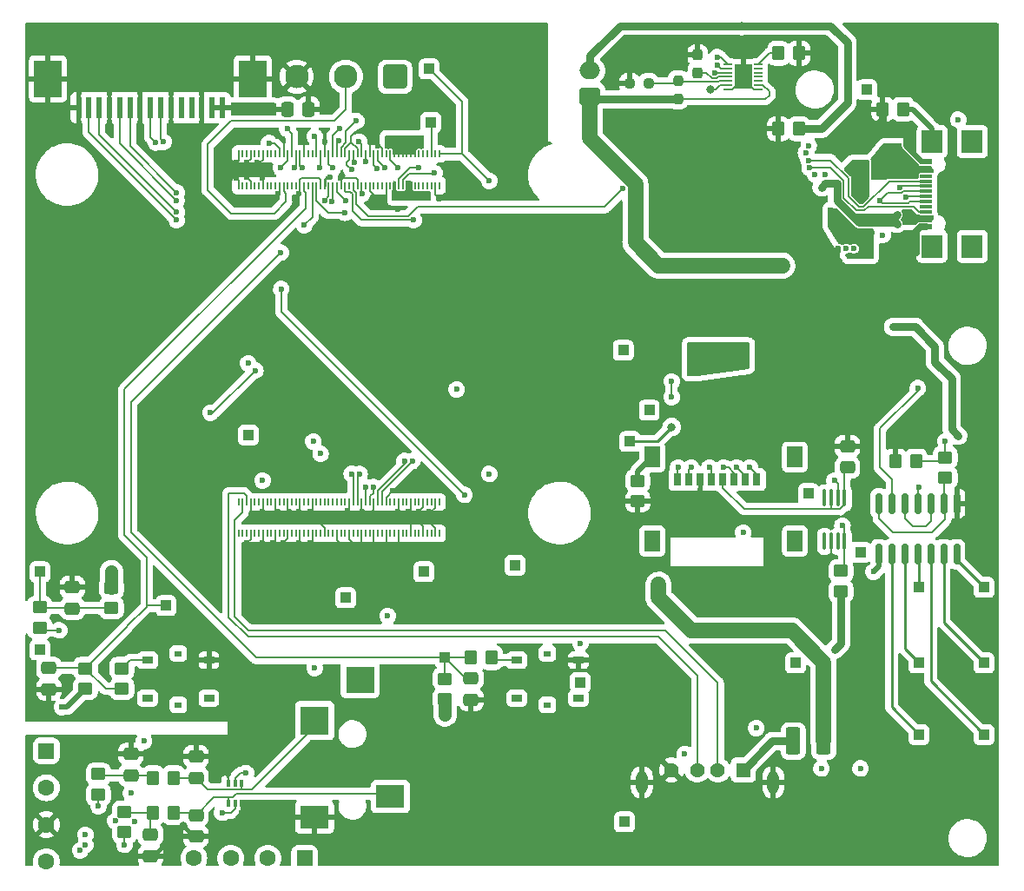
<source format=gbr>
%TF.GenerationSoftware,KiCad,Pcbnew,(6.0.5)*%
%TF.CreationDate,2022-05-15T18:43:58+01:00*%
%TF.ProjectId,CM4Carrier,434d3443-6172-4726-9965-722e6b696361,Rev1-Untested*%
%TF.SameCoordinates,Original*%
%TF.FileFunction,Copper,L4,Bot*%
%TF.FilePolarity,Positive*%
%FSLAX46Y46*%
G04 Gerber Fmt 4.6, Leading zero omitted, Abs format (unit mm)*
G04 Created by KiCad (PCBNEW (6.0.5)) date 2022-05-15 18:43:58*
%MOMM*%
%LPD*%
G01*
G04 APERTURE LIST*
G04 Aperture macros list*
%AMRoundRect*
0 Rectangle with rounded corners*
0 $1 Rounding radius*
0 $2 $3 $4 $5 $6 $7 $8 $9 X,Y pos of 4 corners*
0 Add a 4 corners polygon primitive as box body*
4,1,4,$2,$3,$4,$5,$6,$7,$8,$9,$2,$3,0*
0 Add four circle primitives for the rounded corners*
1,1,$1+$1,$2,$3*
1,1,$1+$1,$4,$5*
1,1,$1+$1,$6,$7*
1,1,$1+$1,$8,$9*
0 Add four rect primitives between the rounded corners*
20,1,$1+$1,$2,$3,$4,$5,0*
20,1,$1+$1,$4,$5,$6,$7,0*
20,1,$1+$1,$6,$7,$8,$9,0*
20,1,$1+$1,$8,$9,$2,$3,0*%
G04 Aperture macros list end*
%TA.AperFunction,ComponentPad*%
%ADD10R,1.000000X1.000000*%
%TD*%
%TA.AperFunction,ComponentPad*%
%ADD11RoundRect,0.250000X-0.550000X0.550000X-0.550000X-0.550000X0.550000X-0.550000X0.550000X0.550000X0*%
%TD*%
%TA.AperFunction,ComponentPad*%
%ADD12C,1.600000*%
%TD*%
%TA.AperFunction,ComponentPad*%
%ADD13RoundRect,0.250000X0.550000X0.550000X-0.550000X0.550000X-0.550000X-0.550000X0.550000X-0.550000X0*%
%TD*%
%TA.AperFunction,ComponentPad*%
%ADD14RoundRect,0.250001X0.899999X0.899999X-0.899999X0.899999X-0.899999X-0.899999X0.899999X-0.899999X0*%
%TD*%
%TA.AperFunction,ComponentPad*%
%ADD15C,2.300000*%
%TD*%
%TA.AperFunction,SMDPad,CuDef*%
%ADD16R,1.000000X0.700000*%
%TD*%
%TA.AperFunction,SMDPad,CuDef*%
%ADD17R,0.700000X0.600000*%
%TD*%
%TA.AperFunction,SMDPad,CuDef*%
%ADD18R,2.800000X2.200000*%
%TD*%
%TA.AperFunction,SMDPad,CuDef*%
%ADD19R,2.800000X2.800000*%
%TD*%
%TA.AperFunction,SMDPad,CuDef*%
%ADD20R,2.800000X2.600000*%
%TD*%
%TA.AperFunction,SMDPad,CuDef*%
%ADD21RoundRect,0.250000X0.475000X-0.337500X0.475000X0.337500X-0.475000X0.337500X-0.475000X-0.337500X0*%
%TD*%
%TA.AperFunction,SMDPad,CuDef*%
%ADD22RoundRect,0.250000X-0.450000X0.350000X-0.450000X-0.350000X0.450000X-0.350000X0.450000X0.350000X0*%
%TD*%
%TA.AperFunction,SMDPad,CuDef*%
%ADD23R,0.400000X0.650000*%
%TD*%
%TA.AperFunction,SMDPad,CuDef*%
%ADD24RoundRect,0.250000X-0.475000X0.337500X-0.475000X-0.337500X0.475000X-0.337500X0.475000X0.337500X0*%
%TD*%
%TA.AperFunction,SMDPad,CuDef*%
%ADD25RoundRect,0.100000X0.100000X-0.712500X0.100000X0.712500X-0.100000X0.712500X-0.100000X-0.712500X0*%
%TD*%
%TA.AperFunction,SMDPad,CuDef*%
%ADD26RoundRect,0.237500X0.250000X0.237500X-0.250000X0.237500X-0.250000X-0.237500X0.250000X-0.237500X0*%
%TD*%
%TA.AperFunction,SMDPad,CuDef*%
%ADD27RoundRect,0.250000X-0.337500X-0.475000X0.337500X-0.475000X0.337500X0.475000X-0.337500X0.475000X0*%
%TD*%
%TA.AperFunction,SMDPad,CuDef*%
%ADD28RoundRect,0.250000X0.350000X0.450000X-0.350000X0.450000X-0.350000X-0.450000X0.350000X-0.450000X0*%
%TD*%
%TA.AperFunction,SMDPad,CuDef*%
%ADD29RoundRect,0.250001X-0.462499X-1.074999X0.462499X-1.074999X0.462499X1.074999X-0.462499X1.074999X0*%
%TD*%
%TA.AperFunction,SMDPad,CuDef*%
%ADD30RoundRect,0.150000X-0.150000X0.825000X-0.150000X-0.825000X0.150000X-0.825000X0.150000X0.825000X0*%
%TD*%
%TA.AperFunction,SMDPad,CuDef*%
%ADD31RoundRect,0.250000X0.450000X-0.350000X0.450000X0.350000X-0.450000X0.350000X-0.450000X-0.350000X0*%
%TD*%
%TA.AperFunction,SMDPad,CuDef*%
%ADD32R,0.200000X0.700000*%
%TD*%
%TA.AperFunction,SMDPad,CuDef*%
%ADD33R,0.610000X2.000000*%
%TD*%
%TA.AperFunction,SMDPad,CuDef*%
%ADD34R,2.680000X3.600000*%
%TD*%
%TA.AperFunction,SMDPad,CuDef*%
%ADD35RoundRect,0.250000X0.325000X0.450000X-0.325000X0.450000X-0.325000X-0.450000X0.325000X-0.450000X0*%
%TD*%
%TA.AperFunction,SMDPad,CuDef*%
%ADD36RoundRect,0.250000X-0.350000X-0.450000X0.350000X-0.450000X0.350000X0.450000X-0.350000X0.450000X0*%
%TD*%
%TA.AperFunction,ComponentPad*%
%ADD37RoundRect,0.250000X0.750000X-0.600000X0.750000X0.600000X-0.750000X0.600000X-0.750000X-0.600000X0*%
%TD*%
%TA.AperFunction,ComponentPad*%
%ADD38O,2.000000X1.700000*%
%TD*%
%TA.AperFunction,SMDPad,CuDef*%
%ADD39RoundRect,0.050000X0.337500X0.050000X-0.337500X0.050000X-0.337500X-0.050000X0.337500X-0.050000X0*%
%TD*%
%TA.AperFunction,SMDPad,CuDef*%
%ADD40R,1.780000X2.350000*%
%TD*%
%TA.AperFunction,SMDPad,CuDef*%
%ADD41R,1.150000X0.600000*%
%TD*%
%TA.AperFunction,SMDPad,CuDef*%
%ADD42R,1.150000X0.300000*%
%TD*%
%TA.AperFunction,SMDPad,CuDef*%
%ADD43R,2.000000X2.180000*%
%TD*%
%TA.AperFunction,ComponentPad*%
%ADD44R,1.428000X1.428000*%
%TD*%
%TA.AperFunction,ComponentPad*%
%ADD45C,1.428000*%
%TD*%
%TA.AperFunction,ComponentPad*%
%ADD46O,1.108000X2.216000*%
%TD*%
%TA.AperFunction,SMDPad,CuDef*%
%ADD47R,0.800000X1.200000*%
%TD*%
%TA.AperFunction,SMDPad,CuDef*%
%ADD48R,1.500000X2.000000*%
%TD*%
%TA.AperFunction,SMDPad,CuDef*%
%ADD49RoundRect,0.237500X0.237500X-0.250000X0.237500X0.250000X-0.237500X0.250000X-0.237500X-0.250000X0*%
%TD*%
%TA.AperFunction,SMDPad,CuDef*%
%ADD50RoundRect,0.237500X0.237500X-0.300000X0.237500X0.300000X-0.237500X0.300000X-0.237500X-0.300000X0*%
%TD*%
%TA.AperFunction,ViaPad*%
%ADD51C,0.600000*%
%TD*%
%TA.AperFunction,ViaPad*%
%ADD52C,0.800000*%
%TD*%
%TA.AperFunction,Conductor*%
%ADD53C,0.762000*%
%TD*%
%TA.AperFunction,Conductor*%
%ADD54C,0.200000*%
%TD*%
%TA.AperFunction,Conductor*%
%ADD55C,0.635000*%
%TD*%
%TA.AperFunction,Conductor*%
%ADD56C,0.508000*%
%TD*%
%TA.AperFunction,Conductor*%
%ADD57C,0.381000*%
%TD*%
%TA.AperFunction,Conductor*%
%ADD58C,1.524000*%
%TD*%
%TA.AperFunction,Conductor*%
%ADD59C,0.250000*%
%TD*%
%TA.AperFunction,Conductor*%
%ADD60C,1.270000*%
%TD*%
G04 APERTURE END LIST*
D10*
%TO.P,TP26,1,1*%
%TO.N,/bi11*%
X190500000Y-63500000D03*
%TD*%
%TO.P,TP5,1,1*%
%TO.N,/_5v*%
X166740000Y-88900000D03*
%TD*%
%TO.P,TP7,1,1*%
%TO.N,/bi0*%
X147320000Y-110490000D03*
%TD*%
%TO.P,TP18,1,1*%
%TO.N,/bi6*%
X156210000Y-109855000D03*
%TD*%
%TO.P,TP2,1,1*%
%TO.N,/3v3*%
X166878000Y-134874000D03*
%TD*%
%TO.P,TP10,1,1*%
%TO.N,/bi1*%
X162560000Y-121285000D03*
%TD*%
%TO.P,TP23,1,1*%
%TO.N,/bi9*%
X189865000Y-108585000D03*
%TD*%
D11*
%TO.P,J2,1,Pin_1*%
%TO.N,/3v3*%
X110490000Y-127949999D03*
D12*
%TO.P,J2,2,Pin_2*%
%TO.N,Net-(J2-Pad2)*%
X110490000Y-131549999D03*
%TO.P,J2,3,Pin_3*%
%TO.N,GND*%
X110490000Y-135149999D03*
%TO.P,J2,4,Pin_4*%
%TO.N,Net-(J2-Pad4)*%
X110490000Y-138749999D03*
%TD*%
D10*
%TO.P,TP6,1,1*%
%TO.N,/bi4*%
X109855000Y-110490000D03*
%TD*%
%TO.P,TP9,1,1*%
%TO.N,/bi3*%
X109855000Y-118110000D03*
%TD*%
%TO.P,TP27,1,1*%
%TO.N,/bi12*%
X122174000Y-113792000D03*
%TD*%
%TO.P,TP4,1,1*%
%TO.N,Net-(R12-Pad2)*%
X169275000Y-94742000D03*
%TD*%
%TO.P,TP1,1,1*%
%TO.N,Net-(Module1-Pad95)*%
X147955000Y-66675000D03*
%TD*%
%TO.P,TP19,1,1*%
%TO.N,/bi8*%
X183515000Y-119380000D03*
%TD*%
D13*
%TO.P,J8,1,Pin_1*%
%TO.N,/IO/SPI0_CE0_N*%
X135680000Y-138430000D03*
D12*
%TO.P,J8,2,Pin_2*%
%TO.N,/IO/SPIO_SCLK*%
X132080000Y-138430000D03*
%TO.P,J8,3,Pin_3*%
%TO.N,/IO/SPI0_MISO*%
X128480000Y-138430000D03*
%TO.P,J8,4,Pin_4*%
%TO.N,/IO/SPI0_MOSI*%
X124880000Y-138430000D03*
%TD*%
D14*
%TO.P,J7,1,Pin_1*%
%TO.N,/3v3*%
X144500000Y-62230000D03*
D15*
%TO.P,J7,2,Pin_2*%
%TO.N,/bi10*%
X139700000Y-62230000D03*
%TO.P,J7,3,Pin_3*%
%TO.N,GND*%
X134900000Y-62230000D03*
%TD*%
D10*
%TO.P,TP3,1,1*%
%TO.N,Net-(R11-Pad2)*%
X167386000Y-97790000D03*
%TD*%
%TO.P,TP8,1,1*%
%TO.N,/bi2*%
X130175000Y-97155000D03*
%TD*%
%TO.P,TP24,1,1*%
%TO.N,/Buttons/GLOBAL-EN*%
X147828000Y-61468000D03*
%TD*%
%TO.P,TP11,1,1*%
%TO.N,/bi5*%
X139700000Y-113030000D03*
%TD*%
%TO.P,TP22,1,1*%
%TO.N,/bi7*%
X184785000Y-102870000D03*
%TD*%
%TO.P,TP14,1,1*%
%TO.N,Net-(TP14-Pad1)*%
X201930000Y-119380000D03*
%TD*%
D16*
%TO.P,SW14,1,1*%
%TO.N,GND*%
X126349995Y-119119913D03*
%TO.P,SW14,2,2*%
%TO.N,Net-(R45-Pad1)*%
X120349995Y-119119913D03*
%TO.P,SW14,3*%
%TO.N,N/C*%
X126349995Y-122819913D03*
%TO.P,SW14,4*%
X120349995Y-122819913D03*
D17*
%TO.P,SW14,G1*%
X123349995Y-118469913D03*
%TO.P,SW14,G2*%
X123349995Y-123469913D03*
%TD*%
D18*
%TO.P,J6,R*%
%TO.N,Net-(C29-Pad1)*%
X144035000Y-132410000D03*
%TO.P,J6,S*%
%TO.N,GND*%
X136635000Y-134410000D03*
D19*
%TO.P,J6,T*%
%TO.N,Net-(C30-Pad1)*%
X136635000Y-125010000D03*
D20*
%TO.P,J6,TN*%
%TO.N,unconnected-(J6-PadTN)*%
X141085000Y-121010000D03*
%TD*%
D10*
%TO.P,TP12,1,1*%
%TO.N,Net-(TP12-Pad1)*%
X195580000Y-119380000D03*
%TD*%
%TO.P,TP13,1,1*%
%TO.N,Net-(TP13-Pad1)*%
X195580000Y-126365000D03*
%TD*%
D21*
%TO.P,C14,1*%
%TO.N,/bi4*%
X113030000Y-114067500D03*
%TO.P,C14,2*%
%TO.N,GND*%
X113030000Y-111992500D03*
%TD*%
D22*
%TO.P,R15,1*%
%TO.N,/3v3*%
X116840000Y-112030000D03*
%TO.P,R15,2*%
%TO.N,/bi4*%
X116840000Y-114030000D03*
%TD*%
%TO.P,R2,1*%
%TO.N,Net-(J1-Pad9)*%
X168148000Y-101616000D03*
%TO.P,R2,2*%
%TO.N,GND*%
X168148000Y-103616000D03*
%TD*%
D23*
%TO.P,D4,1,A1*%
%TO.N,GND*%
X129555011Y-133044997D03*
%TO.P,D4,2,K2*%
%TO.N,/3v3*%
X128905000Y-133045000D03*
%TO.P,D4,3,K1A2*%
%TO.N,Net-(C29-Pad1)*%
X128255000Y-133045000D03*
%TO.P,D4,4,A3*%
%TO.N,GND*%
X128255000Y-131145000D03*
%TO.P,D4,5,K4*%
%TO.N,/3v3*%
X128905000Y-131145000D03*
%TO.P,D4,6,K3A4*%
%TO.N,Net-(C30-Pad1)*%
X129555000Y-131145000D03*
%TD*%
D24*
%TO.P,C34,1*%
%TO.N,/bi13*%
X151892000Y-120882500D03*
%TO.P,C34,2*%
%TO.N,GND*%
X151892000Y-122957500D03*
%TD*%
D25*
%TO.P,U1,1,EN*%
%TO.N,/IO/SD_PWR_ON*%
X188300000Y-107522500D03*
%TO.P,U1,2,FLG*%
%TO.N,unconnected-(U1-Pad2)*%
X187650000Y-107522500D03*
%TO.P,U1,3,GND*%
%TO.N,GND*%
X187000007Y-107522493D03*
%TO.P,U1,4,NC*%
%TO.N,unconnected-(U1-Pad4)*%
X186350000Y-107522500D03*
%TO.P,U1,5,NC*%
%TO.N,unconnected-(U1-Pad5)*%
X186350000Y-103297500D03*
%TO.P,U1,6,OUT*%
%TO.N,/IO/SD_PWR*%
X187000000Y-103297500D03*
%TO.P,U1,7,IN*%
%TO.N,/3v3*%
X187650000Y-103297500D03*
%TO.P,U1,8,OUT*%
%TO.N,/IO/SD_PWR*%
X188300000Y-103297500D03*
%TD*%
D26*
%TO.P,R10,1*%
%TO.N,Net-(R10-Pad1)*%
X169187500Y-62865000D03*
%TO.P,R10,2*%
%TO.N,GND*%
X167362500Y-62865000D03*
%TD*%
D27*
%TO.P,C26,1*%
%TO.N,/3v3*%
X133985000Y-65405000D03*
%TO.P,C26,2*%
%TO.N,GND*%
X136060000Y-65405000D03*
%TD*%
D24*
%TO.P,C29,1*%
%TO.N,Net-(C29-Pad1)*%
X125095000Y-134217500D03*
%TO.P,C29,2*%
%TO.N,GND*%
X125095000Y-136292500D03*
%TD*%
D21*
%TO.P,C1,1*%
%TO.N,/IO/SD_PWR*%
X188595000Y-100330000D03*
%TO.P,C1,2*%
%TO.N,GND*%
X188595000Y-98255000D03*
%TD*%
D28*
%TO.P,R46,1*%
%TO.N,Net-(R46-Pad1)*%
X153908000Y-118872000D03*
%TO.P,R46,2*%
%TO.N,/bi13*%
X151908000Y-118872000D03*
%TD*%
%TO.P,R38,1*%
%TO.N,Net-(J4-PadS1)*%
X194040000Y-65405000D03*
%TO.P,R38,2*%
%TO.N,GND*%
X192040000Y-65405000D03*
%TD*%
D24*
%TO.P,C33,1*%
%TO.N,/bi12*%
X110744000Y-119866500D03*
%TO.P,C33,2*%
%TO.N,GND*%
X110744000Y-121941500D03*
%TD*%
D22*
%TO.P,R3,1*%
%TO.N,/IO/SD_PWR_ON*%
X187960000Y-110395000D03*
%TO.P,R3,2*%
%TO.N,/3v3*%
X187960000Y-112395000D03*
%TD*%
D10*
%TO.P,TP15,1,1*%
%TO.N,Net-(TP15-Pad1)*%
X201930000Y-126365000D03*
%TD*%
D21*
%TO.P,C30,1*%
%TO.N,Net-(C30-Pad1)*%
X125095000Y-130577500D03*
%TO.P,C30,2*%
%TO.N,GND*%
X125095000Y-128502500D03*
%TD*%
D29*
%TO.P,F1,1*%
%TO.N,Net-(F1-Pad1)*%
X183297500Y-127000000D03*
%TO.P,F1,2*%
%TO.N,/_5v*%
X186272500Y-127000000D03*
%TD*%
D22*
%TO.P,R39,1*%
%TO.N,Net-(C27-Pad1)*%
X118110000Y-133890000D03*
%TO.P,R39,2*%
%TO.N,/IO/AUX_R*%
X118110000Y-135890000D03*
%TD*%
D30*
%TO.P,U5,1*%
%TO.N,Net-(R27-Pad1)*%
X191643000Y-103824000D03*
%TO.P,U5,2*%
%TO.N,Net-(C17-Pad1)*%
X192913000Y-103824000D03*
%TO.P,U5,3*%
%TO.N,Net-(U5-Pad3)*%
X194183000Y-103824000D03*
%TO.P,U5,4*%
%TO.N,Net-(C16-Pad2)*%
X195453000Y-103824000D03*
%TO.P,U5,5*%
%TO.N,Net-(U5-Pad3)*%
X196723000Y-103824000D03*
%TO.P,U5,6*%
%TO.N,Net-(R27-Pad1)*%
X197993000Y-103824000D03*
%TO.P,U5,7,GND*%
%TO.N,GND*%
X199263000Y-103824000D03*
%TO.P,U5,8*%
%TO.N,Net-(TP17-Pad1)*%
X199263000Y-108774000D03*
%TO.P,U5,9*%
%TO.N,Net-(TP14-Pad1)*%
X197993000Y-108774000D03*
%TO.P,U5,10*%
%TO.N,Net-(TP15-Pad1)*%
X196723000Y-108774000D03*
%TO.P,U5,11*%
%TO.N,Net-(TP16-Pad1)*%
X195453000Y-108774000D03*
%TO.P,U5,12*%
%TO.N,Net-(TP12-Pad1)*%
X194183000Y-108774000D03*
%TO.P,U5,13*%
%TO.N,Net-(TP13-Pad1)*%
X192913000Y-108774000D03*
%TO.P,U5,14,VCC*%
%TO.N,/BATT_S*%
X191643000Y-108774000D03*
%TD*%
D31*
%TO.P,R50,1*%
%TO.N,/3v3*%
X149352000Y-122920000D03*
%TO.P,R50,2*%
%TO.N,/bi13*%
X149352000Y-120920000D03*
%TD*%
D22*
%TO.P,R45,1*%
%TO.N,Net-(R45-Pad1)*%
X117856000Y-119904000D03*
%TO.P,R45,2*%
%TO.N,/bi12*%
X117856000Y-121904000D03*
%TD*%
D10*
%TO.P,TP16,1,1*%
%TO.N,Net-(TP16-Pad1)*%
X195580000Y-112014000D03*
%TD*%
D32*
%TO.P,Module1,1,GND*%
%TO.N,GND*%
X129225000Y-69765000D03*
%TO.P,Module1,2,GND*%
X129225000Y-72845000D03*
%TO.P,Module1,3,Ethernet_Pair3_P*%
%TO.N,unconnected-(Module1-Pad3)*%
X129625000Y-69765000D03*
%TO.P,Module1,4,Ethernet_Pair1_P*%
%TO.N,unconnected-(Module1-Pad4)*%
X129625000Y-72845000D03*
%TO.P,Module1,5,Ethernet_Pair3_N*%
%TO.N,unconnected-(Module1-Pad5)*%
X130025000Y-69765000D03*
%TO.P,Module1,6,Ethernet_Pair1_N*%
%TO.N,unconnected-(Module1-Pad6)*%
X130025000Y-72845000D03*
%TO.P,Module1,7,GND*%
%TO.N,GND*%
X130425000Y-69765000D03*
%TO.P,Module1,8,GND*%
X130425000Y-72845000D03*
%TO.P,Module1,9,Ethernet_Pair2_N*%
%TO.N,unconnected-(Module1-Pad9)*%
X130825000Y-69765000D03*
%TO.P,Module1,10,Ethernet_Pair0_N*%
%TO.N,unconnected-(Module1-Pad10)*%
X130825000Y-72845000D03*
%TO.P,Module1,11,Ethernet_Pair2_P*%
%TO.N,unconnected-(Module1-Pad11)*%
X131225000Y-69765000D03*
%TO.P,Module1,12,Ethernet_Pair0_P*%
%TO.N,unconnected-(Module1-Pad12)*%
X131225000Y-72845000D03*
%TO.P,Module1,13,GND*%
%TO.N,GND*%
X131625000Y-69765000D03*
%TO.P,Module1,14,GND*%
X131625000Y-72845000D03*
%TO.P,Module1,15,Ethernet_nLED3(3.3v)*%
%TO.N,unconnected-(Module1-Pad15)*%
X132025000Y-69765000D03*
%TO.P,Module1,16,Ethernet_SYNC_IN(1.8v)*%
%TO.N,unconnected-(Module1-Pad16)*%
X132025000Y-72845000D03*
%TO.P,Module1,17,Ethernet_nLED2(3.3v)*%
%TO.N,unconnected-(Module1-Pad17)*%
X132425000Y-69765000D03*
%TO.P,Module1,18,Ethernet_SYNC_OUT(1.8v)*%
%TO.N,unconnected-(Module1-Pad18)*%
X132425000Y-72845000D03*
%TO.P,Module1,19,Ethernet_nLED1(3.3v)*%
%TO.N,unconnected-(Module1-Pad19)*%
X132825000Y-69765000D03*
%TO.P,Module1,20,EEPROM_nWP*%
%TO.N,unconnected-(Module1-Pad20)*%
X132825000Y-72845000D03*
%TO.P,Module1,21,PI_nLED_Activity*%
%TO.N,Net-(Module1-Pad21)*%
X133225000Y-69765000D03*
%TO.P,Module1,22,GND*%
%TO.N,GND*%
X133225000Y-72845000D03*
%TO.P,Module1,23,GND*%
X133625000Y-69765000D03*
%TO.P,Module1,24,GPIO26*%
%TO.N,/bi10*%
X133625000Y-72845000D03*
%TO.P,Module1,25,GPIO21*%
%TO.N,/bi2*%
X134025000Y-69765000D03*
%TO.P,Module1,26,GPIO19*%
%TO.N,unconnected-(Module1-Pad26)*%
X134025000Y-72845000D03*
%TO.P,Module1,27,GPIO20*%
%TO.N,/bi3*%
X134425000Y-69765000D03*
%TO.P,Module1,28,GPIO13*%
%TO.N,unconnected-(Module1-Pad28)*%
X134425000Y-72845000D03*
%TO.P,Module1,29,GPIO16*%
%TO.N,/bi4*%
X134825000Y-69765000D03*
%TO.P,Module1,30,GPIO6*%
%TO.N,unconnected-(Module1-Pad30)*%
X134825000Y-72845000D03*
%TO.P,Module1,31,GPIO12*%
%TO.N,/bi5*%
X135225000Y-69765000D03*
%TO.P,Module1,32,GND*%
%TO.N,GND*%
X135225000Y-72845000D03*
%TO.P,Module1,33,GND*%
X135625000Y-69765000D03*
%TO.P,Module1,34,GPIO5*%
%TO.N,/bi12*%
X135625000Y-72845000D03*
%TO.P,Module1,35,ID_SC*%
%TO.N,unconnected-(Module1-Pad35)*%
X136025000Y-69765000D03*
%TO.P,Module1,36,ID_SD*%
%TO.N,unconnected-(Module1-Pad36)*%
X136025000Y-72845000D03*
%TO.P,Module1,37,GPIO7*%
%TO.N,/IO/SPI0_CE1_N*%
X136425000Y-69765000D03*
%TO.P,Module1,38,GPIO11*%
%TO.N,/IO/SPIO_SCLK*%
X136425000Y-72845000D03*
%TO.P,Module1,39,GPIO8*%
%TO.N,/IO/SPI0_CE0_N*%
X136825000Y-69765000D03*
%TO.P,Module1,40,GPIO9*%
%TO.N,/IO/SPI0_MISO*%
X136825000Y-72845000D03*
%TO.P,Module1,41,GPIO25*%
%TO.N,/bi8*%
X137225000Y-69765000D03*
%TO.P,Module1,42,GND*%
%TO.N,GND*%
X137225000Y-72845000D03*
%TO.P,Module1,43,GND*%
X137625000Y-69765000D03*
%TO.P,Module1,44,GPIO10*%
%TO.N,/IO/SPI0_MOSI*%
X137625000Y-72845000D03*
%TO.P,Module1,45,GPIO24*%
%TO.N,/bi9*%
X138025000Y-69765000D03*
%TO.P,Module1,46,GPIO22*%
%TO.N,/IO/AUX_L*%
X138025000Y-72845000D03*
%TO.P,Module1,47,GPIO23*%
%TO.N,/bi1*%
X138425000Y-69765000D03*
%TO.P,Module1,48,GPIO27*%
%TO.N,/IO/AUX_R*%
X138425000Y-72845000D03*
%TO.P,Module1,49,GPIO18*%
%TO.N,/bi0*%
X138825000Y-69765000D03*
%TO.P,Module1,50,GPIO17*%
%TO.N,/bi13*%
X138825000Y-72845000D03*
%TO.P,Module1,51,GPIO15*%
%TO.N,/bi6*%
X139225000Y-69765000D03*
%TO.P,Module1,52,GND*%
%TO.N,GND*%
X139225000Y-72845000D03*
%TO.P,Module1,53,GND*%
X139625000Y-69765000D03*
%TO.P,Module1,54,GPIO4*%
%TO.N,/Battery/ALRT*%
X139625000Y-72845000D03*
%TO.P,Module1,55,GPIO14*%
%TO.N,/bi7*%
X140025000Y-69765000D03*
%TO.P,Module1,56,GPIO3*%
%TO.N,unconnected-(Module1-Pad56)*%
X140025000Y-72845000D03*
%TO.P,Module1,57,SD_CLK*%
%TO.N,/IO/SD_CLK*%
X140425000Y-69765000D03*
%TO.P,Module1,58,GPIO2*%
%TO.N,/bi11*%
X140425000Y-72845000D03*
%TO.P,Module1,59,GND*%
%TO.N,GND*%
X140825000Y-69765000D03*
%TO.P,Module1,60,GND*%
X140825000Y-72845000D03*
%TO.P,Module1,61,SD_DAT3*%
%TO.N,/IO/SD_DAT3*%
X141225000Y-69765000D03*
%TO.P,Module1,62,SD_CMD*%
%TO.N,/IO/SD_CMD*%
X141225000Y-72845000D03*
%TO.P,Module1,63,SD_DAT0*%
%TO.N,/IO/SD_DAT0*%
X141625000Y-69765000D03*
%TO.P,Module1,64,SD_DAT5*%
%TO.N,unconnected-(Module1-Pad64)*%
X141625000Y-72845000D03*
%TO.P,Module1,65,GND*%
%TO.N,GND*%
X142025000Y-69765000D03*
%TO.P,Module1,66,GND*%
X142025000Y-72845000D03*
%TO.P,Module1,67,SD_DAT1*%
%TO.N,/IO/SD_DAT1*%
X142425000Y-69765000D03*
%TO.P,Module1,68,SD_DAT4*%
%TO.N,unconnected-(Module1-Pad68)*%
X142425000Y-72845000D03*
%TO.P,Module1,69,SD_DAT2*%
%TO.N,/IO/SD_DAT2*%
X142825000Y-69765000D03*
%TO.P,Module1,70,SD_DAT7*%
%TO.N,unconnected-(Module1-Pad70)*%
X142825000Y-72845000D03*
%TO.P,Module1,71,GND*%
%TO.N,GND*%
X143225000Y-69765000D03*
%TO.P,Module1,72,SD_DAT6*%
%TO.N,unconnected-(Module1-Pad72)*%
X143225000Y-72845000D03*
%TO.P,Module1,73,SD_VDD_Override*%
%TO.N,unconnected-(Module1-Pad73)*%
X143625000Y-69765000D03*
%TO.P,Module1,74,GND*%
%TO.N,GND*%
X143625000Y-72845000D03*
%TO.P,Module1,75,SD_PWR_ON*%
%TO.N,/IO/SD_PWR_ON*%
X144025000Y-69765000D03*
%TO.P,Module1,76,Reserved*%
%TO.N,unconnected-(Module1-Pad76)*%
X144025000Y-72845000D03*
%TO.P,Module1,77,+5v_(Input)*%
%TO.N,/_5v*%
X144425000Y-69765000D03*
%TO.P,Module1,78,GPIO_VREF(1.8v/3.3v_Input)*%
%TO.N,/3v3*%
X144425000Y-72845000D03*
%TO.P,Module1,79,+5v_(Input)*%
%TO.N,/_5v*%
X144825000Y-69765000D03*
%TO.P,Module1,80,SCL0*%
%TO.N,/IO/I2C_SDA*%
X144825000Y-72845000D03*
%TO.P,Module1,81,+5v_(Input)*%
%TO.N,/_5v*%
X145225000Y-69765000D03*
%TO.P,Module1,82,SDA0*%
%TO.N,/IO/I2C_SCLK*%
X145225000Y-72845000D03*
%TO.P,Module1,83,+5v_(Input)*%
%TO.N,/_5v*%
X145625000Y-69765000D03*
%TO.P,Module1,84,+3.3v_(Output)*%
%TO.N,/3v3*%
X145625000Y-72845000D03*
%TO.P,Module1,85,+5v_(Input)*%
%TO.N,/_5v*%
X146025000Y-69765000D03*
%TO.P,Module1,86,+3.3v_(Output)*%
%TO.N,/3v3*%
X146025000Y-72845000D03*
%TO.P,Module1,87,+5v_(Input)*%
%TO.N,/_5v*%
X146425000Y-69765000D03*
%TO.P,Module1,88,+1.8v_(Output)*%
%TO.N,unconnected-(Module1-Pad88)*%
X146425000Y-72845000D03*
%TO.P,Module1,89,WiFi_nDisable*%
%TO.N,unconnected-(Module1-Pad89)*%
X146825000Y-69765000D03*
%TO.P,Module1,90,+1.8v_(Output)*%
%TO.N,unconnected-(Module1-Pad90)*%
X146825000Y-72845000D03*
%TO.P,Module1,91,BT_nDisable*%
%TO.N,unconnected-(Module1-Pad91)*%
X147225000Y-69765000D03*
%TO.P,Module1,92,RUN_PG*%
%TO.N,unconnected-(Module1-Pad92)*%
X147225000Y-72845000D03*
%TO.P,Module1,93,nRPIBOOT*%
%TO.N,unconnected-(Module1-Pad93)*%
X147625000Y-69765000D03*
%TO.P,Module1,94,AnalogIP1*%
%TO.N,unconnected-(Module1-Pad94)*%
X147625000Y-72845000D03*
%TO.P,Module1,95,nPI_LED_PWR*%
%TO.N,Net-(Module1-Pad95)*%
X148025000Y-69765000D03*
%TO.P,Module1,96,AnalogIP0*%
%TO.N,unconnected-(Module1-Pad96)*%
X148025000Y-72845000D03*
%TO.P,Module1,97,Camera_GPIO*%
%TO.N,unconnected-(Module1-Pad97)*%
X148425000Y-69765000D03*
%TO.P,Module1,98,GND*%
%TO.N,GND*%
X148425000Y-72845000D03*
%TO.P,Module1,99,Global_EN*%
%TO.N,/Buttons/GLOBAL-EN*%
X148825000Y-69765000D03*
%TO.P,Module1,100,nEXTRST*%
%TO.N,unconnected-(Module1-Pad100)*%
X148825000Y-72845000D03*
%TO.P,Module1,101,USB_OTG_ID*%
%TO.N,unconnected-(Module1-Pad101)*%
X129225000Y-103685000D03*
%TO.P,Module1,102,PCIe_CLK_nREQ*%
%TO.N,unconnected-(Module1-Pad102)*%
X129225000Y-106765000D03*
%TO.P,Module1,103,USB2_N*%
%TO.N,/IO B/D-*%
X129625000Y-103685000D03*
%TO.P,Module1,104,Reserved*%
%TO.N,unconnected-(Module1-Pad104)*%
X129625000Y-106765000D03*
%TO.P,Module1,105,USB2_P*%
%TO.N,/IO B/D+*%
X130025000Y-103685000D03*
%TO.P,Module1,106,Reserved*%
%TO.N,unconnected-(Module1-Pad106)*%
X130025000Y-106765000D03*
%TO.P,Module1,107,GND*%
%TO.N,GND*%
X130425000Y-103685000D03*
%TO.P,Module1,108,GND*%
X130425000Y-106765000D03*
%TO.P,Module1,109,PCIe_nRST*%
%TO.N,unconnected-(Module1-Pad109)*%
X130825000Y-103685000D03*
%TO.P,Module1,110,PCIe_CLK_P*%
%TO.N,unconnected-(Module1-Pad110)*%
X130825000Y-106765000D03*
%TO.P,Module1,111,VDAC_COMP*%
%TO.N,unconnected-(Module1-Pad111)*%
X131225000Y-103685000D03*
%TO.P,Module1,112,PCIe_CLK_N*%
%TO.N,unconnected-(Module1-Pad112)*%
X131225000Y-106765000D03*
%TO.P,Module1,113,GND*%
%TO.N,GND*%
X131625000Y-103685000D03*
%TO.P,Module1,114,GND*%
X131625000Y-106765000D03*
%TO.P,Module1,115,CAM1_D0_N*%
%TO.N,unconnected-(Module1-Pad115)*%
X132025000Y-103685000D03*
%TO.P,Module1,116,PCIe_RX_P*%
%TO.N,unconnected-(Module1-Pad116)*%
X132025000Y-106765000D03*
%TO.P,Module1,117,CAM1_D0_P*%
%TO.N,unconnected-(Module1-Pad117)*%
X132425000Y-103685000D03*
%TO.P,Module1,118,PCIe_RX_N*%
%TO.N,unconnected-(Module1-Pad118)*%
X132425000Y-106765000D03*
%TO.P,Module1,119,GND*%
%TO.N,GND*%
X132825000Y-103685000D03*
%TO.P,Module1,120,GND*%
X132825000Y-106765000D03*
%TO.P,Module1,121,CAM1_D1_N*%
%TO.N,unconnected-(Module1-Pad121)*%
X133225000Y-103685000D03*
%TO.P,Module1,122,PCIe_TX_P*%
%TO.N,unconnected-(Module1-Pad122)*%
X133225000Y-106765000D03*
%TO.P,Module1,123,CAM1_D1_P*%
%TO.N,unconnected-(Module1-Pad123)*%
X133625000Y-103685000D03*
%TO.P,Module1,124,PCIe_TX_N*%
%TO.N,unconnected-(Module1-Pad124)*%
X133625000Y-106765000D03*
%TO.P,Module1,125,GND*%
%TO.N,GND*%
X134025000Y-103685000D03*
%TO.P,Module1,126,GND*%
X134025000Y-106765000D03*
%TO.P,Module1,127,CAM1_C_N*%
%TO.N,unconnected-(Module1-Pad127)*%
X134425000Y-103685000D03*
%TO.P,Module1,128,CAM0_D0_N*%
%TO.N,unconnected-(Module1-Pad128)*%
X134425000Y-106765000D03*
%TO.P,Module1,129,CAM1_C_P*%
%TO.N,unconnected-(Module1-Pad129)*%
X134825000Y-103685000D03*
%TO.P,Module1,130,CAM0_D0_P*%
%TO.N,unconnected-(Module1-Pad130)*%
X134825000Y-106765000D03*
%TO.P,Module1,131,GND*%
%TO.N,GND*%
X135225000Y-103685000D03*
%TO.P,Module1,132,GND*%
X135225000Y-106765000D03*
%TO.P,Module1,133,CAM1_D2_N*%
%TO.N,unconnected-(Module1-Pad133)*%
X135625000Y-103685000D03*
%TO.P,Module1,134,CAM0_D1_N*%
%TO.N,unconnected-(Module1-Pad134)*%
X135625000Y-106765000D03*
%TO.P,Module1,135,CAM1_D2_P*%
%TO.N,unconnected-(Module1-Pad135)*%
X136025000Y-103685000D03*
%TO.P,Module1,136,CAM0_D1_P*%
%TO.N,unconnected-(Module1-Pad136)*%
X136025000Y-106765000D03*
%TO.P,Module1,137,GND*%
%TO.N,GND*%
X136425000Y-103685000D03*
%TO.P,Module1,138,GND*%
X136425000Y-106765000D03*
%TO.P,Module1,139,CAM1_D3_N*%
%TO.N,unconnected-(Module1-Pad139)*%
X136825000Y-103685000D03*
%TO.P,Module1,140,CAM0_C_N*%
%TO.N,unconnected-(Module1-Pad140)*%
X136825000Y-106765000D03*
%TO.P,Module1,141,CAM1_D3_P*%
%TO.N,unconnected-(Module1-Pad141)*%
X137225000Y-103685000D03*
%TO.P,Module1,142,CAM0_C_P*%
%TO.N,unconnected-(Module1-Pad142)*%
X137225000Y-106765000D03*
%TO.P,Module1,143,HDMI1_HOTPLUG*%
%TO.N,unconnected-(Module1-Pad143)*%
X137625000Y-103685000D03*
%TO.P,Module1,144,GND*%
%TO.N,GND*%
X137625000Y-106765000D03*
%TO.P,Module1,145,HDMI1_SDA*%
%TO.N,unconnected-(Module1-Pad145)*%
X138025000Y-103685000D03*
%TO.P,Module1,146,HDMI1_TX2_P*%
%TO.N,unconnected-(Module1-Pad146)*%
X138025000Y-106765000D03*
%TO.P,Module1,147,HDMI1_SCL*%
%TO.N,unconnected-(Module1-Pad147)*%
X138425000Y-103685000D03*
%TO.P,Module1,148,HDMI1_TX2_N*%
%TO.N,unconnected-(Module1-Pad148)*%
X138425000Y-106765000D03*
%TO.P,Module1,149,HDMI1_CEC*%
%TO.N,unconnected-(Module1-Pad149)*%
X138825000Y-103685000D03*
%TO.P,Module1,150,GND*%
%TO.N,GND*%
X138825000Y-106765000D03*
%TO.P,Module1,151,HDMI0_CEC*%
%TO.N,unconnected-(Module1-Pad151)*%
X139225000Y-103685000D03*
%TO.P,Module1,152,HDMI1_TX1_P*%
%TO.N,unconnected-(Module1-Pad152)*%
X139225000Y-106765000D03*
%TO.P,Module1,153,HDMI0_HOTPLUG*%
%TO.N,unconnected-(Module1-Pad153)*%
X139625000Y-103685000D03*
%TO.P,Module1,154,HDMI1_TX1_N*%
%TO.N,unconnected-(Module1-Pad154)*%
X139625000Y-106765000D03*
%TO.P,Module1,155,GND*%
%TO.N,GND*%
X140025000Y-103685000D03*
%TO.P,Module1,156,GND*%
X140025000Y-106765000D03*
%TO.P,Module1,157,DSI0_D0_N*%
%TO.N,/IO B/DSI0_L0_DN1*%
X140425000Y-103685000D03*
%TO.P,Module1,158,HDMI1_TX0_P*%
%TO.N,unconnected-(Module1-Pad158)*%
X140425000Y-106765000D03*
%TO.P,Module1,159,DSI0_D0_P*%
%TO.N,/IO B/DSI0_L0_DP1*%
X140825000Y-103685000D03*
%TO.P,Module1,160,HDMI1_TX0_N*%
%TO.N,unconnected-(Module1-Pad160)*%
X140825000Y-106765000D03*
%TO.P,Module1,161,GND*%
%TO.N,GND*%
X141225000Y-103685000D03*
%TO.P,Module1,162,GND*%
X141225000Y-106765000D03*
%TO.P,Module1,163,DSI0_D1_N*%
%TO.N,/IO B/DSI0_L1_DN1*%
X141625000Y-103685000D03*
%TO.P,Module1,164,HDMI1_CLK_P*%
%TO.N,unconnected-(Module1-Pad164)*%
X141625000Y-106765000D03*
%TO.P,Module1,165,DSI0_D1_P*%
%TO.N,/IO B/DSI0_L1_DP1*%
X142025000Y-103685000D03*
%TO.P,Module1,166,HDMI1_CLK_N*%
%TO.N,unconnected-(Module1-Pad166)*%
X142025000Y-106765000D03*
%TO.P,Module1,167,GND*%
%TO.N,GND*%
X142425000Y-103685000D03*
%TO.P,Module1,168,GND*%
X142425000Y-106765000D03*
%TO.P,Module1,169,DSI0_C_N*%
%TO.N,/IO B/DSI0_CN*%
X142825000Y-103685000D03*
%TO.P,Module1,170,HDMI0_TX2_P*%
%TO.N,unconnected-(Module1-Pad170)*%
X142825000Y-106765000D03*
%TO.P,Module1,171,DSI0_C_P*%
%TO.N,/IO B/DSI0_CP*%
X143225000Y-103685000D03*
%TO.P,Module1,172,HDMI0_TX2_N*%
%TO.N,unconnected-(Module1-Pad172)*%
X143225000Y-106765000D03*
%TO.P,Module1,173,GND*%
%TO.N,GND*%
X143625000Y-103685000D03*
%TO.P,Module1,174,GND*%
X143625000Y-106765000D03*
%TO.P,Module1,175,DSI1_D0_N*%
%TO.N,unconnected-(Module1-Pad175)*%
X144025000Y-103685000D03*
%TO.P,Module1,176,HDMI0_TX1_P*%
%TO.N,unconnected-(Module1-Pad176)*%
X144025000Y-106765000D03*
%TO.P,Module1,177,DSI1_D0_P*%
%TO.N,unconnected-(Module1-Pad177)*%
X144425000Y-103685000D03*
%TO.P,Module1,178,HDMI0_TX1_N*%
%TO.N,unconnected-(Module1-Pad178)*%
X144425000Y-106765000D03*
%TO.P,Module1,179,GND*%
%TO.N,GND*%
X144825000Y-103685000D03*
%TO.P,Module1,180,GND*%
X144825000Y-106765000D03*
%TO.P,Module1,181,DSI1_D1_N*%
%TO.N,unconnected-(Module1-Pad181)*%
X145225000Y-103685000D03*
%TO.P,Module1,182,HDMI0_TX0_P*%
%TO.N,unconnected-(Module1-Pad182)*%
X145225000Y-106765000D03*
%TO.P,Module1,183,DSI1_D1_P*%
%TO.N,unconnected-(Module1-Pad183)*%
X145625000Y-103685000D03*
%TO.P,Module1,184,HDMI0_TX0_N*%
%TO.N,unconnected-(Module1-Pad184)*%
X145625000Y-106765000D03*
%TO.P,Module1,185,GND*%
%TO.N,GND*%
X146025000Y-103685000D03*
%TO.P,Module1,186,GND*%
X146025000Y-106765000D03*
%TO.P,Module1,187,DSI1_C_N*%
%TO.N,unconnected-(Module1-Pad187)*%
X146425000Y-103685000D03*
%TO.P,Module1,188,HDMI0_CLK_P*%
%TO.N,unconnected-(Module1-Pad188)*%
X146425000Y-106765000D03*
%TO.P,Module1,189,DSI1_C_P*%
%TO.N,unconnected-(Module1-Pad189)*%
X146825000Y-103685000D03*
%TO.P,Module1,190,HDMI0_CLK_N*%
%TO.N,unconnected-(Module1-Pad190)*%
X146825000Y-106765000D03*
%TO.P,Module1,191,GND*%
%TO.N,GND*%
X147225000Y-103685000D03*
%TO.P,Module1,192,GND*%
X147225000Y-106765000D03*
%TO.P,Module1,193,DSI1_D2_N*%
%TO.N,unconnected-(Module1-Pad193)*%
X147625000Y-103685000D03*
%TO.P,Module1,194,DSI1_D3_N*%
%TO.N,unconnected-(Module1-Pad194)*%
X147625000Y-106765000D03*
%TO.P,Module1,195,DSI1_D2_P*%
%TO.N,unconnected-(Module1-Pad195)*%
X148025000Y-103685000D03*
%TO.P,Module1,196,DSI1_D3_P*%
%TO.N,unconnected-(Module1-Pad196)*%
X148025000Y-106765000D03*
%TO.P,Module1,197,GND*%
%TO.N,GND*%
X148425000Y-103685000D03*
%TO.P,Module1,198,GND*%
X148425000Y-106765000D03*
%TO.P,Module1,199,HDMI0_SDA*%
%TO.N,unconnected-(Module1-Pad199)*%
X148825000Y-103685000D03*
%TO.P,Module1,200,HDMI0_SCL*%
%TO.N,unconnected-(Module1-Pad200)*%
X148825000Y-106765000D03*
%TD*%
D33*
%TO.P,J5,1,1*%
%TO.N,GND*%
X113650000Y-65245000D03*
%TO.P,J5,2,2*%
%TO.N,/IO B/DSI0_L1_DN1*%
X114650000Y-65245000D03*
%TO.P,J5,3,3*%
%TO.N,/IO B/DSI0_L1_DP1*%
X115650000Y-65245000D03*
%TO.P,J5,4,4*%
%TO.N,GND*%
X116650000Y-65245000D03*
%TO.P,J5,5,5*%
%TO.N,/IO B/DSI0_CN*%
X117650000Y-65245000D03*
%TO.P,J5,6,6*%
%TO.N,/IO B/DSI0_CP*%
X118650000Y-65245000D03*
%TO.P,J5,7,7*%
%TO.N,GND*%
X119650000Y-65245000D03*
%TO.P,J5,8,8*%
%TO.N,/IO B/DSI0_L0_DN1*%
X120650000Y-65245000D03*
%TO.P,J5,9,9*%
%TO.N,/IO B/DSI0_L0_DP1*%
X121650000Y-65245000D03*
%TO.P,J5,10,10*%
%TO.N,GND*%
X122650000Y-65245000D03*
%TO.P,J5,11,11*%
%TO.N,unconnected-(J5-Pad11)*%
X123650000Y-65245000D03*
%TO.P,J5,12,12*%
%TO.N,unconnected-(J5-Pad12)*%
X124650000Y-65245000D03*
%TO.P,J5,13,13*%
%TO.N,GND*%
X125650000Y-65245000D03*
%TO.P,J5,14,14*%
%TO.N,/3v3*%
X126650000Y-65245000D03*
%TO.P,J5,15,15*%
X127650000Y-65245000D03*
D34*
%TO.P,J5,S1,SHIELD*%
%TO.N,GND*%
X110660000Y-62445000D03*
%TO.P,J5,S2,SHIELD*%
X130640000Y-62445000D03*
%TD*%
D22*
%TO.P,R40,1*%
%TO.N,Net-(C28-Pad1)*%
X115570000Y-130212500D03*
%TO.P,R40,2*%
%TO.N,/IO/AUX_L*%
X115570000Y-132212500D03*
%TD*%
D28*
%TO.P,R42,1*%
%TO.N,Net-(C30-Pad1)*%
X122920000Y-130577499D03*
%TO.P,R42,2*%
%TO.N,Net-(C28-Pad1)*%
X120920000Y-130577499D03*
%TD*%
D31*
%TO.P,R49,1*%
%TO.N,/3v3*%
X114300000Y-121904000D03*
%TO.P,R49,2*%
%TO.N,/bi12*%
X114300000Y-119904000D03*
%TD*%
D10*
%TO.P,TP28,1,1*%
%TO.N,/bi13*%
X149352000Y-118872000D03*
%TD*%
D35*
%TO.P,F2,1*%
%TO.N,Net-(F2-Pad1)*%
X191525000Y-71247000D03*
%TO.P,F2,2*%
%TO.N,/Battery/CHRG-VBUS*%
X189475000Y-71247000D03*
%TD*%
D36*
%TO.P,TH1,1*%
%TO.N,Net-(TH1-Pad1)*%
X181880000Y-59944000D03*
%TO.P,TH1,2*%
%TO.N,GND*%
X183880000Y-59944000D03*
%TD*%
D24*
%TO.P,C27,1*%
%TO.N,Net-(C27-Pad1)*%
X120649999Y-136122500D03*
%TO.P,C27,2*%
%TO.N,GND*%
X120649999Y-138197500D03*
%TD*%
D16*
%TO.P,SW15,1,1*%
%TO.N,GND*%
X162349999Y-119119913D03*
%TO.P,SW15,2,2*%
%TO.N,Net-(R46-Pad1)*%
X156349999Y-119119913D03*
%TO.P,SW15,3*%
%TO.N,N/C*%
X162349999Y-122819913D03*
%TO.P,SW15,4*%
X156349999Y-122819913D03*
D17*
%TO.P,SW15,G1*%
X159349999Y-118469913D03*
%TO.P,SW15,G2*%
X159349999Y-123469913D03*
%TD*%
D31*
%TO.P,R13,1*%
%TO.N,Net-(R13-Pad1)*%
X109855000Y-115935000D03*
%TO.P,R13,2*%
%TO.N,/bi4*%
X109855000Y-113935000D03*
%TD*%
D37*
%TO.P,BT1,1,+*%
%TO.N,/Battery/BATT__*%
X163470000Y-64115000D03*
D38*
%TO.P,BT1,2,-*%
%TO.N,Net-(BT1-Pad2)*%
X163470000Y-61615000D03*
%TD*%
D39*
%TO.P,U3,1,TH*%
%TO.N,Net-(TH1-Pad1)*%
X179922500Y-61030000D03*
%TO.P,U3,2,NC*%
%TO.N,unconnected-(U3-Pad2)*%
X179922500Y-61430000D03*
%TO.P,U3,3,SW*%
%TO.N,unconnected-(U3-Pad3)*%
X179922500Y-61830000D03*
%TO.P,U3,4,NC*%
%TO.N,unconnected-(U3-Pad4)*%
X179922500Y-62230000D03*
%TO.P,U3,5,NC*%
%TO.N,unconnected-(U3-Pad5)*%
X179922500Y-62630000D03*
%TO.P,U3,6,BATT*%
%TO.N,/Battery/BATT__*%
X179922500Y-63030000D03*
%TO.P,U3,7,CSN*%
%TO.N,GND*%
X179922500Y-63430000D03*
%TO.P,U3,8,GND*%
X176947500Y-63430000D03*
%TO.P,U3,9,CSPL*%
%TO.N,Net-(BT1-Pad2)*%
X176947500Y-63030000D03*
%TO.P,U3,10,CELLX*%
%TO.N,Net-(R10-Pad1)*%
X176947500Y-62630000D03*
%TO.P,U3,11,REG*%
%TO.N,Net-(C10-Pad1)*%
X176947500Y-62230000D03*
%TO.P,U3,12,ALRT*%
%TO.N,/Battery/ALRT*%
X176947500Y-61830000D03*
%TO.P,U3,13,SDA*%
%TO.N,/IO/I2C_SDA*%
X176947500Y-61430000D03*
%TO.P,U3,14,SCL*%
%TO.N,/IO/I2C_SCLK*%
X176947500Y-61030000D03*
D40*
%TO.P,U3,15,GND*%
%TO.N,GND*%
X178435000Y-62230000D03*
%TD*%
D41*
%TO.P,J4,A1/B12,GND*%
%TO.N,GND*%
X196252500Y-70460000D03*
%TO.P,J4,A4/B9,VBUS*%
%TO.N,Net-(F2-Pad1)*%
X196252500Y-71260000D03*
D42*
%TO.P,J4,A5,CC1*%
%TO.N,/Battery/CHRG-CC1*%
X196252500Y-72410000D03*
%TO.P,J4,A6,D+*%
%TO.N,/Battery/CHRG-D+*%
X196252500Y-73410000D03*
%TO.P,J4,A7,D-*%
%TO.N,/Battery/CHRG-D-*%
X196252500Y-73910000D03*
%TO.P,J4,A8,SBU1*%
%TO.N,unconnected-(J4-PadA8)*%
X196252500Y-74910000D03*
D41*
%TO.P,J4,B1/A12,GND*%
%TO.N,GND*%
X196252500Y-76860000D03*
%TO.P,J4,B4/A9,VBUS*%
%TO.N,Net-(F2-Pad1)*%
X196252500Y-76060000D03*
D42*
%TO.P,J4,B5,CC2*%
%TO.N,/Battery/CHRG-CC2*%
X196252500Y-75410000D03*
%TO.P,J4,B6,D+*%
%TO.N,/Battery/CHRG-D+*%
X196252500Y-74410000D03*
%TO.P,J4,B7,D-*%
%TO.N,/Battery/CHRG-D-*%
X196252500Y-72910000D03*
%TO.P,J4,B8,SBU2*%
%TO.N,unconnected-(J4-PadB8)*%
X196252500Y-71910000D03*
D43*
%TO.P,J4,S1,SHIELD*%
%TO.N,Net-(J4-PadS1)*%
X196827500Y-68550000D03*
%TO.P,J4,S2*%
%TO.N,N/C*%
X196827500Y-78770000D03*
%TO.P,J4,S3*%
X200757500Y-68550000D03*
%TO.P,J4,S4*%
X200757500Y-78770000D03*
%TD*%
D28*
%TO.P,R41,1*%
%TO.N,Net-(C29-Pad1)*%
X122920000Y-133984999D03*
%TO.P,R41,2*%
%TO.N,Net-(C27-Pad1)*%
X120920000Y-133984999D03*
%TD*%
D44*
%TO.P,J3,1,VBUS*%
%TO.N,Net-(F1-Pad1)*%
X178450000Y-129822500D03*
D45*
%TO.P,J3,2,D-*%
%TO.N,/IO B/D-*%
X175950000Y-129822500D03*
%TO.P,J3,3,D+*%
%TO.N,/IO B/D+*%
X173950000Y-129822500D03*
%TO.P,J3,4,GND*%
%TO.N,GND*%
X171450000Y-129822500D03*
D46*
%TO.P,J3,S1,Shield*%
X181350000Y-131022500D03*
%TO.P,J3,S2,Shield*%
X168550000Y-131022500D03*
%TD*%
D21*
%TO.P,C28,1*%
%TO.N,Net-(C28-Pad1)*%
X118745000Y-130344999D03*
%TO.P,C28,2*%
%TO.N,GND*%
X118745000Y-128269999D03*
%TD*%
D28*
%TO.P,R8,1*%
%TO.N,Net-(BT1-Pad2)*%
X183880000Y-67310000D03*
%TO.P,R8,2*%
%TO.N,GND*%
X181880000Y-67310000D03*
%TD*%
D47*
%TO.P,J1,1,DAT2*%
%TO.N,/IO/SD_DAT2*%
X179755000Y-101515000D03*
%TO.P,J1,2,DAT3/CD*%
%TO.N,/IO/SD_DAT3*%
X178655000Y-101515000D03*
%TO.P,J1,3,CMD*%
%TO.N,/IO/SD_CMD*%
X177555000Y-101515000D03*
%TO.P,J1,4,VDD*%
%TO.N,/IO/SD_PWR*%
X176455000Y-101515000D03*
%TO.P,J1,5,CLK*%
%TO.N,/IO/SD_CLK*%
X175355000Y-101515000D03*
%TO.P,J1,6,VSS*%
%TO.N,GND*%
X174255000Y-101515000D03*
%TO.P,J1,7,DAT0*%
%TO.N,/IO/SD_DAT0*%
X173155000Y-101515000D03*
%TO.P,J1,8,DAT1*%
%TO.N,/IO/SD_DAT1*%
X172055000Y-101515000D03*
D48*
%TO.P,J1,9,SHIELD*%
%TO.N,Net-(J1-Pad9)*%
X169585000Y-99315000D03*
%TO.P,J1,10*%
%TO.N,N/C*%
X169585000Y-107515000D03*
%TO.P,J1,11*%
X183475000Y-107515000D03*
%TO.P,J1,12*%
X183475000Y-99315000D03*
%TD*%
D49*
%TO.P,R9,1*%
%TO.N,/Battery/BATT__*%
X172085000Y-64412500D03*
%TO.P,R9,2*%
%TO.N,Net-(R10-Pad1)*%
X172085000Y-62587500D03*
%TD*%
D50*
%TO.P,C10,1*%
%TO.N,Net-(C10-Pad1)*%
X173990000Y-61822500D03*
%TO.P,C10,2*%
%TO.N,GND*%
X173990000Y-60097500D03*
%TD*%
D10*
%TO.P,TP17,1,1*%
%TO.N,Net-(TP17-Pad1)*%
X201930000Y-112014001D03*
%TD*%
D31*
%TO.P,R27,1*%
%TO.N,Net-(R27-Pad1)*%
X198120000Y-101330000D03*
%TO.P,R27,2*%
%TO.N,/Buttons/GLOBAL-EN*%
X198120000Y-99330000D03*
%TD*%
D28*
%TO.P,R29,1*%
%TO.N,/Buttons/GLOBAL-EN*%
X195310000Y-99695000D03*
%TO.P,R29,2*%
%TO.N,GND*%
X193310000Y-99695000D03*
%TD*%
D51*
%TO.N,GND*%
X134155900Y-104648000D03*
X129032000Y-72136000D03*
X135128000Y-73660000D03*
X132588000Y-107696000D03*
X144780000Y-75184000D03*
X187706000Y-78994000D03*
X141224000Y-105664000D03*
X136187900Y-105664000D03*
X186055000Y-78994000D03*
X131572000Y-104648000D03*
D52*
X176530000Y-67945000D03*
D51*
X191135000Y-67310000D03*
X194945002Y-67310000D03*
X130048000Y-72043098D03*
X145796000Y-105664000D03*
X145796000Y-104648000D03*
X142779608Y-68963098D03*
X135084100Y-104648000D03*
X146812000Y-104648000D03*
X136187900Y-107696000D03*
X129540000Y-133985000D03*
X131064000Y-70612000D03*
X193675000Y-67310000D03*
X133096000Y-73660000D03*
X141292900Y-104648000D03*
X131572000Y-107696000D03*
X133096000Y-68072000D03*
X186944000Y-78994000D03*
X133560100Y-107696000D03*
D52*
X177800000Y-67945000D03*
D51*
X144780000Y-108204000D03*
D52*
X123825000Y-135255000D03*
D51*
X141038900Y-108050070D03*
D52*
X176530000Y-66675000D03*
D51*
X137668000Y-68580000D03*
X189230000Y-78994000D03*
X142211311Y-68580000D03*
X192405000Y-67310000D03*
X128270000Y-130175000D03*
X142748000Y-108204000D03*
X130556000Y-105156000D03*
X144780000Y-104648000D03*
X130048000Y-107696000D03*
X146812000Y-105664000D03*
X139631100Y-108204000D03*
X175260000Y-92964000D03*
X131581147Y-72122705D03*
X136187900Y-104648000D03*
X141224000Y-67564000D03*
X148844000Y-74168000D03*
D52*
X179070000Y-67945000D03*
X180340000Y-67945000D03*
D51*
X139885100Y-104494070D03*
X143764000Y-108204000D03*
X147828000Y-105664000D03*
D52*
X177800000Y-66675000D03*
D51*
X144272000Y-102616000D03*
X135636000Y-68580000D03*
X188468000Y-78994000D03*
D52*
X180340000Y-66675000D03*
D51*
X133052100Y-104648000D03*
X130048000Y-70612000D03*
D52*
X179070000Y-66675000D03*
D51*
X147828000Y-104648000D03*
X129032000Y-70612000D03*
X141732000Y-108204000D03*
X139194684Y-72132391D03*
X135084100Y-107696000D03*
%TO.N,/Battery/CHRG-VBUS*%
X189357000Y-72644000D03*
X189357000Y-73406000D03*
X190119000Y-72644000D03*
X190119000Y-73406000D03*
X189855747Y-74158747D03*
%TO.N,Net-(C4-Pad1)*%
X193421000Y-76581000D03*
X186055000Y-73025000D03*
X186690000Y-72644000D03*
X193421000Y-75692000D03*
%TO.N,Net-(C4-Pad2)*%
X191008000Y-77470000D03*
X190246000Y-77470000D03*
X189357000Y-77470000D03*
X187325000Y-76200000D03*
X192024000Y-77667900D03*
X188214000Y-76200000D03*
D52*
%TO.N,/_5v*%
X146685000Y-68580000D03*
D51*
X171450000Y-91948000D03*
D52*
X144161900Y-68580000D03*
X170180000Y-113030000D03*
X145415000Y-68580000D03*
D51*
X170180000Y-111760000D03*
X171450000Y-93472000D03*
%TO.N,/bi4*%
X126492000Y-94996000D03*
X134663900Y-71124877D03*
X130874548Y-90869548D03*
%TO.N,/bi0*%
X137232753Y-98987247D03*
X138992247Y-68507247D03*
%TO.N,Net-(C16-Pad2)*%
X195580000Y-102235000D03*
%TO.N,Net-(C17-Pad1)*%
X195453000Y-92583000D03*
%TO.N,/bi2*%
X133350000Y-71120000D03*
X130175000Y-90170000D03*
%TO.N,/bi3*%
X133985000Y-67310000D03*
%TO.N,/bi1*%
X139065000Y-67310000D03*
X150495000Y-92710000D03*
%TO.N,/bi5*%
X136525000Y-97790000D03*
X135415777Y-71118673D03*
%TO.N,/bi6*%
X153670000Y-100965000D03*
X140716000Y-66548000D03*
%TO.N,/bi8*%
X137160000Y-71120000D03*
%TO.N,/bi7*%
X140247734Y-71273883D03*
%TO.N,/bi9*%
X138430000Y-71120000D03*
%TO.N,/IO/SD_DAT2*%
X143510000Y-71120000D03*
X179070000Y-100330000D03*
%TO.N,/IO/SD_DAT3*%
X177800000Y-100330000D03*
X140970000Y-68580000D03*
%TO.N,/IO/SD_CMD*%
X141267901Y-73660000D03*
X176530000Y-100330000D03*
%TO.N,/IO/SD_CLK*%
X140492789Y-70563035D03*
X175143097Y-100330000D03*
%TO.N,/IO/SD_DAT0*%
X173355000Y-100330000D03*
X141605000Y-70485000D03*
%TO.N,/IO/SD_DAT1*%
X142752375Y-71142881D03*
X172085000Y-100330000D03*
%TO.N,/Battery/CHRG-CC2*%
X184900025Y-71119998D03*
%TO.N,/Battery/CHRG-CC1*%
X184812219Y-70373240D03*
%TO.N,/Battery/CHRG-D-*%
X184818842Y-68970742D03*
X194289849Y-73971122D03*
X193674998Y-73025001D03*
%TO.N,/Battery/CHRG-D+*%
X191770000Y-74295000D03*
X184544248Y-69670710D03*
%TO.N,Net-(L2-Pad2)*%
X173482000Y-88646000D03*
X177800000Y-90424000D03*
X173482000Y-90170000D03*
X178562000Y-89662000D03*
X178562000Y-88900000D03*
X173482000Y-89408000D03*
X177800000Y-89662000D03*
X173355000Y-90932000D03*
X177800000Y-88900000D03*
X178562000Y-90424000D03*
%TO.N,Net-(Module1-Pad21)*%
X133401464Y-82930829D03*
X151257000Y-102997000D03*
X132207000Y-68707000D03*
%TO.N,/IO/SPIO_SCLK*%
X114300000Y-136144000D03*
X135636000Y-76708000D03*
X118745000Y-132080000D03*
%TO.N,/IO/SPI0_CE0_N*%
X136652000Y-68072000D03*
X113792000Y-137668000D03*
X120015000Y-127000000D03*
%TO.N,/IO/SPI0_MISO*%
X139627247Y-75492247D03*
X119071449Y-134842152D03*
%TO.N,/IO/SPI0_MOSI*%
X117214598Y-134782477D03*
X138188560Y-72047591D03*
%TO.N,/Battery/ALRT*%
X146304000Y-76200000D03*
X175622000Y-61830000D03*
%TO.N,/IO/SD_PWR_ON*%
X144780000Y-71120000D03*
X188101949Y-106002148D03*
%TO.N,/IO/I2C_SDA*%
X175895000Y-61076903D03*
X146812000Y-71120000D03*
%TO.N,/IO/I2C_SCLK*%
X175895000Y-60325000D03*
X148336000Y-71628000D03*
%TO.N,/Buttons/GLOBAL-EN*%
X198120000Y-97790000D03*
X153670000Y-72390000D03*
%TO.N,/IO B/DSI0_L0_DN1*%
X121170587Y-68641129D03*
X140276900Y-100957643D03*
%TO.N,/IO B/DSI0_L0_DP1*%
X121920000Y-68580000D03*
X141028760Y-100965613D03*
%TO.N,/IO B/DSI0_L1_DN1*%
X141605000Y-102235000D03*
X123190000Y-76200000D03*
%TO.N,/IO B/DSI0_L1_DP1*%
X142356903Y-102235000D03*
X123204301Y-75433796D03*
%TO.N,/IO B/DSI0_CN*%
X145415000Y-99695000D03*
X123190000Y-74295000D03*
%TO.N,/IO B/DSI0_CP*%
X123204301Y-73528796D03*
X146166903Y-99695000D03*
%TO.N,Net-(R4-Pad2)*%
X189865000Y-129667000D03*
X186436000Y-71755000D03*
%TO.N,Net-(R5-Pad2)*%
X186055000Y-129667000D03*
X185420000Y-71755000D03*
D52*
%TO.N,Net-(R11-Pad2)*%
X171450000Y-96386189D03*
D51*
%TO.N,Net-(R13-Pad1)*%
X111760000Y-116205000D03*
%TO.N,/3v3*%
X147320000Y-73660000D03*
X131572000Y-101600000D03*
X130810000Y-64980100D03*
X187325000Y-118110000D03*
X178435000Y-106680000D03*
X127635000Y-133985000D03*
X149352000Y-124460000D03*
X116840000Y-110490000D03*
X114301217Y-137114778D03*
X144780000Y-73660000D03*
X172720000Y-128270000D03*
X143764000Y-114808000D03*
X162560000Y-117475000D03*
X179705000Y-125730000D03*
X199390000Y-66421000D03*
X129959747Y-130116900D03*
X146050000Y-73660000D03*
X112014000Y-123698000D03*
X132080000Y-64980100D03*
X136652000Y-119888000D03*
X129540000Y-64980100D03*
X187325000Y-101600000D03*
D52*
%TO.N,Net-(BT1-Pad2)*%
X175260000Y-63500000D03*
X178308000Y-57277000D03*
D51*
%TO.N,/IO/AUX_R*%
X118110000Y-137116100D03*
X138357247Y-74367753D03*
%TO.N,/IO/AUX_L*%
X137609622Y-74287665D03*
X115570000Y-133350000D03*
%TO.N,/Battery/BATT__*%
X178435000Y-80645000D03*
X179705000Y-80645000D03*
X180975000Y-80645000D03*
X182245000Y-80645000D03*
%TO.N,/BATT_S*%
X199390000Y-97250000D03*
X191135000Y-110490000D03*
X193040000Y-86614000D03*
%TO.N,/bi11*%
X166693192Y-73159908D03*
%TO.N,/bi13*%
X133350000Y-79375000D03*
X139700000Y-74295000D03*
%TO.N,Net-(F2-Pad1)*%
X193421000Y-69088000D03*
X194310000Y-75565000D03*
X192532000Y-69088000D03*
X192532000Y-69850000D03*
X195072000Y-76073000D03*
X193421000Y-69850000D03*
X194253900Y-76317614D03*
%TD*%
D53*
%TO.N,Net-(BT1-Pad2)*%
X178308000Y-57277000D02*
X166390500Y-57277000D01*
X166390500Y-57277000D02*
X163470000Y-60197500D01*
X163470000Y-60197500D02*
X163470000Y-61615000D01*
X178308000Y-57277000D02*
X186944000Y-57277000D01*
X186944000Y-57277000D02*
X188595000Y-58928000D01*
X188595000Y-58928000D02*
X188595000Y-64770000D01*
X186055000Y-67310000D02*
X183880000Y-67310000D01*
X188595000Y-64770000D02*
X186055000Y-67310000D01*
D54*
%TO.N,GND*%
X142425000Y-107881000D02*
X142748000Y-108204000D01*
X146025000Y-104419000D02*
X145796000Y-104648000D01*
X147225000Y-106765000D02*
X147225000Y-106077000D01*
X148425000Y-106261000D02*
X147828000Y-105664000D01*
X133625000Y-69765000D02*
X133625000Y-68601000D01*
X178435000Y-62230000D02*
X178435000Y-62424295D01*
X128255000Y-130190000D02*
X128270000Y-130175000D01*
X148425000Y-104238822D02*
X148015822Y-104648000D01*
X143625000Y-103685000D02*
X143625000Y-103263000D01*
X141225000Y-106765000D02*
X141225000Y-107697000D01*
D55*
X196252500Y-76860000D02*
X195708678Y-76860000D01*
D54*
X140208000Y-68072000D02*
X140716000Y-67564000D01*
X142025000Y-73398822D02*
X143810178Y-75184000D01*
X134025000Y-103685000D02*
X134025000Y-104517100D01*
X128255000Y-131145000D02*
X128255000Y-130190000D01*
X135225000Y-103685000D02*
X135225000Y-104507100D01*
X140208000Y-68580000D02*
X140208000Y-68072000D01*
X129555011Y-133969989D02*
X129540000Y-133985000D01*
X147225000Y-103685000D02*
X147225000Y-104235000D01*
X140025000Y-107318822D02*
X140756248Y-108050070D01*
X137069822Y-72136000D02*
X137225000Y-72291178D01*
X137625000Y-68623000D02*
X137668000Y-68580000D01*
X130425000Y-103685000D02*
X130425000Y-105025000D01*
X140025000Y-104354170D02*
X139885100Y-104494070D01*
X142976920Y-68963098D02*
X142779608Y-68963098D01*
X178435000Y-62356979D02*
X178435000Y-62230000D01*
X143810178Y-75184000D02*
X144780000Y-75184000D01*
X131625000Y-72166558D02*
X131581147Y-72122705D01*
X132825000Y-104420900D02*
X133052100Y-104648000D01*
X129225000Y-72329000D02*
X129032000Y-72136000D01*
D53*
X191135000Y-67310000D02*
X194310000Y-67310000D01*
D54*
X130425000Y-106765000D02*
X130425000Y-107319000D01*
D56*
X194310000Y-68934322D02*
X194310000Y-67310000D01*
D54*
X135225000Y-104507100D02*
X135084100Y-104648000D01*
X140208000Y-68628178D02*
X140208000Y-68580000D01*
X132825000Y-103685000D02*
X132825000Y-104420900D01*
X136425000Y-103685000D02*
X136425000Y-104410900D01*
D57*
X123825000Y-135255000D02*
X124862500Y-136292500D01*
D54*
X129225000Y-69765000D02*
X129225000Y-70419000D01*
X140825000Y-72291178D02*
X140666213Y-72132391D01*
D55*
X195708678Y-76860000D02*
X195326000Y-77242678D01*
D54*
X134025000Y-106765000D02*
X134025000Y-107231100D01*
X141225000Y-107697000D02*
X141732000Y-108204000D01*
X130425000Y-107319000D02*
X130048000Y-107696000D01*
X131625000Y-103685000D02*
X131625000Y-104595000D01*
X129555011Y-133044997D02*
X129555011Y-133969989D01*
X136425000Y-106765000D02*
X136425000Y-107458900D01*
X139625000Y-69211178D02*
X140208000Y-68628178D01*
X141225000Y-103685000D02*
X141225000Y-104580100D01*
X148425000Y-103685000D02*
X148425000Y-104238822D01*
D57*
X124862500Y-136292500D02*
X125095000Y-136292500D01*
D54*
X132825000Y-107459000D02*
X132588000Y-107696000D01*
X187000007Y-107522493D02*
X187000007Y-108909993D01*
X133625000Y-68601000D02*
X133096000Y-68072000D01*
X131625000Y-69765000D02*
X131625000Y-70318822D01*
X146025000Y-103685000D02*
X146025000Y-104419000D01*
X136425000Y-107458900D02*
X136187900Y-107696000D01*
X137625000Y-69765000D02*
X137625000Y-68623000D01*
X147225000Y-104235000D02*
X146812000Y-104648000D01*
X135625000Y-68591000D02*
X135636000Y-68580000D01*
X144825000Y-108159000D02*
X144780000Y-108204000D01*
X142025000Y-68766311D02*
X142211311Y-68580000D01*
X144825000Y-106765000D02*
X144825000Y-108159000D01*
X143225000Y-69765000D02*
X143225000Y-69211178D01*
X130425000Y-70235000D02*
X130048000Y-70612000D01*
X130425000Y-72845000D02*
X130425000Y-72420098D01*
X142425000Y-106765000D02*
X142425000Y-107881000D01*
X137225000Y-72291178D02*
X137225000Y-72845000D01*
X130425000Y-72420098D02*
X130048000Y-72043098D01*
X146025000Y-105893000D02*
X145796000Y-105664000D01*
X137625000Y-106765000D02*
X137625000Y-106211178D01*
X130425000Y-69765000D02*
X130425000Y-70235000D01*
D55*
X195326000Y-77242678D02*
X195326000Y-79375000D01*
D54*
X177361979Y-63430000D02*
X178435000Y-62356979D01*
D53*
X194310000Y-67310000D02*
X194945002Y-67310000D01*
D54*
X131331822Y-70612000D02*
X131064000Y-70612000D01*
X131625000Y-72845000D02*
X131625000Y-72166558D01*
D57*
X120882500Y-138197500D02*
X120649999Y-138197500D01*
D54*
X143625000Y-75045000D02*
X143764000Y-75184000D01*
X135225000Y-72845000D02*
X135225000Y-73563000D01*
X141225000Y-104580100D02*
X141292900Y-104648000D01*
D57*
X123825000Y-135255000D02*
X120882500Y-138197500D01*
D54*
X131625000Y-106765000D02*
X131625000Y-107643000D01*
X133225000Y-72845000D02*
X133225000Y-73531000D01*
X140825000Y-69245178D02*
X140825000Y-69765000D01*
X134025000Y-107231100D02*
X133560100Y-107696000D01*
X129225000Y-70419000D02*
X129032000Y-70612000D01*
X144825000Y-104603000D02*
X144780000Y-104648000D01*
X131625000Y-104595000D02*
X131572000Y-104648000D01*
X135380178Y-72136000D02*
X137069822Y-72136000D01*
X135225000Y-72845000D02*
X135225000Y-72291178D01*
X139225000Y-72162707D02*
X139194684Y-72132391D01*
X143625000Y-108065000D02*
X143764000Y-108204000D01*
X142425000Y-104238822D02*
X142425000Y-104463000D01*
X137625000Y-106211178D02*
X137077822Y-105664000D01*
X131625000Y-70318822D02*
X131331822Y-70612000D01*
X142425000Y-104463000D02*
X141224000Y-105664000D01*
X143625000Y-106765000D02*
X143625000Y-108065000D01*
X143625000Y-72845000D02*
X143625000Y-75045000D01*
D53*
X192040000Y-65405000D02*
X192040000Y-66405000D01*
D54*
X140716000Y-67564000D02*
X141224000Y-67564000D01*
D53*
X192040000Y-66405000D02*
X191135000Y-67310000D01*
D54*
X142025000Y-69765000D02*
X142025000Y-68766311D01*
X132825000Y-106765000D02*
X132825000Y-107459000D01*
X129225000Y-72845000D02*
X129225000Y-72329000D01*
X142025000Y-72845000D02*
X142025000Y-73398822D01*
X133225000Y-73531000D02*
X133096000Y-73660000D01*
X140825000Y-72845000D02*
X140825000Y-72291178D01*
X134025000Y-104517100D02*
X134155900Y-104648000D01*
X137077822Y-105664000D02*
X136187900Y-105664000D01*
X140756248Y-108050070D02*
X141038900Y-108050070D01*
D56*
X196252500Y-70460000D02*
X195835678Y-70460000D01*
D54*
X138825000Y-106765000D02*
X138825000Y-107397900D01*
X142425000Y-103685000D02*
X142425000Y-104238822D01*
X130425000Y-105025000D02*
X130556000Y-105156000D01*
X179440705Y-63430000D02*
X179922500Y-63430000D01*
X136425000Y-104410900D02*
X136187900Y-104648000D01*
X135625000Y-69765000D02*
X135625000Y-68591000D01*
X148015822Y-104648000D02*
X147828000Y-104648000D01*
X140208000Y-68628178D02*
X140825000Y-69245178D01*
X135225000Y-106765000D02*
X135225000Y-107555100D01*
X131625000Y-107643000D02*
X131572000Y-107696000D01*
X148425000Y-73749000D02*
X148844000Y-74168000D01*
X144825000Y-103685000D02*
X144825000Y-104603000D01*
X140025000Y-106765000D02*
X140025000Y-107318822D01*
X143625000Y-103263000D02*
X144272000Y-102616000D01*
X135225000Y-73563000D02*
X135128000Y-73660000D01*
X176947500Y-63430000D02*
X177361979Y-63430000D01*
X148425000Y-72845000D02*
X148425000Y-73749000D01*
X143225000Y-69211178D02*
X142976920Y-68963098D01*
X135225000Y-72291178D02*
X135380178Y-72136000D01*
X135225000Y-107555100D02*
X135084100Y-107696000D01*
X140025000Y-103685000D02*
X140025000Y-104354170D01*
X139625000Y-69765000D02*
X139625000Y-69211178D01*
X146025000Y-106765000D02*
X146025000Y-105893000D01*
X138825000Y-107397900D02*
X139631100Y-108204000D01*
X147225000Y-106077000D02*
X146812000Y-105664000D01*
X148425000Y-106765000D02*
X148425000Y-106261000D01*
X139225000Y-72845000D02*
X139225000Y-72162707D01*
X140666213Y-72132391D02*
X139194684Y-72132391D01*
D56*
X195835678Y-70460000D02*
X194310000Y-68934322D01*
D54*
X178435000Y-62424295D02*
X179440705Y-63430000D01*
%TO.N,/IO/SD_PWR*%
X186911920Y-104361920D02*
X178501920Y-104361920D01*
X176455000Y-102315000D02*
X176455000Y-101515000D01*
X188300000Y-103957690D02*
X187895770Y-104361920D01*
X188300000Y-100625000D02*
X188595000Y-100330000D01*
X187895770Y-104361920D02*
X186911920Y-104361920D01*
X187000000Y-104273840D02*
X186911920Y-104361920D01*
X188300000Y-103297500D02*
X188300000Y-103957690D01*
X188300000Y-103297500D02*
X188300000Y-100625000D01*
X178501920Y-104361920D02*
X176455000Y-102315000D01*
X187000000Y-103297500D02*
X187000000Y-104273840D01*
D53*
%TO.N,Net-(C4-Pad1)*%
X193294000Y-76454000D02*
X189738000Y-76454000D01*
X193421000Y-75692000D02*
X193198160Y-75914840D01*
X193198160Y-75914840D02*
X189198840Y-75914840D01*
X186436000Y-72644000D02*
X186055000Y-73025000D01*
X187579000Y-74295000D02*
X187579000Y-72644000D01*
X189738000Y-76454000D02*
X189103000Y-75819000D01*
X189103000Y-75819000D02*
X187579000Y-74295000D01*
X193421000Y-76581000D02*
X193294000Y-76454000D01*
X186690000Y-72644000D02*
X187579000Y-72644000D01*
X187579000Y-72644000D02*
X186436000Y-72644000D01*
X189198840Y-75914840D02*
X189103000Y-75819000D01*
D54*
%TO.N,Net-(C10-Pad1)*%
X175850606Y-62381901D02*
X175393394Y-62381901D01*
X176947500Y-62230000D02*
X176002507Y-62230000D01*
X174833993Y-61822500D02*
X173990000Y-61822500D01*
X175393394Y-62381901D02*
X174833993Y-61822500D01*
X176002507Y-62230000D02*
X175850606Y-62381901D01*
D58*
%TO.N,/_5v*%
X183167822Y-116205000D02*
X173355000Y-116205000D01*
X173355000Y-116205000D02*
X170180000Y-113030000D01*
D54*
X171450000Y-93472000D02*
X171450000Y-91948000D01*
D58*
X186272500Y-119309678D02*
X183167822Y-116205000D01*
X186272500Y-127000000D02*
X186272500Y-119309678D01*
X170180000Y-113030000D02*
X170180000Y-111760000D01*
D54*
%TO.N,/bi4*%
X109950000Y-114030000D02*
X109855000Y-113935000D01*
X134825000Y-70963777D02*
X134663900Y-71124877D01*
X116840000Y-114030000D02*
X109950000Y-114030000D01*
X130874548Y-90869548D02*
X126748096Y-94996000D01*
X126748096Y-94996000D02*
X126492000Y-94996000D01*
X134825000Y-69765000D02*
X134825000Y-70963777D01*
X109855000Y-113935000D02*
X109855000Y-110490000D01*
%TO.N,/bi0*%
X138825000Y-68674494D02*
X138992247Y-68507247D01*
X138825000Y-69765000D02*
X138825000Y-68674494D01*
%TO.N,Net-(C16-Pad2)*%
X195453000Y-102362000D02*
X195580000Y-102235000D01*
X195453000Y-103824000D02*
X195453000Y-102362000D01*
%TO.N,Net-(C17-Pad1)*%
X195453000Y-92837000D02*
X191770000Y-96520000D01*
X191770000Y-100330000D02*
X192913000Y-101473000D01*
X192913000Y-101473000D02*
X192913000Y-103824000D01*
X195453000Y-92583000D02*
X195453000Y-92837000D01*
X191770000Y-96520000D02*
X191770000Y-100330000D01*
%TO.N,/bi2*%
X134025000Y-69765000D02*
X134025000Y-70445000D01*
X134025000Y-70445000D02*
X133350000Y-71120000D01*
%TO.N,/bi3*%
X134425000Y-69765000D02*
X134425000Y-67750000D01*
X134425000Y-67750000D02*
X133985000Y-67310000D01*
%TO.N,/bi1*%
X138425000Y-69765000D02*
X138425000Y-67950000D01*
X138425000Y-67950000D02*
X139065000Y-67310000D01*
%TO.N,/bi5*%
X135225000Y-70927896D02*
X135415777Y-71118673D01*
X135225000Y-69765000D02*
X135225000Y-70927896D01*
%TO.N,/bi6*%
X139700000Y-68638500D02*
X139700000Y-67945000D01*
X139225000Y-69113500D02*
X139700000Y-68638500D01*
X139225000Y-69765000D02*
X139225000Y-69113500D01*
X139700000Y-67564000D02*
X140716000Y-66548000D01*
X139700000Y-67945000D02*
X139700000Y-67564000D01*
%TO.N,/bi8*%
X137225000Y-71055000D02*
X137160000Y-71120000D01*
X137225000Y-69765000D02*
X137225000Y-71055000D01*
%TO.N,/bi7*%
X139796160Y-70547662D02*
X139796160Y-70822309D01*
X140025000Y-69765000D02*
X139976911Y-69813089D01*
X139976911Y-69813089D02*
X139976911Y-70366911D01*
X139796160Y-70822309D02*
X140247734Y-71273883D01*
X139976911Y-70366911D02*
X139796160Y-70547662D01*
%TO.N,/bi9*%
X138025000Y-70715000D02*
X138430000Y-71120000D01*
X138025000Y-69765000D02*
X138025000Y-70715000D01*
%TO.N,/IO/SD_DAT2*%
X179755000Y-101015000D02*
X179070000Y-100330000D01*
X142825000Y-70435000D02*
X143510000Y-71120000D01*
X142825000Y-69765000D02*
X142825000Y-70435000D01*
X179755000Y-101515000D02*
X179755000Y-101015000D01*
%TO.N,/IO/SD_DAT3*%
X178655000Y-101515000D02*
X178655000Y-101185000D01*
X141225000Y-68835000D02*
X140970000Y-68580000D01*
X141225000Y-69765000D02*
X141225000Y-68835000D01*
X178655000Y-101185000D02*
X177800000Y-100330000D01*
%TO.N,/IO/SD_CMD*%
X177555000Y-100865507D02*
X177019493Y-100330000D01*
X141225000Y-73617099D02*
X141225000Y-72845000D01*
X177555000Y-101515000D02*
X177555000Y-100865507D01*
X141267901Y-73660000D02*
X141225000Y-73617099D01*
X177019493Y-100330000D02*
X176530000Y-100330000D01*
%TO.N,/IO/SD_CLK*%
X140425000Y-70495246D02*
X140492789Y-70563035D01*
X175355000Y-100541903D02*
X175143097Y-100330000D01*
X175355000Y-101515000D02*
X175355000Y-100541903D01*
X140425000Y-69765000D02*
X140425000Y-70495246D01*
%TO.N,/IO/SD_DAT0*%
X141625000Y-70465000D02*
X141605000Y-70485000D01*
X173155000Y-100530000D02*
X173355000Y-100330000D01*
X173155000Y-101515000D02*
X173155000Y-100530000D01*
X141625000Y-69765000D02*
X141625000Y-70465000D01*
%TO.N,/IO/SD_DAT1*%
X142425000Y-69765000D02*
X142425000Y-70815506D01*
X172055000Y-101515000D02*
X172055000Y-100360000D01*
X172055000Y-100360000D02*
X172085000Y-100330000D01*
X142425000Y-70815506D02*
X142752375Y-71142881D01*
D56*
%TO.N,Net-(J1-Pad9)*%
X168148000Y-101616000D02*
X168148000Y-100752000D01*
X168148000Y-100752000D02*
X169585000Y-99315000D01*
D54*
%TO.N,/IO B/D-*%
X175950000Y-121340000D02*
X170815000Y-116205000D01*
X130175000Y-116205000D02*
X128873089Y-114903089D01*
X128873089Y-105441911D02*
X129625000Y-104690000D01*
X128873089Y-114903089D02*
X128873089Y-105441911D01*
X175950000Y-129822500D02*
X175950000Y-121340000D01*
X170815000Y-116205000D02*
X130175000Y-116205000D01*
X129625000Y-104690000D02*
X129625000Y-103685000D01*
%TO.N,/IO B/D+*%
X129763822Y-102870000D02*
X128270000Y-102870000D01*
X173950000Y-120610000D02*
X173950000Y-129822500D01*
X128270000Y-114935000D02*
X130175000Y-116840000D01*
X130025000Y-103685000D02*
X130025000Y-103131178D01*
X170180000Y-116840000D02*
X173950000Y-120610000D01*
X130175000Y-116840000D02*
X170180000Y-116840000D01*
X128270000Y-102870000D02*
X128270000Y-114935000D01*
X130025000Y-103131178D02*
X129763822Y-102870000D01*
%TO.N,/Battery/CHRG-CC2*%
X188211920Y-72381836D02*
X186950082Y-71119998D01*
X186950082Y-71119998D02*
X184900025Y-71119998D01*
X190264770Y-75281920D02*
X189461004Y-75281920D01*
X188211920Y-74032836D02*
X188211920Y-72381836D01*
X196252500Y-75410000D02*
X195523678Y-75410000D01*
X195523678Y-75410000D02*
X195043678Y-74930000D01*
X195043678Y-74930000D02*
X190616690Y-74930000D01*
X190616690Y-74930000D02*
X190264770Y-75281920D01*
X189461004Y-75281920D02*
X188211920Y-74032836D01*
%TO.N,/Battery/CHRG-CC1*%
X184812219Y-70373240D02*
X186959240Y-70373240D01*
X186959240Y-70373240D02*
X188722000Y-72136000D01*
X188722000Y-72136000D02*
X188722000Y-73914000D01*
X192639000Y-72410000D02*
X194417000Y-72410000D01*
X189738000Y-74930000D02*
X190119000Y-74930000D01*
X190119000Y-74930000D02*
X192639000Y-72410000D01*
X196252500Y-72410000D02*
X194417000Y-72410000D01*
X188722000Y-73914000D02*
X189738000Y-74930000D01*
%TO.N,/Battery/CHRG-D-*%
X194350971Y-73910000D02*
X194289849Y-73971122D01*
X196252500Y-72910000D02*
X193789999Y-72910000D01*
X196252500Y-73910000D02*
X194350971Y-73910000D01*
X193789999Y-72910000D02*
X193674998Y-73025001D01*
%TO.N,/Battery/CHRG-D+*%
X194631478Y-74410000D02*
X194518455Y-74523023D01*
X192488098Y-73576902D02*
X191770000Y-74295000D01*
X196252500Y-73410000D02*
X194070506Y-73410000D01*
X196252500Y-74410000D02*
X194631478Y-74410000D01*
X194518455Y-74523023D02*
X191998023Y-74523023D01*
X194070506Y-73410000D02*
X193903604Y-73576902D01*
X193903604Y-73576902D02*
X192488098Y-73576902D01*
X191998023Y-74523023D02*
X191770000Y-74295000D01*
D56*
%TO.N,Net-(J4-PadS1)*%
X194040000Y-65405000D02*
X194945000Y-65405000D01*
X196827500Y-68550000D02*
X196827500Y-67287500D01*
X196827500Y-67287500D02*
X194945000Y-65405000D01*
D54*
%TO.N,Net-(Module1-Pad21)*%
X133225000Y-69765000D02*
X133225000Y-69211178D01*
X133401464Y-85141464D02*
X133401464Y-82930829D01*
X133225000Y-69211178D02*
X132720822Y-68707000D01*
X151257000Y-102997000D02*
X133401464Y-85141464D01*
X132720822Y-68707000D02*
X132207000Y-68707000D01*
%TO.N,/IO/SPIO_SCLK*%
X136425000Y-75919000D02*
X135636000Y-76708000D01*
X136425000Y-72845000D02*
X136425000Y-75919000D01*
%TO.N,/IO/SPI0_CE0_N*%
X136825000Y-68245000D02*
X136652000Y-68072000D01*
X136825000Y-69765000D02*
X136825000Y-68245000D01*
%TO.N,/IO/SPI0_MISO*%
X136825000Y-72845000D02*
X136825000Y-74341000D01*
X136825000Y-74341000D02*
X137976247Y-75492247D01*
X137976247Y-75492247D02*
X139627247Y-75492247D01*
D59*
%TO.N,/IO/SPI0_MOSI*%
X137625000Y-72241178D02*
X137818587Y-72047591D01*
X137818587Y-72047591D02*
X138188560Y-72047591D01*
X137625000Y-72845000D02*
X137625000Y-72241178D01*
D54*
%TO.N,/Battery/ALRT*%
X140121911Y-73446911D02*
X140335000Y-73660000D01*
X176947500Y-61830000D02*
X175622000Y-61830000D01*
X139673089Y-73446911D02*
X140121911Y-73446911D01*
X139625000Y-72845000D02*
X139625000Y-73398822D01*
X139625000Y-73398822D02*
X139673089Y-73446911D01*
X140335000Y-73660000D02*
X140335000Y-75311000D01*
X141224000Y-76200000D02*
X146304000Y-76200000D01*
X140335000Y-75311000D02*
X141224000Y-76200000D01*
%TO.N,/IO/SD_PWR_ON*%
X144025000Y-69765000D02*
X144025000Y-70365000D01*
X188300000Y-107522500D02*
X188300000Y-106200199D01*
X187960000Y-110395000D02*
X188300000Y-110055000D01*
X144025000Y-70365000D02*
X144780000Y-71120000D01*
X188300000Y-110055000D02*
X188300000Y-107522500D01*
X188300000Y-106200199D02*
X188101949Y-106002148D01*
%TO.N,/IO/I2C_SDA*%
X144825000Y-72845000D02*
X144825000Y-72193501D01*
X145898502Y-71120000D02*
X146812000Y-71120000D01*
X176947500Y-61430000D02*
X176248097Y-61430000D01*
X145847251Y-71171251D02*
X145898502Y-71120000D01*
X144825000Y-72193501D02*
X145847251Y-71171251D01*
X176248097Y-61430000D02*
X175895000Y-61076903D01*
%TO.N,/IO/I2C_SCLK*%
X145225000Y-72845000D02*
X145225000Y-72291178D01*
X176947500Y-61030000D02*
X176242500Y-60325000D01*
X145844277Y-71671901D02*
X148292099Y-71671901D01*
X148292099Y-71671901D02*
X148336000Y-71628000D01*
X145225000Y-72291178D02*
X145844277Y-71671901D01*
X176242500Y-60325000D02*
X175895000Y-60325000D01*
%TO.N,Net-(Module1-Pad95)*%
X148025000Y-69765000D02*
X148025000Y-66745000D01*
X148025000Y-66745000D02*
X147955000Y-66675000D01*
%TO.N,/Buttons/GLOBAL-EN*%
X151045000Y-64685000D02*
X147828000Y-61468000D01*
X195310000Y-99695000D02*
X197755000Y-99695000D01*
X197755000Y-99695000D02*
X198120000Y-99330000D01*
X151045000Y-69765000D02*
X151045000Y-64685000D01*
X148825000Y-69765000D02*
X151045000Y-69765000D01*
X198120000Y-99330000D02*
X198120000Y-97790000D01*
X151045000Y-69765000D02*
X153670000Y-72390000D01*
%TO.N,/IO B/DSI0_L0_DN1*%
X140425000Y-103685000D02*
X140425000Y-101105743D01*
X140425000Y-101105743D02*
X140276900Y-100957643D01*
X120650000Y-68120542D02*
X121170587Y-68641129D01*
X120650000Y-65245000D02*
X120650000Y-68120542D01*
%TO.N,/IO B/DSI0_L0_DP1*%
X140825000Y-101169373D02*
X141028760Y-100965613D01*
X140825000Y-103685000D02*
X140825000Y-101169373D01*
X121650000Y-68310000D02*
X121920000Y-68580000D01*
X121650000Y-65245000D02*
X121650000Y-68310000D01*
%TO.N,/IO B/DSI0_L1_DN1*%
X114650000Y-67660000D02*
X114650000Y-67595000D01*
X141625000Y-102255000D02*
X141605000Y-102235000D01*
X141625000Y-103685000D02*
X141625000Y-102255000D01*
X123190000Y-76200000D02*
X114650000Y-67660000D01*
X114650000Y-65245000D02*
X114650000Y-67595000D01*
%TO.N,/IO B/DSI0_L1_DP1*%
X142356903Y-102803097D02*
X142356903Y-102235000D01*
X142025000Y-103685000D02*
X142025000Y-103135000D01*
X142025000Y-103135000D02*
X142356903Y-102803097D01*
X115650000Y-67879495D02*
X123204301Y-75433796D01*
X115650000Y-65245000D02*
X115650000Y-67879495D01*
%TO.N,/IO B/DSI0_CN*%
X142825000Y-103685000D02*
X142825000Y-102547410D01*
X145415000Y-99957410D02*
X145415000Y-99695000D01*
X117650000Y-65245000D02*
X117650000Y-68237638D01*
X123190000Y-74295000D02*
X117650000Y-68755000D01*
X142825000Y-102547410D02*
X145415000Y-99957410D01*
X117650000Y-68755000D02*
X117650000Y-68237638D01*
%TO.N,/IO B/DSI0_CP*%
X118650000Y-68974495D02*
X123204301Y-73528796D01*
X143225000Y-102665507D02*
X146050000Y-99840507D01*
X143225000Y-103685000D02*
X143225000Y-102665507D01*
X118650000Y-65245000D02*
X118650000Y-68974495D01*
X146050000Y-99695000D02*
X146166903Y-99695000D01*
X146050000Y-99840507D02*
X146050000Y-99695000D01*
%TO.N,Net-(R10-Pad1)*%
X171807500Y-62865000D02*
X172085000Y-62587500D01*
X176100665Y-62629520D02*
X176947020Y-62629520D01*
X172085000Y-62587500D02*
X172231312Y-62733812D01*
X172231312Y-62733812D02*
X175996373Y-62733812D01*
X169187500Y-62865000D02*
X171807500Y-62865000D01*
X175996373Y-62733812D02*
X176100665Y-62629520D01*
X176947020Y-62629520D02*
X176947500Y-62630000D01*
D59*
%TO.N,Net-(R11-Pad2)*%
X170046189Y-97790000D02*
X167386000Y-97790000D01*
X171450000Y-96386189D02*
X170046189Y-97790000D01*
D54*
%TO.N,Net-(R13-Pad1)*%
X111760000Y-116205000D02*
X110125000Y-116205000D01*
X110125000Y-116205000D02*
X109855000Y-115935000D01*
%TO.N,Net-(R27-Pad1)*%
X196850000Y-106680000D02*
X198120000Y-105410000D01*
X198120000Y-103951000D02*
X197993000Y-103824000D01*
X197993000Y-101457000D02*
X198120000Y-101330000D01*
X198120000Y-105410000D02*
X198120000Y-103951000D01*
X191643000Y-105283000D02*
X193040000Y-106680000D01*
X197993000Y-103824000D02*
X197993000Y-101457000D01*
X193040000Y-106680000D02*
X196850000Y-106680000D01*
X191643000Y-103824000D02*
X191643000Y-105283000D01*
%TO.N,Net-(TH1-Pad1)*%
X181008500Y-59944000D02*
X179922500Y-61030000D01*
X181880000Y-59944000D02*
X181008500Y-59944000D01*
D59*
%TO.N,Net-(TP12-Pad1)*%
X194183000Y-117983000D02*
X195580000Y-119380000D01*
X194183000Y-108774000D02*
X194183000Y-117983000D01*
%TO.N,Net-(TP13-Pad1)*%
X192913000Y-123698000D02*
X195580000Y-126365000D01*
X192913000Y-108774000D02*
X192913000Y-123698000D01*
%TO.N,Net-(TP14-Pad1)*%
X197993000Y-108774000D02*
X197993000Y-115443000D01*
X197993000Y-115443000D02*
X201930000Y-119380000D01*
%TO.N,Net-(TP15-Pad1)*%
X196723000Y-108774000D02*
X196723000Y-121158000D01*
X196723000Y-121158000D02*
X201930000Y-126365000D01*
%TO.N,Net-(TP16-Pad1)*%
X195580000Y-108901000D02*
X195580000Y-112014000D01*
X195453000Y-108774000D02*
X195580000Y-108901000D01*
%TO.N,Net-(TP17-Pad1)*%
X199263000Y-108774000D02*
X199263000Y-109347001D01*
X199263000Y-109347001D02*
X201930000Y-112014001D01*
D54*
%TO.N,Net-(U5-Pad3)*%
X194945000Y-106045000D02*
X194183000Y-105283000D01*
X196723000Y-105537000D02*
X196215000Y-106045000D01*
X196723000Y-103824000D02*
X196723000Y-105537000D01*
X196215000Y-106045000D02*
X194945000Y-106045000D01*
X194183000Y-105283000D02*
X194183000Y-103824000D01*
%TO.N,/3v3*%
X128490000Y-133985000D02*
X128905000Y-133570000D01*
D60*
X149352000Y-122920000D02*
X149352000Y-124460000D01*
D54*
X127635000Y-133985000D02*
X128490000Y-133985000D01*
X187650000Y-101925000D02*
X187325000Y-101600000D01*
X128905000Y-133570000D02*
X128905000Y-133045000D01*
X128905000Y-130620000D02*
X129408100Y-130116900D01*
X187650000Y-103297500D02*
X187650000Y-101925000D01*
D56*
X112506000Y-123698000D02*
X114300000Y-121904000D01*
D60*
X116840000Y-112030000D02*
X116840000Y-110490000D01*
D53*
X187960000Y-117475000D02*
X187325000Y-118110000D01*
D54*
X128905000Y-131145000D02*
X128905000Y-130620000D01*
D56*
X112014000Y-123698000D02*
X112506000Y-123698000D01*
D54*
X129408100Y-130116900D02*
X129959747Y-130116900D01*
D53*
X187960000Y-112395000D02*
X187960000Y-117475000D01*
D54*
%TO.N,Net-(BT1-Pad2)*%
X175727863Y-63500000D02*
X175260000Y-63500000D01*
X176947500Y-63030000D02*
X176197863Y-63030000D01*
X176197863Y-63030000D02*
X175727863Y-63500000D01*
%TO.N,Net-(C29-Pad1)*%
X126844414Y-132468086D02*
X125095000Y-134217500D01*
D57*
X144035000Y-133045000D02*
X143367589Y-132377589D01*
D54*
X128255000Y-132520000D02*
X128306914Y-132468086D01*
X128658086Y-132468086D02*
X129015693Y-132110479D01*
X124862499Y-133984999D02*
X125095000Y-134217500D01*
X128255000Y-133045000D02*
X128255000Y-132520000D01*
X128658086Y-132468086D02*
X126844414Y-132468086D01*
X129015693Y-132110479D02*
X143735479Y-132110479D01*
X143735479Y-132110479D02*
X144035000Y-132410000D01*
X122920000Y-133984999D02*
X124862499Y-133984999D01*
X128306914Y-132468086D02*
X128658086Y-132468086D01*
%TO.N,Net-(C30-Pad1)*%
X136635000Y-125645000D02*
X136635000Y-125010000D01*
X129555000Y-131145000D02*
X129555000Y-131670000D01*
X129181911Y-131721911D02*
X130558089Y-131721911D01*
X129503089Y-131721911D02*
X129181911Y-131721911D01*
X130558089Y-131721911D02*
X136635000Y-125645000D01*
X126239411Y-131721911D02*
X125095000Y-130577500D01*
X129181911Y-131721911D02*
X126239411Y-131721911D01*
X125095000Y-130577500D02*
X122920000Y-130577499D01*
X129555000Y-131670000D02*
X129503089Y-131721911D01*
%TO.N,Net-(C27-Pad1)*%
X118110000Y-133890000D02*
X118204999Y-133984999D01*
X118204999Y-133984999D02*
X120920000Y-133984999D01*
X120649999Y-136122500D02*
X120649999Y-134255000D01*
X120649999Y-134255000D02*
X120920000Y-133984999D01*
%TO.N,Net-(C28-Pad1)*%
X120687500Y-130344999D02*
X118745000Y-130344999D01*
X118745000Y-130344999D02*
X115702499Y-130344999D01*
X115702499Y-130344999D02*
X115570000Y-130212500D01*
X120920000Y-130577499D02*
X120687500Y-130344999D01*
%TO.N,/IO/AUX_R*%
X118110000Y-135890000D02*
X118110000Y-137116100D01*
X138425000Y-74300000D02*
X138357247Y-74367753D01*
X138425000Y-72845000D02*
X138425000Y-74300000D01*
%TO.N,/IO/AUX_L*%
X138025000Y-73872287D02*
X137609622Y-74287665D01*
X138025000Y-72845000D02*
X138025000Y-73872287D01*
X115570000Y-132212500D02*
X115570000Y-133350000D01*
%TO.N,/Battery/BATT__*%
X180975000Y-63668021D02*
X180336979Y-63030000D01*
X180975000Y-64034295D02*
X180975000Y-63668021D01*
D53*
X163767500Y-64412500D02*
X163470000Y-64115000D01*
D58*
X163470000Y-68220000D02*
X163470000Y-64115000D01*
X170180000Y-80645000D02*
X167915000Y-78380000D01*
X167915000Y-72665000D02*
X163470000Y-68220000D01*
D54*
X180596795Y-64412500D02*
X180975000Y-64034295D01*
D53*
X164822500Y-64412500D02*
X165457500Y-64412500D01*
D54*
X172085000Y-64412500D02*
X180596795Y-64412500D01*
X180336979Y-63030000D02*
X179922500Y-63030000D01*
D58*
X182245000Y-80645000D02*
X170180000Y-80645000D01*
X167915000Y-78380000D02*
X167915000Y-72665000D01*
D53*
X165457500Y-64412500D02*
X163767500Y-64412500D01*
X165457500Y-64412500D02*
X172085000Y-64412500D01*
%TO.N,/BATT_S*%
X197104000Y-88519000D02*
X197104000Y-90043000D01*
X198755000Y-91694000D02*
X198755000Y-96615000D01*
D56*
X191643000Y-109982000D02*
X191135000Y-110490000D01*
D53*
X198755000Y-96615000D02*
X199390000Y-97250000D01*
X193040000Y-86614000D02*
X195199000Y-86614000D01*
D56*
X191643000Y-108774000D02*
X191643000Y-109982000D01*
D53*
X197104000Y-90043000D02*
X198755000Y-91694000D01*
X195199000Y-86614000D02*
X197104000Y-88519000D01*
D54*
%TO.N,/bi11*%
X140686920Y-74646920D02*
X140686920Y-73514230D01*
X140425000Y-73252310D02*
X140425000Y-72845000D01*
X140686920Y-73514230D02*
X140425000Y-73252310D01*
X145766920Y-75848080D02*
X141888080Y-75848080D01*
X166693192Y-73159908D02*
X164923100Y-74930000D01*
X164923100Y-74930000D02*
X146685000Y-74930000D01*
X146685000Y-74930000D02*
X145766920Y-75848080D01*
X141888080Y-75848080D02*
X140686920Y-74646920D01*
%TO.N,/bi12*%
X118364000Y-115840000D02*
X114300000Y-119904000D01*
X120396000Y-113792000D02*
X120269000Y-113919000D01*
X135625000Y-73376479D02*
X135768155Y-73519634D01*
X117856000Y-121904000D02*
X116300000Y-121904000D01*
X122174000Y-113792000D02*
X120396000Y-113792000D01*
X118110000Y-92710000D02*
X118110000Y-106934000D01*
X110744000Y-119866500D02*
X114262500Y-119866500D01*
X120269000Y-113919000D02*
X118364000Y-115824000D01*
X120142000Y-108966000D02*
X118110000Y-106934000D01*
X120269000Y-113919000D02*
X120269000Y-109093000D01*
X118364000Y-115824000D02*
X118364000Y-115840000D01*
X116300000Y-121904000D02*
X114300000Y-119904000D01*
X135768155Y-73519634D02*
X135768155Y-75051845D01*
X120269000Y-109093000D02*
X120142000Y-108966000D01*
X114262500Y-119866500D02*
X114300000Y-119904000D01*
X135625000Y-72845000D02*
X135625000Y-73376479D01*
X135768155Y-75051845D02*
X118110000Y-92710000D01*
%TO.N,/bi13*%
X118745000Y-106680000D02*
X118745000Y-93980000D01*
X138825000Y-72845000D02*
X138825000Y-73420000D01*
X151362500Y-120882500D02*
X149352000Y-118872000D01*
X151908000Y-118872000D02*
X149352000Y-118872000D01*
X149352000Y-118872000D02*
X130937000Y-118872000D01*
X149352000Y-120920000D02*
X149352000Y-118872000D01*
X138825000Y-73420000D02*
X139700000Y-74295000D01*
X130937000Y-118872000D02*
X118745000Y-106680000D01*
X151892000Y-120882500D02*
X151362500Y-120882500D01*
X118745000Y-93980000D02*
X133350000Y-79375000D01*
D55*
%TO.N,Net-(F2-Pad1)*%
X196239500Y-71247000D02*
X196252500Y-71260000D01*
X196252500Y-76060000D02*
X195085000Y-76060000D01*
X195085000Y-76060000D02*
X195072000Y-76073000D01*
D54*
%TO.N,Net-(R45-Pad1)*%
X120349995Y-119119913D02*
X118640087Y-119119913D01*
X118640087Y-119119913D02*
X117856000Y-119904000D01*
%TO.N,Net-(R46-Pad1)*%
X154155913Y-119119913D02*
X156349999Y-119119913D01*
X153908000Y-118872000D02*
X154155913Y-119119913D01*
D53*
%TO.N,Net-(F1-Pad1)*%
X183297500Y-127000000D02*
X181272500Y-127000000D01*
X181272500Y-127000000D02*
X178450000Y-129822500D01*
D54*
%TO.N,/bi10*%
X138557000Y-66548000D02*
X139700000Y-65405000D01*
X128524000Y-75565000D02*
X126238000Y-73279000D01*
X128524000Y-66548000D02*
X138557000Y-66548000D01*
X126238000Y-68834000D02*
X128524000Y-66548000D01*
X126238000Y-73279000D02*
X126238000Y-68834000D01*
X132715000Y-75565000D02*
X128524000Y-75565000D01*
X133858000Y-73631822D02*
X133858000Y-74422000D01*
X133625000Y-72845000D02*
X133625000Y-73398822D01*
X133858000Y-74422000D02*
X132715000Y-75565000D01*
X139700000Y-65405000D02*
X139700000Y-62230000D01*
X133625000Y-73398822D02*
X133858000Y-73631822D01*
%TD*%
%TA.AperFunction,Conductor*%
%TO.N,/Battery/CHRG-VBUS*%
G36*
X190696121Y-70378002D02*
G01*
X190742614Y-70431658D01*
X190754000Y-70484000D01*
X190754000Y-73872000D01*
X190733998Y-73940121D01*
X190728800Y-73947600D01*
X190689335Y-74000220D01*
X190677630Y-74013715D01*
X190051150Y-74640195D01*
X189988838Y-74674221D01*
X189962055Y-74677100D01*
X189894945Y-74677100D01*
X189826824Y-74657098D01*
X189805850Y-74640195D01*
X189011805Y-73846150D01*
X188977779Y-73783838D01*
X188974900Y-73757055D01*
X188974900Y-72173321D01*
X188977321Y-72148741D01*
X188977434Y-72148173D01*
X188977434Y-72148171D01*
X188979855Y-72136000D01*
X188974181Y-72107472D01*
X188960227Y-72037323D01*
X188939423Y-72006187D01*
X188918442Y-71974787D01*
X188918441Y-71974786D01*
X188904331Y-71953669D01*
X188893530Y-71946452D01*
X188874437Y-71930782D01*
X188272082Y-71328427D01*
X188238056Y-71266115D01*
X188243121Y-71195300D01*
X188267003Y-71155622D01*
X188938409Y-70400290D01*
X188998616Y-70362665D01*
X189032583Y-70358000D01*
X190628000Y-70358000D01*
X190696121Y-70378002D01*
G37*
%TD.AperFunction*%
%TD*%
%TA.AperFunction,Conductor*%
%TO.N,GND*%
G36*
X203215559Y-56978202D02*
G01*
X203283670Y-56998236D01*
X203330138Y-57051913D01*
X203341500Y-57104202D01*
X203341500Y-139065500D01*
X203321498Y-139133621D01*
X203267842Y-139180114D01*
X203215500Y-139191500D01*
X172719667Y-139191500D01*
X137113883Y-139166762D01*
X137045777Y-139146713D01*
X136999321Y-139093025D01*
X136988135Y-139034338D01*
X136988173Y-139033589D01*
X136988500Y-139030400D01*
X136988500Y-137829600D01*
X136986097Y-137806438D01*
X136978238Y-137730692D01*
X136978237Y-137730688D01*
X136977526Y-137723834D01*
X136973176Y-137710794D01*
X136923868Y-137563002D01*
X136921550Y-137556054D01*
X136828478Y-137405652D01*
X136703303Y-137280695D01*
X136681245Y-137267098D01*
X136558968Y-137191725D01*
X136558966Y-137191724D01*
X136552738Y-137187885D01*
X136443191Y-137151550D01*
X136391389Y-137134368D01*
X136391387Y-137134368D01*
X136384861Y-137132203D01*
X136378025Y-137131503D01*
X136378022Y-137131502D01*
X136334969Y-137127091D01*
X136280400Y-137121500D01*
X135079600Y-137121500D01*
X135076354Y-137121837D01*
X135076350Y-137121837D01*
X134980692Y-137131762D01*
X134980688Y-137131763D01*
X134973834Y-137132474D01*
X134967298Y-137134655D01*
X134967296Y-137134655D01*
X134909999Y-137153771D01*
X134806054Y-137188450D01*
X134655652Y-137281522D01*
X134530695Y-137406697D01*
X134526855Y-137412927D01*
X134526854Y-137412928D01*
X134464838Y-137513537D01*
X134437885Y-137557262D01*
X134419556Y-137612524D01*
X134391404Y-137697400D01*
X134382203Y-137725139D01*
X134381503Y-137731975D01*
X134381502Y-137731978D01*
X134378837Y-137757989D01*
X134371500Y-137829600D01*
X134371500Y-139030400D01*
X134371715Y-139032470D01*
X134355309Y-139101322D01*
X134304127Y-139150525D01*
X134245846Y-139164769D01*
X133669488Y-139164369D01*
X133379114Y-139164168D01*
X133311008Y-139144119D01*
X133264552Y-139090431D01*
X133254497Y-139020150D01*
X133265007Y-138984918D01*
X133274739Y-138964049D01*
X133311959Y-138884230D01*
X133311961Y-138884225D01*
X133311961Y-138884224D01*
X133314284Y-138879243D01*
X133321966Y-138850576D01*
X133372119Y-138663402D01*
X133372119Y-138663400D01*
X133373543Y-138658087D01*
X133393498Y-138430000D01*
X133373543Y-138201913D01*
X133337661Y-138068001D01*
X133315707Y-137986067D01*
X133315706Y-137986065D01*
X133314284Y-137980757D01*
X133291236Y-137931330D01*
X133219849Y-137778238D01*
X133219846Y-137778233D01*
X133217523Y-137773251D01*
X133140781Y-137663653D01*
X133089357Y-137590211D01*
X133089355Y-137590208D01*
X133086198Y-137585700D01*
X132924300Y-137423802D01*
X132919792Y-137420645D01*
X132919789Y-137420643D01*
X132841611Y-137365902D01*
X132736749Y-137292477D01*
X132731767Y-137290154D01*
X132731762Y-137290151D01*
X132534225Y-137198039D01*
X132534224Y-137198039D01*
X132529243Y-137195716D01*
X132523935Y-137194294D01*
X132523933Y-137194293D01*
X132313402Y-137137881D01*
X132313400Y-137137881D01*
X132308087Y-137136457D01*
X132080000Y-137116502D01*
X131851913Y-137136457D01*
X131846600Y-137137881D01*
X131846598Y-137137881D01*
X131636067Y-137194293D01*
X131636065Y-137194294D01*
X131630757Y-137195716D01*
X131625776Y-137198039D01*
X131625775Y-137198039D01*
X131428238Y-137290151D01*
X131428233Y-137290154D01*
X131423251Y-137292477D01*
X131318389Y-137365902D01*
X131240211Y-137420643D01*
X131240208Y-137420645D01*
X131235700Y-137423802D01*
X131073802Y-137585700D01*
X131070645Y-137590208D01*
X131070643Y-137590211D01*
X131019219Y-137663653D01*
X130942477Y-137773251D01*
X130940154Y-137778233D01*
X130940151Y-137778238D01*
X130868764Y-137931330D01*
X130845716Y-137980757D01*
X130844294Y-137986065D01*
X130844293Y-137986067D01*
X130822339Y-138068001D01*
X130786457Y-138201913D01*
X130766502Y-138430000D01*
X130786457Y-138658087D01*
X130787881Y-138663400D01*
X130787881Y-138663402D01*
X130838035Y-138850576D01*
X130845716Y-138879243D01*
X130848037Y-138884220D01*
X130848039Y-138884226D01*
X130894150Y-138983111D01*
X130904811Y-139053303D01*
X130875831Y-139118116D01*
X130816411Y-139156972D01*
X130779868Y-139162361D01*
X129780281Y-139161667D01*
X129712174Y-139141618D01*
X129665718Y-139087930D01*
X129655663Y-139017649D01*
X129666173Y-138982417D01*
X129674739Y-138964049D01*
X129711959Y-138884230D01*
X129711961Y-138884225D01*
X129711961Y-138884224D01*
X129714284Y-138879243D01*
X129721966Y-138850576D01*
X129772119Y-138663402D01*
X129772119Y-138663400D01*
X129773543Y-138658087D01*
X129793498Y-138430000D01*
X129773543Y-138201913D01*
X129737661Y-138068001D01*
X129715707Y-137986067D01*
X129715706Y-137986065D01*
X129714284Y-137980757D01*
X129691236Y-137931330D01*
X129619849Y-137778238D01*
X129619846Y-137778233D01*
X129617523Y-137773251D01*
X129540781Y-137663653D01*
X129489357Y-137590211D01*
X129489355Y-137590208D01*
X129486198Y-137585700D01*
X129324300Y-137423802D01*
X129319792Y-137420645D01*
X129319789Y-137420643D01*
X129241611Y-137365902D01*
X129136749Y-137292477D01*
X129131767Y-137290154D01*
X129131762Y-137290151D01*
X128934225Y-137198039D01*
X128934224Y-137198039D01*
X128929243Y-137195716D01*
X128923935Y-137194294D01*
X128923933Y-137194293D01*
X128713402Y-137137881D01*
X128713400Y-137137881D01*
X128708087Y-137136457D01*
X128480000Y-137116502D01*
X128251913Y-137136457D01*
X128246600Y-137137881D01*
X128246598Y-137137881D01*
X128036067Y-137194293D01*
X128036065Y-137194294D01*
X128030757Y-137195716D01*
X128025776Y-137198039D01*
X128025775Y-137198039D01*
X127828238Y-137290151D01*
X127828233Y-137290154D01*
X127823251Y-137292477D01*
X127718389Y-137365902D01*
X127640211Y-137420643D01*
X127640208Y-137420645D01*
X127635700Y-137423802D01*
X127473802Y-137585700D01*
X127470645Y-137590208D01*
X127470643Y-137590211D01*
X127419219Y-137663653D01*
X127342477Y-137773251D01*
X127340154Y-137778233D01*
X127340151Y-137778238D01*
X127268764Y-137931330D01*
X127245716Y-137980757D01*
X127244294Y-137986065D01*
X127244293Y-137986067D01*
X127222339Y-138068001D01*
X127186457Y-138201913D01*
X127166502Y-138430000D01*
X127186457Y-138658087D01*
X127187881Y-138663400D01*
X127187881Y-138663402D01*
X127238035Y-138850576D01*
X127245716Y-138879243D01*
X127248039Y-138884224D01*
X127248039Y-138884225D01*
X127292984Y-138980610D01*
X127303645Y-139050802D01*
X127274665Y-139115615D01*
X127215245Y-139154471D01*
X127178704Y-139159860D01*
X126181446Y-139159167D01*
X126113340Y-139139118D01*
X126066884Y-139085430D01*
X126056829Y-139015149D01*
X126067339Y-138979917D01*
X126074739Y-138964049D01*
X126111959Y-138884230D01*
X126111961Y-138884225D01*
X126111961Y-138884224D01*
X126114284Y-138879243D01*
X126121966Y-138850576D01*
X126172119Y-138663402D01*
X126172119Y-138663400D01*
X126173543Y-138658087D01*
X126193498Y-138430000D01*
X126173543Y-138201913D01*
X126137661Y-138068001D01*
X126115707Y-137986067D01*
X126115706Y-137986065D01*
X126114284Y-137980757D01*
X126091236Y-137931330D01*
X126019849Y-137778238D01*
X126019846Y-137778233D01*
X126017523Y-137773251D01*
X125940781Y-137663653D01*
X125889357Y-137590211D01*
X125889355Y-137590208D01*
X125886198Y-137585700D01*
X125833789Y-137533291D01*
X125799763Y-137470979D01*
X125804828Y-137400164D01*
X125847375Y-137343328D01*
X125883006Y-137324673D01*
X125886781Y-137323414D01*
X125899962Y-137317239D01*
X126037807Y-137231937D01*
X126049208Y-137222901D01*
X126163739Y-137108171D01*
X126172751Y-137096760D01*
X126257816Y-136958757D01*
X126263963Y-136945576D01*
X126315138Y-136791290D01*
X126318005Y-136777914D01*
X126327672Y-136683562D01*
X126328000Y-136677146D01*
X126328000Y-136564615D01*
X126323525Y-136549376D01*
X126322135Y-136548171D01*
X126314452Y-136546500D01*
X123880116Y-136546500D01*
X123864877Y-136550975D01*
X123863672Y-136552365D01*
X123862001Y-136560048D01*
X123862001Y-136677095D01*
X123862338Y-136683614D01*
X123872257Y-136779206D01*
X123875149Y-136792600D01*
X123926588Y-136946784D01*
X123932761Y-136959962D01*
X124018063Y-137097807D01*
X124027099Y-137109208D01*
X124109501Y-137191467D01*
X124143580Y-137253750D01*
X124138577Y-137324570D01*
X124092755Y-137383852D01*
X124035700Y-137423802D01*
X123873802Y-137585700D01*
X123870645Y-137590208D01*
X123870643Y-137590211D01*
X123819219Y-137663653D01*
X123742477Y-137773251D01*
X123740154Y-137778233D01*
X123740151Y-137778238D01*
X123668764Y-137931330D01*
X123645716Y-137980757D01*
X123644294Y-137986065D01*
X123644293Y-137986067D01*
X123622339Y-138068001D01*
X123586457Y-138201913D01*
X123566502Y-138430000D01*
X123586457Y-138658087D01*
X123587881Y-138663400D01*
X123587881Y-138663402D01*
X123638035Y-138850576D01*
X123645716Y-138879243D01*
X123648039Y-138884225D01*
X123648041Y-138884230D01*
X123691817Y-138978109D01*
X123702478Y-139048300D01*
X123673498Y-139113113D01*
X123614078Y-139151969D01*
X123577535Y-139157358D01*
X121858167Y-139156163D01*
X121790062Y-139136115D01*
X121743606Y-139082427D01*
X121733551Y-139012146D01*
X121750996Y-138964049D01*
X121812813Y-138863762D01*
X121818962Y-138850576D01*
X121870137Y-138696290D01*
X121873004Y-138682914D01*
X121882671Y-138588562D01*
X121882999Y-138582146D01*
X121882999Y-138469615D01*
X121878524Y-138454376D01*
X121877134Y-138453171D01*
X121869451Y-138451500D01*
X119435115Y-138451500D01*
X119419876Y-138455975D01*
X119418671Y-138457365D01*
X119417000Y-138465048D01*
X119417000Y-138582095D01*
X119417337Y-138588614D01*
X119427256Y-138684206D01*
X119430148Y-138697600D01*
X119481587Y-138851784D01*
X119487759Y-138864958D01*
X119547922Y-138962180D01*
X119566760Y-139030632D01*
X119545599Y-139098402D01*
X119491159Y-139143973D01*
X119440691Y-139154484D01*
X112053135Y-139149351D01*
X111901799Y-139149246D01*
X111833693Y-139129197D01*
X111787237Y-139075509D01*
X111777182Y-139005228D01*
X111780182Y-138990630D01*
X111782118Y-138983406D01*
X111782119Y-138983401D01*
X111783543Y-138978086D01*
X111803498Y-138749999D01*
X111783543Y-138521912D01*
X111772527Y-138480800D01*
X111725707Y-138306066D01*
X111725706Y-138306064D01*
X111724284Y-138300756D01*
X111710361Y-138270898D01*
X111629849Y-138098237D01*
X111629846Y-138098232D01*
X111627523Y-138093250D01*
X111513180Y-137929952D01*
X111499357Y-137910210D01*
X111499355Y-137910207D01*
X111496198Y-137905699D01*
X111334300Y-137743801D01*
X111329792Y-137740644D01*
X111329789Y-137740642D01*
X111216192Y-137661101D01*
X111209821Y-137656640D01*
X112978463Y-137656640D01*
X112996163Y-137837160D01*
X113053418Y-138009273D01*
X113057065Y-138015295D01*
X113057066Y-138015297D01*
X113138665Y-138150033D01*
X113147380Y-138164424D01*
X113152269Y-138169487D01*
X113152270Y-138169488D01*
X113173027Y-138190982D01*
X113273382Y-138294902D01*
X113425159Y-138394222D01*
X113431763Y-138396678D01*
X113431765Y-138396679D01*
X113588558Y-138454990D01*
X113588560Y-138454990D01*
X113595168Y-138457448D01*
X113678995Y-138468633D01*
X113767980Y-138480507D01*
X113767984Y-138480507D01*
X113774961Y-138481438D01*
X113781972Y-138480800D01*
X113781976Y-138480800D01*
X113924459Y-138467832D01*
X113955600Y-138464998D01*
X113962302Y-138462820D01*
X113962304Y-138462820D01*
X114121409Y-138411124D01*
X114121412Y-138411123D01*
X114128108Y-138408947D01*
X114283912Y-138316069D01*
X114415266Y-138190982D01*
X114515643Y-138039902D01*
X114556887Y-137931329D01*
X114599775Y-137874752D01*
X114624710Y-137861917D01*
X114624209Y-137860813D01*
X114630628Y-137857901D01*
X114637325Y-137855725D01*
X114720092Y-137806386D01*
X114787077Y-137766455D01*
X114787079Y-137766454D01*
X114793129Y-137762847D01*
X114924483Y-137637760D01*
X115024860Y-137486680D01*
X115086270Y-137325020D01*
X115086772Y-137323698D01*
X115086773Y-137323696D01*
X115089272Y-137317116D01*
X115093823Y-137284733D01*
X115113965Y-137141417D01*
X115113965Y-137141414D01*
X115114516Y-137137495D01*
X115114669Y-137126516D01*
X115114778Y-137118740D01*
X115114778Y-137118735D01*
X115114833Y-137114778D01*
X115094614Y-136934523D01*
X115091223Y-136924785D01*
X115037281Y-136769884D01*
X115037279Y-136769881D01*
X115034962Y-136763226D01*
X114992863Y-136695853D01*
X114973728Y-136627487D01*
X114994769Y-136559361D01*
X115023643Y-136515902D01*
X115088055Y-136346338D01*
X115089035Y-136339366D01*
X115112748Y-136170639D01*
X115112748Y-136170636D01*
X115113299Y-136166717D01*
X115113616Y-136144000D01*
X115093397Y-135963745D01*
X115090277Y-135954786D01*
X115036064Y-135799106D01*
X115036062Y-135799103D01*
X115033745Y-135792448D01*
X114937626Y-135638624D01*
X114925331Y-135626243D01*
X114814778Y-135514915D01*
X114814774Y-135514912D01*
X114809815Y-135509918D01*
X114798697Y-135502862D01*
X114723000Y-135454824D01*
X114656666Y-135412727D01*
X114627463Y-135402328D01*
X114492425Y-135354243D01*
X114492420Y-135354242D01*
X114485790Y-135351881D01*
X114478802Y-135351048D01*
X114478799Y-135351047D01*
X114355698Y-135336368D01*
X114305680Y-135330404D01*
X114298677Y-135331140D01*
X114298676Y-135331140D01*
X114132288Y-135348628D01*
X114132286Y-135348629D01*
X114125288Y-135349364D01*
X113953579Y-135407818D01*
X113947575Y-135411512D01*
X113805095Y-135499166D01*
X113805092Y-135499168D01*
X113799088Y-135502862D01*
X113794053Y-135507793D01*
X113794050Y-135507795D01*
X113678751Y-135620705D01*
X113669493Y-135629771D01*
X113571235Y-135782238D01*
X113568826Y-135788858D01*
X113568824Y-135788861D01*
X113511606Y-135946066D01*
X113509197Y-135952685D01*
X113486463Y-136132640D01*
X113504163Y-136313160D01*
X113561418Y-136485273D01*
X113565065Y-136491295D01*
X113565066Y-136491297D01*
X113609571Y-136564784D01*
X113627750Y-136633414D01*
X113607707Y-136698309D01*
X113576270Y-136747090D01*
X113576267Y-136747097D01*
X113572452Y-136753016D01*
X113539647Y-136843148D01*
X113536760Y-136851079D01*
X113494666Y-136908250D01*
X113458963Y-136927262D01*
X113445579Y-136931818D01*
X113401791Y-136958757D01*
X113297095Y-137023166D01*
X113297092Y-137023168D01*
X113291088Y-137026862D01*
X113286053Y-137031793D01*
X113286050Y-137031795D01*
X113179173Y-137136457D01*
X113161493Y-137153771D01*
X113063235Y-137306238D01*
X113060826Y-137312858D01*
X113060824Y-137312861D01*
X113006033Y-137463397D01*
X113001197Y-137476685D01*
X112978463Y-137656640D01*
X111209821Y-137656640D01*
X111146749Y-137612476D01*
X111141767Y-137610153D01*
X111141762Y-137610150D01*
X110944225Y-137518038D01*
X110944224Y-137518038D01*
X110939243Y-137515715D01*
X110933935Y-137514293D01*
X110933933Y-137514292D01*
X110723402Y-137457880D01*
X110723400Y-137457880D01*
X110718087Y-137456456D01*
X110490000Y-137436501D01*
X110261913Y-137456456D01*
X110256600Y-137457880D01*
X110256598Y-137457880D01*
X110046067Y-137514292D01*
X110046065Y-137514293D01*
X110040757Y-137515715D01*
X110035776Y-137518038D01*
X110035775Y-137518038D01*
X109838238Y-137610150D01*
X109838233Y-137610153D01*
X109833251Y-137612476D01*
X109763808Y-137661101D01*
X109650211Y-137740642D01*
X109650208Y-137740644D01*
X109645700Y-137743801D01*
X109483802Y-137905699D01*
X109480645Y-137910207D01*
X109480643Y-137910210D01*
X109466820Y-137929952D01*
X109352477Y-138093250D01*
X109350154Y-138098232D01*
X109350151Y-138098237D01*
X109269639Y-138270898D01*
X109255716Y-138300756D01*
X109254294Y-138306064D01*
X109254293Y-138306066D01*
X109207473Y-138480800D01*
X109196457Y-138521912D01*
X109176502Y-138749999D01*
X109196457Y-138978086D01*
X109197880Y-138983397D01*
X109197881Y-138983402D01*
X109199293Y-138988670D01*
X109197605Y-139059647D01*
X109157812Y-139118444D01*
X109092548Y-139146393D01*
X109077505Y-139147284D01*
X108584411Y-139146941D01*
X108516306Y-139126892D01*
X108469850Y-139073204D01*
X108458500Y-139020941D01*
X108458500Y-136236061D01*
X109768493Y-136236061D01*
X109777789Y-136248076D01*
X109828994Y-136283930D01*
X109838489Y-136289413D01*
X110035947Y-136381489D01*
X110046239Y-136385235D01*
X110256688Y-136441624D01*
X110267481Y-136443527D01*
X110484525Y-136462516D01*
X110495475Y-136462516D01*
X110712519Y-136443527D01*
X110723312Y-136441624D01*
X110933761Y-136385235D01*
X110944053Y-136381489D01*
X111141511Y-136289413D01*
X111151006Y-136283930D01*
X111203048Y-136247490D01*
X111211424Y-136237011D01*
X111204356Y-136223565D01*
X110502812Y-135522021D01*
X110488868Y-135514407D01*
X110487035Y-135514538D01*
X110480420Y-135518789D01*
X109774923Y-136224286D01*
X109768493Y-136236061D01*
X108458500Y-136236061D01*
X108458500Y-135155474D01*
X109177483Y-135155474D01*
X109196472Y-135372518D01*
X109198375Y-135383311D01*
X109254764Y-135593760D01*
X109258510Y-135604052D01*
X109350586Y-135801510D01*
X109356069Y-135811005D01*
X109392509Y-135863047D01*
X109402988Y-135871423D01*
X109416434Y-135864355D01*
X110117978Y-135162811D01*
X110124356Y-135151131D01*
X110854408Y-135151131D01*
X110854539Y-135152964D01*
X110858790Y-135159579D01*
X111564287Y-135865076D01*
X111576062Y-135871506D01*
X111588077Y-135862210D01*
X111623931Y-135811005D01*
X111629414Y-135801510D01*
X111721490Y-135604052D01*
X111725236Y-135593760D01*
X111781625Y-135383311D01*
X111783528Y-135372518D01*
X111802517Y-135155474D01*
X111802517Y-135144524D01*
X111783528Y-134927480D01*
X111781625Y-134916687D01*
X111725236Y-134706238D01*
X111721490Y-134695946D01*
X111629414Y-134498488D01*
X111623931Y-134488993D01*
X111587491Y-134436951D01*
X111577012Y-134428575D01*
X111563566Y-134435643D01*
X110862022Y-135137187D01*
X110854408Y-135151131D01*
X110124356Y-135151131D01*
X110125592Y-135148867D01*
X110125461Y-135147034D01*
X110121210Y-135140419D01*
X109415713Y-134434922D01*
X109403938Y-134428492D01*
X109391923Y-134437788D01*
X109356069Y-134488993D01*
X109350586Y-134498488D01*
X109258510Y-134695946D01*
X109254764Y-134706238D01*
X109198375Y-134916687D01*
X109196472Y-134927480D01*
X109177483Y-135144524D01*
X109177483Y-135155474D01*
X108458500Y-135155474D01*
X108458500Y-134062987D01*
X109768576Y-134062987D01*
X109775644Y-134076433D01*
X110477188Y-134777977D01*
X110491132Y-134785591D01*
X110492965Y-134785460D01*
X110499580Y-134781209D01*
X111205077Y-134075712D01*
X111211507Y-134063937D01*
X111202211Y-134051922D01*
X111151006Y-134016068D01*
X111141511Y-134010585D01*
X110944053Y-133918509D01*
X110933761Y-133914763D01*
X110723312Y-133858374D01*
X110712519Y-133856471D01*
X110495475Y-133837482D01*
X110484525Y-133837482D01*
X110267481Y-133856471D01*
X110256688Y-133858374D01*
X110046239Y-133914763D01*
X110035947Y-133918509D01*
X109838489Y-134010585D01*
X109828994Y-134016068D01*
X109776952Y-134052508D01*
X109768576Y-134062987D01*
X108458500Y-134062987D01*
X108458500Y-131549999D01*
X109176502Y-131549999D01*
X109196457Y-131778086D01*
X109197881Y-131783399D01*
X109197881Y-131783401D01*
X109229056Y-131899745D01*
X109255716Y-131999242D01*
X109258039Y-132004223D01*
X109258039Y-132004224D01*
X109350151Y-132201761D01*
X109350154Y-132201766D01*
X109352477Y-132206748D01*
X109400524Y-132275366D01*
X109467552Y-132371091D01*
X109483802Y-132394299D01*
X109645700Y-132556197D01*
X109650208Y-132559354D01*
X109650211Y-132559356D01*
X109695001Y-132590718D01*
X109833251Y-132687522D01*
X109838233Y-132689845D01*
X109838238Y-132689848D01*
X110035775Y-132781960D01*
X110040757Y-132784283D01*
X110046065Y-132785705D01*
X110046067Y-132785706D01*
X110256598Y-132842118D01*
X110256600Y-132842118D01*
X110261913Y-132843542D01*
X110490000Y-132863497D01*
X110718087Y-132843542D01*
X110723400Y-132842118D01*
X110723402Y-132842118D01*
X110933933Y-132785706D01*
X110933935Y-132785705D01*
X110939243Y-132784283D01*
X110944225Y-132781960D01*
X111141762Y-132689848D01*
X111141767Y-132689845D01*
X111146749Y-132687522D01*
X111253320Y-132612900D01*
X114361500Y-132612900D01*
X114361837Y-132616146D01*
X114361837Y-132616150D01*
X114369243Y-132687522D01*
X114372474Y-132718666D01*
X114374655Y-132725202D01*
X114374655Y-132725204D01*
X114414105Y-132843449D01*
X114428450Y-132886446D01*
X114521522Y-133036848D01*
X114526704Y-133042021D01*
X114541059Y-133056351D01*
X114646697Y-133161805D01*
X114652929Y-133165647D01*
X114652931Y-133165648D01*
X114700200Y-133194785D01*
X114747694Y-133247557D01*
X114759091Y-133317838D01*
X114756463Y-133338640D01*
X114774163Y-133519160D01*
X114831418Y-133691273D01*
X114835065Y-133697295D01*
X114835066Y-133697297D01*
X114919965Y-133837482D01*
X114925380Y-133846424D01*
X114930269Y-133851487D01*
X114930270Y-133851488D01*
X114973969Y-133896739D01*
X115051382Y-133976902D01*
X115127270Y-134026562D01*
X115184386Y-134063937D01*
X115203159Y-134076222D01*
X115209763Y-134078678D01*
X115209765Y-134078679D01*
X115366558Y-134136990D01*
X115366560Y-134136990D01*
X115373168Y-134139448D01*
X115453262Y-134150135D01*
X115545980Y-134162507D01*
X115545984Y-134162507D01*
X115552961Y-134163438D01*
X115559972Y-134162800D01*
X115559976Y-134162800D01*
X115702459Y-134149832D01*
X115733600Y-134146998D01*
X115740302Y-134144820D01*
X115740304Y-134144820D01*
X115899409Y-134093124D01*
X115899412Y-134093123D01*
X115906108Y-134090947D01*
X116019256Y-134023497D01*
X116055860Y-134001677D01*
X116055862Y-134001676D01*
X116061912Y-133998069D01*
X116193266Y-133872982D01*
X116293643Y-133721902D01*
X116338896Y-133602773D01*
X116355555Y-133558920D01*
X116355556Y-133558918D01*
X116358055Y-133552338D01*
X116360555Y-133534552D01*
X116382748Y-133376639D01*
X116382748Y-133376636D01*
X116383299Y-133372717D01*
X116383452Y-133361738D01*
X116383561Y-133353962D01*
X116383561Y-133353957D01*
X116383616Y-133350000D01*
X116383128Y-133345653D01*
X116379865Y-133316555D01*
X116392150Y-133246629D01*
X116438775Y-133195368D01*
X116494348Y-133160978D01*
X116619305Y-133035803D01*
X116627495Y-133022516D01*
X116708275Y-132891468D01*
X116708276Y-132891466D01*
X116712115Y-132885238D01*
X116754450Y-132757602D01*
X116765632Y-132723889D01*
X116765632Y-132723887D01*
X116767797Y-132717361D01*
X116778500Y-132612900D01*
X116778500Y-131812100D01*
X116777685Y-131804244D01*
X116768238Y-131713192D01*
X116768237Y-131713188D01*
X116767526Y-131706334D01*
X116739268Y-131621633D01*
X116713868Y-131545502D01*
X116711550Y-131538554D01*
X116618478Y-131388152D01*
X116531891Y-131301716D01*
X116497812Y-131239434D01*
X116502815Y-131168614D01*
X116531736Y-131123525D01*
X116614134Y-131040983D01*
X116619305Y-131035803D01*
X116633125Y-131013383D01*
X116685898Y-130965889D01*
X116740385Y-130953499D01*
X117475484Y-130953499D01*
X117543605Y-130973501D01*
X117582627Y-131013195D01*
X117671522Y-131156847D01*
X117796697Y-131281804D01*
X117802927Y-131285644D01*
X117802928Y-131285645D01*
X117893368Y-131341393D01*
X117947262Y-131374614D01*
X117991229Y-131389197D01*
X118032222Y-131402794D01*
X118090581Y-131443225D01*
X118117818Y-131508789D01*
X118105284Y-131578671D01*
X118098467Y-131590639D01*
X118016235Y-131718238D01*
X118013826Y-131724858D01*
X118013824Y-131724861D01*
X117983236Y-131808902D01*
X117954197Y-131888685D01*
X117931463Y-132068640D01*
X117949163Y-132249160D01*
X118006418Y-132421273D01*
X118010065Y-132427295D01*
X118010066Y-132427297D01*
X118092297Y-132563077D01*
X118100380Y-132576424D01*
X118103441Y-132579594D01*
X118128780Y-132644799D01*
X118114635Y-132714372D01*
X118065122Y-132765254D01*
X118003235Y-132781500D01*
X117609600Y-132781500D01*
X117606354Y-132781837D01*
X117606350Y-132781837D01*
X117510692Y-132791762D01*
X117510688Y-132791763D01*
X117503834Y-132792474D01*
X117497298Y-132794655D01*
X117497296Y-132794655D01*
X117457183Y-132808038D01*
X117336054Y-132848450D01*
X117185652Y-132941522D01*
X117060695Y-133066697D01*
X117056855Y-133072927D01*
X117056854Y-133072928D01*
X116973811Y-133207649D01*
X116967885Y-133217262D01*
X116951942Y-133265328D01*
X116915823Y-133374226D01*
X116912203Y-133385139D01*
X116901500Y-133489600D01*
X116901500Y-133955376D01*
X116881498Y-134023497D01*
X116841524Y-134062692D01*
X116713686Y-134141339D01*
X116708651Y-134146270D01*
X116708648Y-134146272D01*
X116640075Y-134213424D01*
X116584091Y-134268248D01*
X116485833Y-134420715D01*
X116483424Y-134427335D01*
X116483422Y-134427338D01*
X116428252Y-134578916D01*
X116423795Y-134591162D01*
X116401061Y-134771117D01*
X116418761Y-134951637D01*
X116476016Y-135123750D01*
X116479663Y-135129772D01*
X116479664Y-135129774D01*
X116558551Y-135260032D01*
X116569978Y-135278901D01*
X116574867Y-135283964D01*
X116574868Y-135283965D01*
X116635439Y-135346687D01*
X116695980Y-135409379D01*
X116821803Y-135491715D01*
X116844493Y-135506563D01*
X116890542Y-135560600D01*
X116901500Y-135611995D01*
X116901500Y-136290400D01*
X116901837Y-136293646D01*
X116901837Y-136293650D01*
X116911340Y-136385235D01*
X116912474Y-136396166D01*
X116914655Y-136402702D01*
X116914655Y-136402704D01*
X116952421Y-136515902D01*
X116968450Y-136563946D01*
X117061522Y-136714348D01*
X117186697Y-136839305D01*
X117192929Y-136843147D01*
X117192931Y-136843148D01*
X117250586Y-136878688D01*
X117298079Y-136931460D01*
X117309475Y-137001739D01*
X117296463Y-137104740D01*
X117314163Y-137285260D01*
X117371418Y-137457373D01*
X117375065Y-137463395D01*
X117375066Y-137463397D01*
X117436120Y-137564209D01*
X117465380Y-137612524D01*
X117470269Y-137617587D01*
X117470270Y-137617588D01*
X117514755Y-137663653D01*
X117591382Y-137743002D01*
X117645228Y-137778238D01*
X117735271Y-137837160D01*
X117743159Y-137842322D01*
X117749763Y-137844778D01*
X117749765Y-137844779D01*
X117906558Y-137903090D01*
X117906560Y-137903090D01*
X117913168Y-137905548D01*
X117982792Y-137914838D01*
X118085980Y-137928607D01*
X118085984Y-137928607D01*
X118092961Y-137929538D01*
X118099972Y-137928900D01*
X118099976Y-137928900D01*
X118254481Y-137914838D01*
X118273600Y-137913098D01*
X118280302Y-137910920D01*
X118280304Y-137910920D01*
X118439409Y-137859224D01*
X118439412Y-137859223D01*
X118446108Y-137857047D01*
X118586677Y-137773251D01*
X118595860Y-137767777D01*
X118595862Y-137767776D01*
X118601912Y-137764169D01*
X118733266Y-137639082D01*
X118833643Y-137488002D01*
X118898055Y-137318438D01*
X118899770Y-137306238D01*
X118922748Y-137142739D01*
X118922748Y-137142736D01*
X118923299Y-137138817D01*
X118923616Y-137116100D01*
X118918328Y-137068954D01*
X118910572Y-136999807D01*
X118922856Y-136929881D01*
X118969483Y-136878618D01*
X119028123Y-136842330D01*
X119034348Y-136838478D01*
X119159305Y-136713303D01*
X119168548Y-136698309D01*
X119187346Y-136667812D01*
X119212863Y-136626416D01*
X119265635Y-136578923D01*
X119335707Y-136567499D01*
X119400831Y-136595773D01*
X119439647Y-136652656D01*
X119483449Y-136783946D01*
X119576521Y-136934348D01*
X119581703Y-136939521D01*
X119587769Y-136945576D01*
X119701696Y-137059305D01*
X119706234Y-137062102D01*
X119746823Y-137119353D01*
X119750053Y-137190276D01*
X119714427Y-137251687D01*
X119705931Y-137259062D01*
X119695792Y-137267098D01*
X119581260Y-137381829D01*
X119572248Y-137393240D01*
X119487183Y-137531243D01*
X119481036Y-137544424D01*
X119429861Y-137698710D01*
X119426994Y-137712086D01*
X119417327Y-137806438D01*
X119416999Y-137812855D01*
X119416999Y-137925385D01*
X119421474Y-137940624D01*
X119422864Y-137941829D01*
X119430547Y-137943500D01*
X121864883Y-137943500D01*
X121880122Y-137939025D01*
X121881327Y-137937635D01*
X121882998Y-137929952D01*
X121882998Y-137812905D01*
X121882661Y-137806386D01*
X121872742Y-137710794D01*
X121869850Y-137697400D01*
X121818411Y-137543216D01*
X121812238Y-137530038D01*
X121726936Y-137392193D01*
X121717900Y-137380792D01*
X121603171Y-137266262D01*
X121594237Y-137259206D01*
X121553176Y-137201288D01*
X121549946Y-137130365D01*
X121585573Y-137068954D01*
X121593406Y-137062154D01*
X121599347Y-137058478D01*
X121724304Y-136933303D01*
X121731019Y-136922409D01*
X121813274Y-136788968D01*
X121813275Y-136788966D01*
X121817114Y-136782738D01*
X121868772Y-136626993D01*
X121870631Y-136621389D01*
X121870631Y-136621387D01*
X121872796Y-136614861D01*
X121883499Y-136510400D01*
X121883499Y-136504277D01*
X198434009Y-136504277D01*
X198459625Y-136772769D01*
X198460710Y-136777203D01*
X198460711Y-136777209D01*
X198515653Y-137001739D01*
X198523731Y-137034750D01*
X198624985Y-137284733D01*
X198761265Y-137517482D01*
X198841322Y-137617588D01*
X198921061Y-137717296D01*
X198929716Y-137728119D01*
X199126809Y-137912234D01*
X199348416Y-138065968D01*
X199352499Y-138067999D01*
X199352502Y-138068001D01*
X199468013Y-138125466D01*
X199589894Y-138186101D01*
X199594228Y-138187522D01*
X199594231Y-138187523D01*
X199841853Y-138268698D01*
X199841859Y-138268699D01*
X199846186Y-138270118D01*
X199850677Y-138270898D01*
X199850678Y-138270898D01*
X200108140Y-138315601D01*
X200108148Y-138315602D01*
X200111921Y-138316257D01*
X200115758Y-138316448D01*
X200195578Y-138320422D01*
X200195586Y-138320422D01*
X200197149Y-138320500D01*
X200365512Y-138320500D01*
X200367780Y-138320335D01*
X200367792Y-138320335D01*
X200498884Y-138310823D01*
X200566004Y-138305953D01*
X200570459Y-138304969D01*
X200570462Y-138304969D01*
X200824912Y-138248791D01*
X200824916Y-138248790D01*
X200829372Y-138247806D01*
X200979357Y-138190982D01*
X201077318Y-138153868D01*
X201077321Y-138153867D01*
X201081588Y-138152250D01*
X201283853Y-138039902D01*
X201313375Y-138023504D01*
X201313376Y-138023503D01*
X201317368Y-138021286D01*
X201437044Y-137929952D01*
X201528141Y-137860429D01*
X201528142Y-137860428D01*
X201531773Y-137857657D01*
X201535896Y-137853440D01*
X201658405Y-137728119D01*
X201720312Y-137664792D01*
X201879034Y-137446730D01*
X201943764Y-137323698D01*
X202002490Y-137212079D01*
X202002493Y-137212073D01*
X202004615Y-137208039D01*
X202008147Y-137198039D01*
X202092902Y-136958033D01*
X202092902Y-136958032D01*
X202094425Y-136953720D01*
X202129257Y-136776998D01*
X202145700Y-136693572D01*
X202145701Y-136693566D01*
X202146581Y-136689100D01*
X202152066Y-136578923D01*
X202159764Y-136424292D01*
X202159764Y-136424286D01*
X202159991Y-136419723D01*
X202134375Y-136151231D01*
X202128115Y-136125646D01*
X202071355Y-135893688D01*
X202070269Y-135889250D01*
X201969015Y-135639267D01*
X201832735Y-135406518D01*
X201714928Y-135259208D01*
X201667136Y-135199447D01*
X201667135Y-135199445D01*
X201664284Y-135195881D01*
X201467191Y-135011766D01*
X201245584Y-134858032D01*
X201241501Y-134856001D01*
X201241498Y-134855999D01*
X201072632Y-134771990D01*
X201004106Y-134737899D01*
X200999772Y-134736478D01*
X200999769Y-134736477D01*
X200752147Y-134655302D01*
X200752141Y-134655301D01*
X200747814Y-134653882D01*
X200740321Y-134652581D01*
X200485860Y-134608399D01*
X200485852Y-134608398D01*
X200482079Y-134607743D01*
X200470817Y-134607182D01*
X200398422Y-134603578D01*
X200398414Y-134603578D01*
X200396851Y-134603500D01*
X200228488Y-134603500D01*
X200226220Y-134603665D01*
X200226208Y-134603665D01*
X200095116Y-134613177D01*
X200027996Y-134618047D01*
X200023541Y-134619031D01*
X200023538Y-134619031D01*
X199769088Y-134675209D01*
X199769084Y-134675210D01*
X199764628Y-134676194D01*
X199672173Y-134711222D01*
X199516682Y-134770132D01*
X199516679Y-134770133D01*
X199512412Y-134771750D01*
X199414610Y-134826074D01*
X199319423Y-134878946D01*
X199276632Y-134902714D01*
X199062227Y-135066343D01*
X199059034Y-135069609D01*
X199059032Y-135069611D01*
X198985800Y-135144524D01*
X198873688Y-135259208D01*
X198714966Y-135477270D01*
X198687915Y-135528686D01*
X198591510Y-135711921D01*
X198591507Y-135711927D01*
X198589385Y-135715961D01*
X198587865Y-135720266D01*
X198587863Y-135720270D01*
X198503320Y-135959675D01*
X198499575Y-135970280D01*
X198486129Y-136038500D01*
X198460085Y-136170639D01*
X198447419Y-136234900D01*
X198447192Y-136239453D01*
X198447192Y-136239456D01*
X198435288Y-136478590D01*
X198434009Y-136504277D01*
X121883499Y-136504277D01*
X121883499Y-135734600D01*
X121874161Y-135644598D01*
X121873237Y-135635692D01*
X121873236Y-135635688D01*
X121872525Y-135628834D01*
X121866921Y-135612035D01*
X121818867Y-135468002D01*
X121816549Y-135461054D01*
X121723477Y-135310652D01*
X121698057Y-135285276D01*
X121672769Y-135260032D01*
X121638690Y-135197749D01*
X121643693Y-135126929D01*
X121686190Y-135070056D01*
X121695484Y-135063715D01*
X121738120Y-135037331D01*
X121744348Y-135033477D01*
X121830784Y-134946890D01*
X121893066Y-134912811D01*
X121963886Y-134917814D01*
X122008976Y-134946735D01*
X122096697Y-135034304D01*
X122102927Y-135038144D01*
X122102928Y-135038145D01*
X122240090Y-135122693D01*
X122247262Y-135127114D01*
X122307319Y-135147034D01*
X122408611Y-135180631D01*
X122408613Y-135180631D01*
X122415139Y-135182796D01*
X122421975Y-135183496D01*
X122421978Y-135183497D01*
X122465031Y-135187908D01*
X122519600Y-135193499D01*
X123320400Y-135193499D01*
X123323646Y-135193162D01*
X123323650Y-135193162D01*
X123419308Y-135183237D01*
X123419312Y-135183236D01*
X123426166Y-135182525D01*
X123432702Y-135180344D01*
X123432704Y-135180344D01*
X123564806Y-135136271D01*
X123593946Y-135126549D01*
X123744348Y-135033477D01*
X123749521Y-135028295D01*
X123749526Y-135028291D01*
X123804519Y-134973203D01*
X123866801Y-134939124D01*
X123937622Y-134944127D01*
X123994494Y-134986625D01*
X124000823Y-134995899D01*
X124021522Y-135029348D01*
X124146697Y-135154305D01*
X124151235Y-135157102D01*
X124191824Y-135214353D01*
X124195054Y-135285276D01*
X124159428Y-135346687D01*
X124150932Y-135354062D01*
X124140793Y-135362098D01*
X124026261Y-135476829D01*
X124017249Y-135488240D01*
X123932184Y-135626243D01*
X123926037Y-135639424D01*
X123874862Y-135793710D01*
X123871995Y-135807086D01*
X123862328Y-135901438D01*
X123862000Y-135907855D01*
X123862000Y-136020385D01*
X123866475Y-136035624D01*
X123867865Y-136036829D01*
X123875548Y-136038500D01*
X126309884Y-136038500D01*
X126325123Y-136034025D01*
X126326328Y-136032635D01*
X126327999Y-136024952D01*
X126327999Y-135907905D01*
X126327662Y-135901386D01*
X126317743Y-135805794D01*
X126314851Y-135792400D01*
X126263412Y-135638216D01*
X126257239Y-135625038D01*
X126213693Y-135554669D01*
X134727001Y-135554669D01*
X134727371Y-135561490D01*
X134732895Y-135612352D01*
X134736521Y-135627604D01*
X134781676Y-135748054D01*
X134790214Y-135763649D01*
X134866715Y-135865724D01*
X134879276Y-135878285D01*
X134981351Y-135954786D01*
X134996946Y-135963324D01*
X135117394Y-136008478D01*
X135132649Y-136012105D01*
X135183514Y-136017631D01*
X135190328Y-136018000D01*
X136362885Y-136018000D01*
X136378124Y-136013525D01*
X136379329Y-136012135D01*
X136381000Y-136004452D01*
X136381000Y-135999884D01*
X136889000Y-135999884D01*
X136893475Y-136015123D01*
X136894865Y-136016328D01*
X136902548Y-136017999D01*
X138079669Y-136017999D01*
X138086490Y-136017629D01*
X138137352Y-136012105D01*
X138152604Y-136008479D01*
X138273054Y-135963324D01*
X138288649Y-135954786D01*
X138390724Y-135878285D01*
X138403285Y-135865724D01*
X138479786Y-135763649D01*
X138488324Y-135748054D01*
X138533478Y-135627606D01*
X138537105Y-135612351D01*
X138542631Y-135561486D01*
X138543000Y-135554672D01*
X138543000Y-135422134D01*
X165869500Y-135422134D01*
X165876255Y-135484316D01*
X165927385Y-135620705D01*
X166014739Y-135737261D01*
X166131295Y-135824615D01*
X166267684Y-135875745D01*
X166329866Y-135882500D01*
X167426134Y-135882500D01*
X167488316Y-135875745D01*
X167624705Y-135824615D01*
X167741261Y-135737261D01*
X167828615Y-135620705D01*
X167879745Y-135484316D01*
X167886500Y-135422134D01*
X167886500Y-134325866D01*
X167879745Y-134263684D01*
X167828615Y-134127295D01*
X167741261Y-134010739D01*
X167624705Y-133923385D01*
X167488316Y-133872255D01*
X167426134Y-133865500D01*
X166329866Y-133865500D01*
X166267684Y-133872255D01*
X166131295Y-133923385D01*
X166014739Y-134010739D01*
X165927385Y-134127295D01*
X165876255Y-134263684D01*
X165869500Y-134325866D01*
X165869500Y-135422134D01*
X138543000Y-135422134D01*
X138543000Y-134682115D01*
X138538525Y-134666876D01*
X138537135Y-134665671D01*
X138529452Y-134664000D01*
X136907115Y-134664000D01*
X136891876Y-134668475D01*
X136890671Y-134669865D01*
X136889000Y-134677548D01*
X136889000Y-135999884D01*
X136381000Y-135999884D01*
X136381000Y-134682115D01*
X136376525Y-134666876D01*
X136375135Y-134665671D01*
X136367452Y-134664000D01*
X134745116Y-134664000D01*
X134729877Y-134668475D01*
X134728672Y-134669865D01*
X134727001Y-134677548D01*
X134727001Y-135554669D01*
X126213693Y-135554669D01*
X126171937Y-135487193D01*
X126162901Y-135475792D01*
X126048172Y-135361262D01*
X126039238Y-135354206D01*
X125998177Y-135296288D01*
X125994947Y-135225365D01*
X126030574Y-135163954D01*
X126038407Y-135157154D01*
X126044348Y-135153478D01*
X126169305Y-135028303D01*
X126181104Y-135009162D01*
X126258275Y-134883968D01*
X126258276Y-134883966D01*
X126262115Y-134877738D01*
X126295204Y-134777977D01*
X126315632Y-134716389D01*
X126315632Y-134716387D01*
X126317797Y-134709861D01*
X126321247Y-134676194D01*
X126326355Y-134626337D01*
X126328500Y-134605400D01*
X126328500Y-133896739D01*
X126348502Y-133828618D01*
X126365405Y-133807644D01*
X126718603Y-133454446D01*
X126780915Y-133420420D01*
X126851730Y-133425485D01*
X126908566Y-133468032D01*
X126933377Y-133534552D01*
X126918286Y-133603926D01*
X126913618Y-133611781D01*
X126906235Y-133623238D01*
X126903826Y-133629858D01*
X126903824Y-133629861D01*
X126877644Y-133701791D01*
X126844197Y-133793685D01*
X126821463Y-133973640D01*
X126839163Y-134154160D01*
X126896418Y-134326273D01*
X126900065Y-134332295D01*
X126900066Y-134332297D01*
X126967399Y-134443477D01*
X126990380Y-134481424D01*
X126995269Y-134486487D01*
X126995270Y-134486488D01*
X127051806Y-134545032D01*
X127116382Y-134611902D01*
X127182704Y-134655302D01*
X127260543Y-134706238D01*
X127268159Y-134711222D01*
X127274763Y-134713678D01*
X127274765Y-134713679D01*
X127431558Y-134771990D01*
X127431560Y-134771990D01*
X127438168Y-134774448D01*
X127520697Y-134785460D01*
X127610980Y-134797507D01*
X127610984Y-134797507D01*
X127617961Y-134798438D01*
X127624972Y-134797800D01*
X127624976Y-134797800D01*
X127767459Y-134784832D01*
X127798600Y-134781998D01*
X127805302Y-134779820D01*
X127805304Y-134779820D01*
X127964409Y-134728124D01*
X127964412Y-134728123D01*
X127971108Y-134725947D01*
X128126912Y-134633069D01*
X128132013Y-134628212D01*
X128137626Y-134623951D01*
X128138385Y-134624952D01*
X128195090Y-134595762D01*
X128218860Y-134593500D01*
X128441864Y-134593500D01*
X128458307Y-134594578D01*
X128490000Y-134598750D01*
X128498189Y-134597672D01*
X128529874Y-134593501D01*
X128529884Y-134593500D01*
X128529885Y-134593500D01*
X128629457Y-134580391D01*
X128640664Y-134578916D01*
X128640666Y-134578915D01*
X128648851Y-134577838D01*
X128796876Y-134516524D01*
X128836020Y-134486488D01*
X128892072Y-134443477D01*
X128892075Y-134443474D01*
X128901470Y-134436265D01*
X128923987Y-134418987D01*
X128929017Y-134412432D01*
X128943452Y-134393621D01*
X128954319Y-134381230D01*
X129301234Y-134034315D01*
X129313625Y-134023448D01*
X129332437Y-134009013D01*
X129338987Y-134003987D01*
X129363474Y-133972075D01*
X129363478Y-133972071D01*
X129436524Y-133876876D01*
X129497838Y-133728851D01*
X129499129Y-133719042D01*
X129499774Y-133717459D01*
X129501053Y-133712687D01*
X129501654Y-133712848D01*
X129523226Y-133659921D01*
X129550229Y-133623892D01*
X129550230Y-133623890D01*
X129555615Y-133616705D01*
X129606745Y-133480316D01*
X129613500Y-133418134D01*
X129613500Y-132844979D01*
X129633502Y-132776858D01*
X129687158Y-132730365D01*
X129739500Y-132718979D01*
X134798254Y-132718979D01*
X134866375Y-132738981D01*
X134912868Y-132792637D01*
X134922972Y-132862911D01*
X134893478Y-132927491D01*
X134885336Y-132935075D01*
X134885626Y-132935365D01*
X134866715Y-132954276D01*
X134790214Y-133056351D01*
X134781676Y-133071946D01*
X134736522Y-133192394D01*
X134732895Y-133207649D01*
X134727369Y-133258514D01*
X134727000Y-133265328D01*
X134727000Y-134137885D01*
X134731475Y-134153124D01*
X134732865Y-134154329D01*
X134740548Y-134156000D01*
X138524884Y-134156000D01*
X138540123Y-134151525D01*
X138541328Y-134150135D01*
X138542999Y-134142452D01*
X138542999Y-133265331D01*
X138542629Y-133258510D01*
X138537105Y-133207648D01*
X138533479Y-133192396D01*
X138488324Y-133071946D01*
X138479786Y-133056351D01*
X138403285Y-132954276D01*
X138384374Y-132935365D01*
X138386665Y-132933074D01*
X138353671Y-132888960D01*
X138348637Y-132818142D01*
X138382690Y-132755845D01*
X138445017Y-132721847D01*
X138471746Y-132718979D01*
X138924944Y-132718979D01*
X138993065Y-132738981D01*
X139039558Y-132792637D01*
X139049662Y-132862911D01*
X139045277Y-132882339D01*
X139003393Y-133017227D01*
X139002692Y-133022516D01*
X138975905Y-133224629D01*
X138973102Y-133245774D01*
X138973302Y-133251103D01*
X138973302Y-133251105D01*
X138974776Y-133290376D01*
X138981751Y-133476158D01*
X139029093Y-133701791D01*
X139031051Y-133706750D01*
X139031052Y-133706752D01*
X139095225Y-133869246D01*
X139113776Y-133916221D01*
X139116543Y-133920780D01*
X139116544Y-133920783D01*
X139178843Y-134023448D01*
X139233377Y-134113317D01*
X139236874Y-134117347D01*
X139372958Y-134274170D01*
X139384477Y-134287445D01*
X139388608Y-134290832D01*
X139558627Y-134430240D01*
X139558633Y-134430244D01*
X139562755Y-134433624D01*
X139567391Y-134436263D01*
X139567394Y-134436265D01*
X139713941Y-134519684D01*
X139763114Y-134547675D01*
X139979825Y-134626337D01*
X139985074Y-134627286D01*
X139985077Y-134627287D01*
X140202608Y-134666623D01*
X140202615Y-134666624D01*
X140206692Y-134667361D01*
X140224414Y-134668197D01*
X140229356Y-134668430D01*
X140229363Y-134668430D01*
X140230844Y-134668500D01*
X140392890Y-134668500D01*
X140459809Y-134662822D01*
X140559409Y-134654371D01*
X140559413Y-134654370D01*
X140564720Y-134653920D01*
X140569875Y-134652582D01*
X140569881Y-134652581D01*
X140782703Y-134597343D01*
X140782707Y-134597342D01*
X140787872Y-134596001D01*
X140792738Y-134593809D01*
X140792741Y-134593808D01*
X140993202Y-134503507D01*
X140998075Y-134501312D01*
X141189319Y-134372559D01*
X141356135Y-134213424D01*
X141403224Y-134150135D01*
X141490568Y-134032740D01*
X141493754Y-134028458D01*
X141496277Y-134023497D01*
X141569924Y-133878642D01*
X141598240Y-133822949D01*
X141602993Y-133807644D01*
X141665024Y-133607871D01*
X141666607Y-133602773D01*
X141681607Y-133489600D01*
X141696198Y-133379511D01*
X141696198Y-133379506D01*
X141696898Y-133374226D01*
X141696233Y-133356497D01*
X141690068Y-133192306D01*
X141688249Y-133143842D01*
X141640907Y-132918209D01*
X141633325Y-132899011D01*
X141630264Y-132891259D01*
X141623847Y-132820553D01*
X141656675Y-132757602D01*
X141718326Y-132722393D01*
X141747457Y-132718979D01*
X142000500Y-132718979D01*
X142068621Y-132738981D01*
X142115114Y-132792637D01*
X142126500Y-132844979D01*
X142126500Y-133558134D01*
X142133255Y-133620316D01*
X142184385Y-133756705D01*
X142271739Y-133873261D01*
X142388295Y-133960615D01*
X142524684Y-134011745D01*
X142586866Y-134018500D01*
X145483134Y-134018500D01*
X145545316Y-134011745D01*
X145681705Y-133960615D01*
X145798261Y-133873261D01*
X145885615Y-133756705D01*
X145936745Y-133620316D01*
X145943500Y-133558134D01*
X145943500Y-131625830D01*
X167488000Y-131625830D01*
X167488301Y-131631978D01*
X167502583Y-131777642D01*
X167504966Y-131789677D01*
X167561600Y-131977254D01*
X167566273Y-131988594D01*
X167658264Y-132161604D01*
X167665053Y-132171822D01*
X167788894Y-132323668D01*
X167797538Y-132332372D01*
X167948513Y-132457269D01*
X167958684Y-132464129D01*
X168131049Y-132557326D01*
X168142354Y-132562078D01*
X168278692Y-132604282D01*
X168292795Y-132604488D01*
X168296000Y-132597733D01*
X168296000Y-132590718D01*
X168804000Y-132590718D01*
X168807973Y-132604249D01*
X168815768Y-132605369D01*
X168943838Y-132567676D01*
X168955222Y-132563077D01*
X169128866Y-132472298D01*
X169139127Y-132465584D01*
X169291838Y-132342801D01*
X169300597Y-132334223D01*
X169426552Y-132184116D01*
X169433478Y-132174002D01*
X169527878Y-132002288D01*
X169532708Y-131991018D01*
X169591956Y-131804244D01*
X169594506Y-131792250D01*
X169611607Y-131639787D01*
X169612000Y-131632763D01*
X169612000Y-131625830D01*
X180288000Y-131625830D01*
X180288301Y-131631978D01*
X180302583Y-131777642D01*
X180304966Y-131789677D01*
X180361600Y-131977254D01*
X180366273Y-131988594D01*
X180458264Y-132161604D01*
X180465053Y-132171822D01*
X180588894Y-132323668D01*
X180597538Y-132332372D01*
X180748513Y-132457269D01*
X180758684Y-132464129D01*
X180931049Y-132557326D01*
X180942354Y-132562078D01*
X181078692Y-132604282D01*
X181092795Y-132604488D01*
X181096000Y-132597733D01*
X181096000Y-132590718D01*
X181604000Y-132590718D01*
X181607973Y-132604249D01*
X181615768Y-132605369D01*
X181743838Y-132567676D01*
X181755222Y-132563077D01*
X181928866Y-132472298D01*
X181939127Y-132465584D01*
X182091838Y-132342801D01*
X182100597Y-132334223D01*
X182226552Y-132184116D01*
X182233478Y-132174002D01*
X182327878Y-132002288D01*
X182332708Y-131991018D01*
X182391956Y-131804244D01*
X182394506Y-131792250D01*
X182411607Y-131639787D01*
X182412000Y-131632763D01*
X182412000Y-131294615D01*
X182407525Y-131279376D01*
X182406135Y-131278171D01*
X182398452Y-131276500D01*
X181622115Y-131276500D01*
X181606876Y-131280975D01*
X181605671Y-131282365D01*
X181604000Y-131290048D01*
X181604000Y-132590718D01*
X181096000Y-132590718D01*
X181096000Y-131294615D01*
X181091525Y-131279376D01*
X181090135Y-131278171D01*
X181082452Y-131276500D01*
X180306115Y-131276500D01*
X180290876Y-131280975D01*
X180289671Y-131282365D01*
X180288000Y-131290048D01*
X180288000Y-131625830D01*
X169612000Y-131625830D01*
X169612000Y-131294615D01*
X169607525Y-131279376D01*
X169606135Y-131278171D01*
X169598452Y-131276500D01*
X168822115Y-131276500D01*
X168806876Y-131280975D01*
X168805671Y-131282365D01*
X168804000Y-131290048D01*
X168804000Y-132590718D01*
X168296000Y-132590718D01*
X168296000Y-131294615D01*
X168291525Y-131279376D01*
X168290135Y-131278171D01*
X168282452Y-131276500D01*
X167506115Y-131276500D01*
X167490876Y-131280975D01*
X167489671Y-131282365D01*
X167488000Y-131290048D01*
X167488000Y-131625830D01*
X145943500Y-131625830D01*
X145943500Y-131261866D01*
X145936745Y-131199684D01*
X145885615Y-131063295D01*
X145798261Y-130946739D01*
X145681705Y-130859385D01*
X145648169Y-130846813D01*
X170790242Y-130846813D01*
X170799536Y-130858827D01*
X170832154Y-130881667D01*
X170841656Y-130887153D01*
X171025473Y-130972868D01*
X171035765Y-130976614D01*
X171231676Y-131029108D01*
X171242471Y-131031011D01*
X171444525Y-131048689D01*
X171455475Y-131048689D01*
X171657529Y-131031011D01*
X171668324Y-131029108D01*
X171864235Y-130976614D01*
X171874527Y-130972868D01*
X172058344Y-130887153D01*
X172067846Y-130881667D01*
X172101300Y-130858241D01*
X172109675Y-130847764D01*
X172102606Y-130834316D01*
X171462812Y-130194522D01*
X171448868Y-130186908D01*
X171447035Y-130187039D01*
X171440420Y-130191290D01*
X170796672Y-130835038D01*
X170790242Y-130846813D01*
X145648169Y-130846813D01*
X145545316Y-130808255D01*
X145483134Y-130801500D01*
X142586866Y-130801500D01*
X142524684Y-130808255D01*
X142388295Y-130859385D01*
X142271739Y-130946739D01*
X142184385Y-131063295D01*
X142133255Y-131199684D01*
X142126500Y-131261866D01*
X142126500Y-131375979D01*
X142106498Y-131444100D01*
X142052842Y-131490593D01*
X142000500Y-131501979D01*
X131942760Y-131501979D01*
X131874639Y-131481977D01*
X131828146Y-131428321D01*
X131818042Y-131358047D01*
X131847536Y-131293467D01*
X131853665Y-131286884D01*
X132390164Y-130750385D01*
X167488000Y-130750385D01*
X167492475Y-130765624D01*
X167493865Y-130766829D01*
X167501548Y-130768500D01*
X168277885Y-130768500D01*
X168293124Y-130764025D01*
X168294329Y-130762635D01*
X168296000Y-130754952D01*
X168296000Y-130750385D01*
X168804000Y-130750385D01*
X168808475Y-130765624D01*
X168809865Y-130766829D01*
X168817548Y-130768500D01*
X169593885Y-130768500D01*
X169609124Y-130764025D01*
X169610329Y-130762635D01*
X169612000Y-130754952D01*
X169612000Y-130419170D01*
X169611699Y-130413022D01*
X169597417Y-130267358D01*
X169595034Y-130255323D01*
X169538400Y-130067746D01*
X169533727Y-130056406D01*
X169441736Y-129883396D01*
X169434947Y-129873178D01*
X169398081Y-129827975D01*
X170223811Y-129827975D01*
X170241489Y-130030029D01*
X170243392Y-130040824D01*
X170295886Y-130236735D01*
X170299632Y-130247027D01*
X170385347Y-130430844D01*
X170390833Y-130440346D01*
X170414259Y-130473800D01*
X170424736Y-130482175D01*
X170438184Y-130475106D01*
X171077978Y-129835312D01*
X171085592Y-129821368D01*
X171085461Y-129819535D01*
X171081210Y-129812920D01*
X170437462Y-129169172D01*
X170425687Y-129162742D01*
X170413673Y-129172036D01*
X170390833Y-129204654D01*
X170385347Y-129214156D01*
X170299632Y-129397973D01*
X170295886Y-129408265D01*
X170243392Y-129604176D01*
X170241489Y-129614971D01*
X170223811Y-129817025D01*
X170223811Y-129827975D01*
X169398081Y-129827975D01*
X169311106Y-129721332D01*
X169302462Y-129712628D01*
X169151487Y-129587731D01*
X169141316Y-129580871D01*
X168968951Y-129487674D01*
X168957646Y-129482922D01*
X168821308Y-129440718D01*
X168807205Y-129440512D01*
X168804000Y-129447267D01*
X168804000Y-130750385D01*
X168296000Y-130750385D01*
X168296000Y-129454282D01*
X168292027Y-129440751D01*
X168284232Y-129439631D01*
X168156162Y-129477324D01*
X168144778Y-129481923D01*
X167971134Y-129572702D01*
X167960873Y-129579416D01*
X167808162Y-129702199D01*
X167799403Y-129710777D01*
X167673448Y-129860884D01*
X167666522Y-129870998D01*
X167572122Y-130042712D01*
X167567292Y-130053982D01*
X167508044Y-130240756D01*
X167505494Y-130252750D01*
X167488393Y-130405213D01*
X167488000Y-130412237D01*
X167488000Y-130750385D01*
X132390164Y-130750385D01*
X136185143Y-126955405D01*
X136247455Y-126921379D01*
X136274238Y-126918500D01*
X138083134Y-126918500D01*
X138145316Y-126911745D01*
X138281705Y-126860615D01*
X138398261Y-126773261D01*
X138485615Y-126656705D01*
X138536745Y-126520316D01*
X138543500Y-126458134D01*
X138543500Y-126245774D01*
X138973102Y-126245774D01*
X138973302Y-126251103D01*
X138973302Y-126251105D01*
X138973413Y-126254050D01*
X138981751Y-126476158D01*
X138982846Y-126481377D01*
X138999186Y-126559255D01*
X139029093Y-126701791D01*
X139031051Y-126706750D01*
X139031052Y-126706752D01*
X139078440Y-126826744D01*
X139113776Y-126916221D01*
X139116543Y-126920780D01*
X139116544Y-126920783D01*
X139157721Y-126988640D01*
X139233377Y-127113317D01*
X139236874Y-127117347D01*
X139353700Y-127251977D01*
X139384477Y-127287445D01*
X139388608Y-127290832D01*
X139558627Y-127430240D01*
X139558633Y-127430244D01*
X139562755Y-127433624D01*
X139567391Y-127436263D01*
X139567394Y-127436265D01*
X139640503Y-127477881D01*
X139763114Y-127547675D01*
X139979825Y-127626337D01*
X139985074Y-127627286D01*
X139985077Y-127627287D01*
X140202608Y-127666623D01*
X140202615Y-127666624D01*
X140206692Y-127667361D01*
X140224414Y-127668197D01*
X140229356Y-127668430D01*
X140229363Y-127668430D01*
X140230844Y-127668500D01*
X140392890Y-127668500D01*
X140459809Y-127662822D01*
X140559409Y-127654371D01*
X140559413Y-127654370D01*
X140564720Y-127653920D01*
X140569875Y-127652582D01*
X140569881Y-127652581D01*
X140782703Y-127597343D01*
X140782707Y-127597342D01*
X140787872Y-127596001D01*
X140792738Y-127593809D01*
X140792741Y-127593808D01*
X140993202Y-127503507D01*
X140998075Y-127501312D01*
X141189319Y-127372559D01*
X141193366Y-127368699D01*
X141329733Y-127238610D01*
X141356135Y-127213424D01*
X141493754Y-127028458D01*
X141498687Y-127018757D01*
X141549847Y-126918131D01*
X141598240Y-126822949D01*
X141604725Y-126802066D01*
X141665024Y-126607871D01*
X141666607Y-126602773D01*
X141674556Y-126542800D01*
X141696198Y-126379511D01*
X141696198Y-126379506D01*
X141696898Y-126374226D01*
X141696393Y-126360760D01*
X141689156Y-126168004D01*
X141688249Y-126143842D01*
X141684755Y-126127187D01*
X141645253Y-125938920D01*
X141640907Y-125918209D01*
X141624975Y-125877866D01*
X141558185Y-125708744D01*
X141558184Y-125708742D01*
X141556224Y-125703779D01*
X141498838Y-125609209D01*
X141439390Y-125511243D01*
X141436623Y-125506683D01*
X141427811Y-125496528D01*
X141289023Y-125336588D01*
X141289021Y-125336586D01*
X141285523Y-125332555D01*
X141190098Y-125254311D01*
X141111373Y-125189760D01*
X141111367Y-125189756D01*
X141107245Y-125186376D01*
X141102609Y-125183737D01*
X141102606Y-125183735D01*
X140911529Y-125074968D01*
X140906886Y-125072325D01*
X140690175Y-124993663D01*
X140684926Y-124992714D01*
X140684923Y-124992713D01*
X140467392Y-124953377D01*
X140467385Y-124953376D01*
X140463308Y-124952639D01*
X140445586Y-124951803D01*
X140440644Y-124951570D01*
X140440637Y-124951570D01*
X140439156Y-124951500D01*
X140277110Y-124951500D01*
X140210191Y-124957178D01*
X140110591Y-124965629D01*
X140110587Y-124965630D01*
X140105280Y-124966080D01*
X140100125Y-124967418D01*
X140100119Y-124967419D01*
X139887297Y-125022657D01*
X139887293Y-125022658D01*
X139882128Y-125023999D01*
X139877262Y-125026191D01*
X139877259Y-125026192D01*
X139745682Y-125085463D01*
X139671925Y-125118688D01*
X139480681Y-125247441D01*
X139313865Y-125406576D01*
X139176246Y-125591542D01*
X139173830Y-125596293D01*
X139173828Y-125596297D01*
X139162644Y-125618295D01*
X139071760Y-125797051D01*
X139070178Y-125802145D01*
X139070177Y-125802148D01*
X139031917Y-125925366D01*
X139003393Y-126017227D01*
X139002692Y-126022516D01*
X138975667Y-126226424D01*
X138973102Y-126245774D01*
X138543500Y-126245774D01*
X138543500Y-123561866D01*
X138536745Y-123499684D01*
X138485615Y-123363295D01*
X138398261Y-123246739D01*
X138281705Y-123159385D01*
X138145316Y-123108255D01*
X138083134Y-123101500D01*
X135186866Y-123101500D01*
X135124684Y-123108255D01*
X134988295Y-123159385D01*
X134871739Y-123246739D01*
X134784385Y-123363295D01*
X134733255Y-123499684D01*
X134726500Y-123561866D01*
X134726500Y-126458134D01*
X134726869Y-126461531D01*
X134732402Y-126512460D01*
X134733255Y-126520316D01*
X134750009Y-126565008D01*
X134755192Y-126635812D01*
X134721122Y-126698330D01*
X130947525Y-130471926D01*
X130885213Y-130505952D01*
X130814397Y-130500887D01*
X130757562Y-130458340D01*
X130732751Y-130391820D01*
X130740642Y-130338088D01*
X130745301Y-130325824D01*
X130745303Y-130325817D01*
X130747802Y-130319238D01*
X130756425Y-130257880D01*
X130772495Y-130143539D01*
X130772495Y-130143536D01*
X130773046Y-130139617D01*
X130773363Y-130116900D01*
X130753144Y-129936645D01*
X130748393Y-129923002D01*
X130695811Y-129772006D01*
X130695809Y-129772003D01*
X130693492Y-129765348D01*
X130675465Y-129736499D01*
X130601106Y-129617498D01*
X130597373Y-129611524D01*
X130575300Y-129589296D01*
X130474525Y-129487815D01*
X130474521Y-129487812D01*
X130469562Y-129482818D01*
X130458444Y-129475762D01*
X130403569Y-129440938D01*
X130316413Y-129385627D01*
X130287210Y-129375228D01*
X130152172Y-129327143D01*
X130152167Y-129327142D01*
X130145537Y-129324781D01*
X130138549Y-129323948D01*
X130138546Y-129323947D01*
X130003190Y-129307807D01*
X129965427Y-129303304D01*
X129958424Y-129304040D01*
X129958423Y-129304040D01*
X129792035Y-129321528D01*
X129792033Y-129321529D01*
X129785035Y-129322264D01*
X129613326Y-129380718D01*
X129558897Y-129414203D01*
X129464837Y-129472069D01*
X129464834Y-129472071D01*
X129458835Y-129475762D01*
X129454938Y-129479579D01*
X129394433Y-129504949D01*
X129368226Y-129508399D01*
X129368217Y-129508400D01*
X129368215Y-129508400D01*
X129368209Y-129508401D01*
X129368207Y-129508401D01*
X129268643Y-129521509D01*
X129257436Y-129522984D01*
X129257434Y-129522985D01*
X129249249Y-129524062D01*
X129101224Y-129585376D01*
X129062655Y-129614971D01*
X129006037Y-129658415D01*
X129006021Y-129658429D01*
X128980666Y-129677884D01*
X128980663Y-129677887D01*
X128974113Y-129682913D01*
X128969083Y-129689468D01*
X128954648Y-129708279D01*
X128943781Y-129720670D01*
X128508766Y-130155685D01*
X128496375Y-130166552D01*
X128471013Y-130186013D01*
X128446526Y-130217925D01*
X128446523Y-130217928D01*
X128446517Y-130217936D01*
X128388226Y-130293902D01*
X128373476Y-130313124D01*
X128313989Y-130456739D01*
X128312162Y-130461150D01*
X128310871Y-130470958D01*
X128310225Y-130472541D01*
X128308947Y-130477313D01*
X128308346Y-130477152D01*
X128286774Y-130530079D01*
X128281824Y-130536684D01*
X128224963Y-130579198D01*
X128154144Y-130584221D01*
X128091852Y-130550159D01*
X128057864Y-130487827D01*
X128055000Y-130461116D01*
X128055000Y-130330116D01*
X128050525Y-130314877D01*
X128049135Y-130313672D01*
X128041452Y-130312001D01*
X128010331Y-130312001D01*
X128003510Y-130312371D01*
X127952648Y-130317895D01*
X127937396Y-130321521D01*
X127816946Y-130366676D01*
X127801351Y-130375214D01*
X127699276Y-130451715D01*
X127686715Y-130464276D01*
X127610214Y-130566351D01*
X127601676Y-130581946D01*
X127556522Y-130702394D01*
X127552895Y-130717649D01*
X127547369Y-130768514D01*
X127547000Y-130775328D01*
X127547000Y-130987411D01*
X127526998Y-131055532D01*
X127473342Y-131102025D01*
X127421000Y-131113411D01*
X126543650Y-131113411D01*
X126475529Y-131093409D01*
X126454555Y-131076506D01*
X126365405Y-130987356D01*
X126331379Y-130925044D01*
X126328500Y-130898261D01*
X126328500Y-130189600D01*
X126328128Y-130186013D01*
X126318238Y-130090692D01*
X126318237Y-130090688D01*
X126317526Y-130083834D01*
X126302536Y-130038902D01*
X126263868Y-129923002D01*
X126261550Y-129916054D01*
X126168478Y-129765652D01*
X126043303Y-129640695D01*
X126038765Y-129637898D01*
X125998176Y-129580647D01*
X125994946Y-129509724D01*
X126030572Y-129448313D01*
X126039068Y-129440938D01*
X126049207Y-129432902D01*
X126163741Y-129318169D01*
X126172751Y-129306760D01*
X126257816Y-129168757D01*
X126263963Y-129155576D01*
X126315138Y-129001290D01*
X126318005Y-128987914D01*
X126327672Y-128893562D01*
X126328000Y-128887146D01*
X126328000Y-128774615D01*
X126323525Y-128759376D01*
X126322135Y-128758171D01*
X126314452Y-128756500D01*
X123880116Y-128756500D01*
X123864877Y-128760975D01*
X123863672Y-128762365D01*
X123862001Y-128770048D01*
X123862001Y-128887095D01*
X123862338Y-128893614D01*
X123872257Y-128989206D01*
X123875149Y-129002600D01*
X123926588Y-129156784D01*
X123932761Y-129169962D01*
X124018063Y-129307807D01*
X124027099Y-129319208D01*
X124141828Y-129433738D01*
X124150762Y-129440794D01*
X124191823Y-129498712D01*
X124195053Y-129569635D01*
X124159426Y-129631046D01*
X124151593Y-129637846D01*
X124145652Y-129641522D01*
X124140479Y-129646704D01*
X124082617Y-129704667D01*
X124020335Y-129738746D01*
X123949514Y-129733743D01*
X123892642Y-129691246D01*
X123886299Y-129681950D01*
X123882998Y-129676615D01*
X123868478Y-129653151D01*
X123743303Y-129528194D01*
X123732458Y-129521509D01*
X123598968Y-129439224D01*
X123598966Y-129439223D01*
X123592738Y-129435384D01*
X123510762Y-129408194D01*
X123431389Y-129381867D01*
X123431387Y-129381867D01*
X123424861Y-129379702D01*
X123418025Y-129379002D01*
X123418022Y-129379001D01*
X123374969Y-129374590D01*
X123320400Y-129368999D01*
X122519600Y-129368999D01*
X122516354Y-129369336D01*
X122516350Y-129369336D01*
X122420692Y-129379261D01*
X122420688Y-129379262D01*
X122413834Y-129379973D01*
X122407298Y-129382154D01*
X122407296Y-129382154D01*
X122275194Y-129426227D01*
X122246054Y-129435949D01*
X122095652Y-129529021D01*
X122090479Y-129534203D01*
X122009216Y-129615608D01*
X121946934Y-129649687D01*
X121876114Y-129644684D01*
X121831025Y-129615763D01*
X121754891Y-129539762D01*
X121743303Y-129528194D01*
X121732458Y-129521509D01*
X121598968Y-129439224D01*
X121598966Y-129439223D01*
X121592738Y-129435384D01*
X121510762Y-129408194D01*
X121431389Y-129381867D01*
X121431387Y-129381867D01*
X121424861Y-129379702D01*
X121418025Y-129379002D01*
X121418022Y-129379001D01*
X121374969Y-129374590D01*
X121320400Y-129368999D01*
X120519600Y-129368999D01*
X120516354Y-129369336D01*
X120516350Y-129369336D01*
X120420692Y-129379261D01*
X120420688Y-129379262D01*
X120413834Y-129379973D01*
X120407298Y-129382154D01*
X120407296Y-129382154D01*
X120275194Y-129426227D01*
X120246054Y-129435949D01*
X120095652Y-129529021D01*
X120090479Y-129534203D01*
X120035482Y-129589296D01*
X119973200Y-129623375D01*
X119902379Y-129618372D01*
X119845507Y-129575875D01*
X119839177Y-129566600D01*
X119818478Y-129533151D01*
X119693303Y-129408194D01*
X119688765Y-129405397D01*
X119648176Y-129348146D01*
X119644946Y-129277223D01*
X119680572Y-129215812D01*
X119689068Y-129208437D01*
X119699207Y-129200401D01*
X119813739Y-129085670D01*
X119822751Y-129074259D01*
X119907816Y-128936256D01*
X119913963Y-128923075D01*
X119965138Y-128768789D01*
X119968005Y-128755413D01*
X119977672Y-128661061D01*
X119978000Y-128654645D01*
X119978000Y-128542114D01*
X119973525Y-128526875D01*
X119972135Y-128525670D01*
X119964452Y-128523999D01*
X117530116Y-128523999D01*
X117514877Y-128528474D01*
X117513672Y-128529864D01*
X117512001Y-128537547D01*
X117512001Y-128654594D01*
X117512338Y-128661113D01*
X117522257Y-128756705D01*
X117525149Y-128770099D01*
X117576588Y-128924283D01*
X117582761Y-128937461D01*
X117668063Y-129075306D01*
X117677099Y-129086707D01*
X117791828Y-129201237D01*
X117800762Y-129208293D01*
X117841823Y-129266211D01*
X117845053Y-129337134D01*
X117809426Y-129398545D01*
X117801593Y-129405345D01*
X117795652Y-129409021D01*
X117670695Y-129534196D01*
X117666855Y-129540426D01*
X117666854Y-129540427D01*
X117582906Y-129676615D01*
X117530133Y-129724109D01*
X117475646Y-129736499D01*
X116868381Y-129736499D01*
X116800260Y-129716497D01*
X116753767Y-129662841D01*
X116748858Y-129650376D01*
X116713870Y-129545507D01*
X116713869Y-129545505D01*
X116711550Y-129538554D01*
X116618478Y-129388152D01*
X116609572Y-129379261D01*
X116498483Y-129268366D01*
X116493303Y-129263195D01*
X116469037Y-129248237D01*
X116348968Y-129174225D01*
X116348966Y-129174224D01*
X116342738Y-129170385D01*
X116262995Y-129143936D01*
X116181389Y-129116868D01*
X116181387Y-129116868D01*
X116174861Y-129114703D01*
X116168025Y-129114003D01*
X116168022Y-129114002D01*
X116124969Y-129109591D01*
X116070400Y-129104000D01*
X115069600Y-129104000D01*
X115066354Y-129104337D01*
X115066350Y-129104337D01*
X114970692Y-129114262D01*
X114970688Y-129114263D01*
X114963834Y-129114974D01*
X114957298Y-129117155D01*
X114957296Y-129117155D01*
X114832793Y-129158693D01*
X114796054Y-129170950D01*
X114645652Y-129264022D01*
X114520695Y-129389197D01*
X114516855Y-129395427D01*
X114516854Y-129395428D01*
X114435016Y-129528194D01*
X114427885Y-129539762D01*
X114411455Y-129589296D01*
X114376847Y-129693639D01*
X114372203Y-129707639D01*
X114371503Y-129714475D01*
X114371502Y-129714478D01*
X114371295Y-129716497D01*
X114361500Y-129812100D01*
X114361500Y-130612900D01*
X114361837Y-130616146D01*
X114361837Y-130616150D01*
X114371597Y-130710210D01*
X114372474Y-130718666D01*
X114374655Y-130725202D01*
X114374655Y-130725204D01*
X114390223Y-130771866D01*
X114428450Y-130886446D01*
X114521522Y-131036848D01*
X114585542Y-131100756D01*
X114608109Y-131123284D01*
X114642188Y-131185566D01*
X114637185Y-131256386D01*
X114608264Y-131301475D01*
X114571835Y-131337968D01*
X114520695Y-131389197D01*
X114516855Y-131395427D01*
X114516854Y-131395428D01*
X114448068Y-131507020D01*
X114427885Y-131539762D01*
X114372203Y-131707639D01*
X114371503Y-131714475D01*
X114371502Y-131714478D01*
X114370438Y-131724861D01*
X114361500Y-131812100D01*
X114361500Y-132612900D01*
X111253320Y-132612900D01*
X111284999Y-132590718D01*
X111329789Y-132559356D01*
X111329792Y-132559354D01*
X111334300Y-132556197D01*
X111496198Y-132394299D01*
X111512449Y-132371091D01*
X111579476Y-132275366D01*
X111627523Y-132206748D01*
X111629846Y-132201766D01*
X111629849Y-132201761D01*
X111721961Y-132004224D01*
X111721961Y-132004223D01*
X111724284Y-131999242D01*
X111750945Y-131899745D01*
X111782119Y-131783401D01*
X111782119Y-131783399D01*
X111783543Y-131778086D01*
X111803498Y-131549999D01*
X111783543Y-131321912D01*
X111781209Y-131313200D01*
X111725707Y-131106066D01*
X111725706Y-131106064D01*
X111724284Y-131100756D01*
X111712976Y-131076506D01*
X111629849Y-130898237D01*
X111629846Y-130898232D01*
X111627523Y-130893250D01*
X111539002Y-130766829D01*
X111499357Y-130710210D01*
X111499355Y-130710207D01*
X111496198Y-130705699D01*
X111334300Y-130543801D01*
X111329792Y-130540644D01*
X111329789Y-130540642D01*
X111246289Y-130482175D01*
X111146749Y-130412476D01*
X111141767Y-130410153D01*
X111141762Y-130410150D01*
X110944225Y-130318038D01*
X110944224Y-130318038D01*
X110939243Y-130315715D01*
X110933935Y-130314293D01*
X110933933Y-130314292D01*
X110723402Y-130257880D01*
X110723400Y-130257880D01*
X110718087Y-130256456D01*
X110490000Y-130236501D01*
X110261913Y-130256456D01*
X110256600Y-130257880D01*
X110256598Y-130257880D01*
X110046067Y-130314292D01*
X110046065Y-130314293D01*
X110040757Y-130315715D01*
X110035776Y-130318038D01*
X110035775Y-130318038D01*
X109838238Y-130410150D01*
X109838233Y-130410153D01*
X109833251Y-130412476D01*
X109733711Y-130482175D01*
X109650211Y-130540642D01*
X109650208Y-130540644D01*
X109645700Y-130543801D01*
X109483802Y-130705699D01*
X109480645Y-130710207D01*
X109480643Y-130710210D01*
X109440998Y-130766829D01*
X109352477Y-130893250D01*
X109350154Y-130898232D01*
X109350151Y-130898237D01*
X109267024Y-131076506D01*
X109255716Y-131100756D01*
X109254294Y-131106064D01*
X109254293Y-131106066D01*
X109198791Y-131313200D01*
X109196457Y-131321912D01*
X109176502Y-131549999D01*
X108458500Y-131549999D01*
X108458500Y-128550399D01*
X109181500Y-128550399D01*
X109181837Y-128553645D01*
X109181837Y-128553649D01*
X109186685Y-128600369D01*
X109192474Y-128656165D01*
X109194655Y-128662701D01*
X109194655Y-128662703D01*
X109231992Y-128774615D01*
X109248450Y-128823945D01*
X109341522Y-128974347D01*
X109466697Y-129099304D01*
X109472927Y-129103144D01*
X109472928Y-129103145D01*
X109610090Y-129187693D01*
X109617262Y-129192114D01*
X109666475Y-129208437D01*
X109778611Y-129245631D01*
X109778613Y-129245631D01*
X109785139Y-129247796D01*
X109791975Y-129248496D01*
X109791978Y-129248497D01*
X109835031Y-129252908D01*
X109889600Y-129258499D01*
X111090400Y-129258499D01*
X111093646Y-129258162D01*
X111093650Y-129258162D01*
X111189308Y-129248237D01*
X111189312Y-129248236D01*
X111196166Y-129247525D01*
X111202702Y-129245344D01*
X111202704Y-129245344D01*
X111337413Y-129200401D01*
X111363946Y-129191549D01*
X111514348Y-129098477D01*
X111639305Y-128973302D01*
X111663216Y-128934512D01*
X111728275Y-128828967D01*
X111728276Y-128828965D01*
X111732115Y-128822737D01*
X111775947Y-128690588D01*
X111785632Y-128661388D01*
X111785632Y-128661386D01*
X111787797Y-128654860D01*
X111798500Y-128550399D01*
X111798500Y-128230385D01*
X123862000Y-128230385D01*
X123866475Y-128245624D01*
X123867865Y-128246829D01*
X123875548Y-128248500D01*
X124822885Y-128248500D01*
X124838124Y-128244025D01*
X124839329Y-128242635D01*
X124841000Y-128234952D01*
X124841000Y-128230385D01*
X125349000Y-128230385D01*
X125353475Y-128245624D01*
X125354865Y-128246829D01*
X125362548Y-128248500D01*
X126309884Y-128248500D01*
X126325123Y-128244025D01*
X126326328Y-128242635D01*
X126327999Y-128234952D01*
X126327999Y-128117905D01*
X126327662Y-128111386D01*
X126317743Y-128015794D01*
X126314851Y-128002400D01*
X126263412Y-127848216D01*
X126257239Y-127835038D01*
X126171937Y-127697193D01*
X126162901Y-127685792D01*
X126048171Y-127571261D01*
X126036760Y-127562249D01*
X125898757Y-127477184D01*
X125885576Y-127471037D01*
X125731290Y-127419862D01*
X125717914Y-127416995D01*
X125623562Y-127407328D01*
X125617145Y-127407000D01*
X125367115Y-127407000D01*
X125351876Y-127411475D01*
X125350671Y-127412865D01*
X125349000Y-127420548D01*
X125349000Y-128230385D01*
X124841000Y-128230385D01*
X124841000Y-127425116D01*
X124836525Y-127409877D01*
X124835135Y-127408672D01*
X124827452Y-127407001D01*
X124572905Y-127407001D01*
X124566386Y-127407338D01*
X124470794Y-127417257D01*
X124457400Y-127420149D01*
X124303216Y-127471588D01*
X124290038Y-127477761D01*
X124152193Y-127563063D01*
X124140792Y-127572099D01*
X124026261Y-127686829D01*
X124017249Y-127698240D01*
X123932184Y-127836243D01*
X123926037Y-127849424D01*
X123874862Y-128003710D01*
X123871995Y-128017086D01*
X123862328Y-128111438D01*
X123862000Y-128117855D01*
X123862000Y-128230385D01*
X111798500Y-128230385D01*
X111798500Y-127997884D01*
X117512000Y-127997884D01*
X117516475Y-128013123D01*
X117517865Y-128014328D01*
X117525548Y-128015999D01*
X118472885Y-128015999D01*
X118488124Y-128011524D01*
X118489329Y-128010134D01*
X118491000Y-128002451D01*
X118491000Y-127192615D01*
X118486525Y-127177376D01*
X118485135Y-127176171D01*
X118477452Y-127174500D01*
X118222905Y-127174500D01*
X118216386Y-127174837D01*
X118120794Y-127184756D01*
X118107400Y-127187648D01*
X117953216Y-127239087D01*
X117940038Y-127245260D01*
X117802193Y-127330562D01*
X117790792Y-127339598D01*
X117676261Y-127454328D01*
X117667249Y-127465739D01*
X117582184Y-127603742D01*
X117576037Y-127616923D01*
X117524862Y-127771209D01*
X117521995Y-127784585D01*
X117512328Y-127878937D01*
X117512000Y-127885354D01*
X117512000Y-127997884D01*
X111798500Y-127997884D01*
X111798500Y-127349599D01*
X111797636Y-127341273D01*
X111788238Y-127250691D01*
X111788237Y-127250687D01*
X111787526Y-127243833D01*
X111781542Y-127225895D01*
X111733868Y-127083001D01*
X111731550Y-127076053D01*
X111638478Y-126925651D01*
X111513303Y-126800694D01*
X111457151Y-126766081D01*
X111368968Y-126711724D01*
X111368966Y-126711723D01*
X111362738Y-126707884D01*
X111282995Y-126681435D01*
X111201389Y-126654367D01*
X111201387Y-126654367D01*
X111194861Y-126652202D01*
X111188025Y-126651502D01*
X111188022Y-126651501D01*
X111144969Y-126647090D01*
X111090400Y-126641499D01*
X109889600Y-126641499D01*
X109886354Y-126641836D01*
X109886350Y-126641836D01*
X109790692Y-126651761D01*
X109790688Y-126651762D01*
X109783834Y-126652473D01*
X109777298Y-126654654D01*
X109777296Y-126654654D01*
X109749610Y-126663891D01*
X109616054Y-126708449D01*
X109465652Y-126801521D01*
X109340695Y-126926696D01*
X109336855Y-126932926D01*
X109336854Y-126932927D01*
X109258323Y-127060328D01*
X109247885Y-127077261D01*
X109235926Y-127113317D01*
X109196791Y-127231307D01*
X109192203Y-127245138D01*
X109181500Y-127349599D01*
X109181500Y-128550399D01*
X108458500Y-128550399D01*
X108458500Y-126491000D01*
X108478502Y-126422879D01*
X108532158Y-126376386D01*
X108584500Y-126365000D01*
X119231225Y-126365000D01*
X119299346Y-126385002D01*
X119345839Y-126438658D01*
X119355943Y-126508932D01*
X119337136Y-126559255D01*
X119286235Y-126638238D01*
X119283826Y-126644858D01*
X119283824Y-126644861D01*
X119226804Y-126801521D01*
X119224197Y-126808685D01*
X119201463Y-126988640D01*
X119205787Y-127032740D01*
X119206127Y-127036203D01*
X119192868Y-127105950D01*
X119144006Y-127157458D01*
X119080728Y-127174499D01*
X119017115Y-127174499D01*
X119001876Y-127178974D01*
X119000671Y-127180364D01*
X118999000Y-127188047D01*
X118999000Y-127997884D01*
X119003475Y-128013123D01*
X119004865Y-128014328D01*
X119012548Y-128015999D01*
X119959884Y-128015999D01*
X119975123Y-128011524D01*
X119976328Y-128010134D01*
X119977999Y-128002451D01*
X119977999Y-127930308D01*
X119998001Y-127862187D01*
X120051657Y-127815694D01*
X120092579Y-127804827D01*
X120150824Y-127799526D01*
X120178600Y-127796998D01*
X120185302Y-127794820D01*
X120185304Y-127794820D01*
X120344409Y-127743124D01*
X120344412Y-127743123D01*
X120351108Y-127740947D01*
X120473016Y-127668275D01*
X120500860Y-127651677D01*
X120500862Y-127651676D01*
X120506912Y-127648069D01*
X120638266Y-127522982D01*
X120738643Y-127371902D01*
X120789095Y-127239087D01*
X120800555Y-127208920D01*
X120800556Y-127208918D01*
X120803055Y-127202338D01*
X120804035Y-127195366D01*
X120827748Y-127026639D01*
X120827748Y-127026636D01*
X120828299Y-127022717D01*
X120828616Y-127000000D01*
X120808397Y-126819745D01*
X120806080Y-126813091D01*
X120751064Y-126655106D01*
X120751062Y-126655103D01*
X120748745Y-126648448D01*
X120692083Y-126557769D01*
X120672947Y-126489400D01*
X120693813Y-126421539D01*
X120748054Y-126375731D01*
X120798937Y-126365000D01*
X128143000Y-126365000D01*
X128143000Y-125095000D01*
X108584500Y-125095000D01*
X108516379Y-125074998D01*
X108469886Y-125021342D01*
X108458500Y-124969000D01*
X108458500Y-122326095D01*
X109511001Y-122326095D01*
X109511338Y-122332614D01*
X109521257Y-122428206D01*
X109524149Y-122441600D01*
X109575588Y-122595784D01*
X109581761Y-122608962D01*
X109667063Y-122746807D01*
X109676099Y-122758208D01*
X109790829Y-122872739D01*
X109802240Y-122881751D01*
X109940243Y-122966816D01*
X109953424Y-122972963D01*
X110107710Y-123024138D01*
X110121086Y-123027005D01*
X110215438Y-123036672D01*
X110221854Y-123037000D01*
X110471885Y-123037000D01*
X110487124Y-123032525D01*
X110488329Y-123031135D01*
X110490000Y-123023452D01*
X110490000Y-122213615D01*
X110485525Y-122198376D01*
X110484135Y-122197171D01*
X110476452Y-122195500D01*
X109529116Y-122195500D01*
X109513877Y-122199975D01*
X109512672Y-122201365D01*
X109511001Y-122209048D01*
X109511001Y-122326095D01*
X108458500Y-122326095D01*
X108458500Y-116620569D01*
X108478502Y-116552448D01*
X108532158Y-116505955D01*
X108602432Y-116495851D01*
X108667012Y-116525345D01*
X108704024Y-116580693D01*
X108713450Y-116608946D01*
X108806522Y-116759348D01*
X108931697Y-116884305D01*
X108937927Y-116888145D01*
X108937928Y-116888146D01*
X109072461Y-116971074D01*
X109119955Y-117023847D01*
X109131378Y-117093918D01*
X109103104Y-117159042D01*
X109081913Y-117179158D01*
X108991739Y-117246739D01*
X108904385Y-117363295D01*
X108853255Y-117499684D01*
X108846500Y-117561866D01*
X108846500Y-118658134D01*
X108853255Y-118720316D01*
X108904385Y-118856705D01*
X108991739Y-118973261D01*
X109108295Y-119060615D01*
X109244684Y-119111745D01*
X109306866Y-119118500D01*
X109431452Y-119118500D01*
X109499573Y-119138502D01*
X109546066Y-119192158D01*
X109556170Y-119262432D01*
X109551045Y-119284167D01*
X109526724Y-119357495D01*
X109521203Y-119374139D01*
X109520503Y-119380975D01*
X109520502Y-119380978D01*
X109518363Y-119401859D01*
X109510500Y-119478600D01*
X109510500Y-120254400D01*
X109510837Y-120257646D01*
X109510837Y-120257650D01*
X109519358Y-120339771D01*
X109521474Y-120360166D01*
X109523655Y-120366702D01*
X109523655Y-120366704D01*
X109542016Y-120421739D01*
X109577450Y-120527946D01*
X109670522Y-120678348D01*
X109795697Y-120803305D01*
X109800235Y-120806102D01*
X109840824Y-120863353D01*
X109844054Y-120934276D01*
X109808428Y-120995687D01*
X109799932Y-121003062D01*
X109789793Y-121011098D01*
X109675261Y-121125829D01*
X109666249Y-121137240D01*
X109581184Y-121275243D01*
X109575037Y-121288424D01*
X109523862Y-121442710D01*
X109520995Y-121456086D01*
X109511328Y-121550438D01*
X109511000Y-121556855D01*
X109511000Y-121669385D01*
X109515475Y-121684624D01*
X109516865Y-121685829D01*
X109524548Y-121687500D01*
X111958884Y-121687500D01*
X111974123Y-121683025D01*
X111975328Y-121681635D01*
X111976999Y-121673952D01*
X111976999Y-121556905D01*
X111976662Y-121550386D01*
X111966743Y-121454794D01*
X111963851Y-121441400D01*
X111912412Y-121287216D01*
X111906239Y-121274038D01*
X111820937Y-121136193D01*
X111811901Y-121124792D01*
X111697172Y-121010262D01*
X111688238Y-121003206D01*
X111647177Y-120945288D01*
X111643947Y-120874365D01*
X111679574Y-120812954D01*
X111687407Y-120806154D01*
X111693348Y-120802478D01*
X111818305Y-120677303D01*
X111850336Y-120625340D01*
X111906094Y-120534884D01*
X111958867Y-120487390D01*
X112013354Y-120475000D01*
X113033314Y-120475000D01*
X113101435Y-120495002D01*
X113147928Y-120548658D01*
X113152835Y-120561115D01*
X113158450Y-120577946D01*
X113162301Y-120584170D01*
X113162302Y-120584171D01*
X113234293Y-120700507D01*
X113251522Y-120728348D01*
X113328744Y-120805435D01*
X113338109Y-120814784D01*
X113372188Y-120877066D01*
X113367185Y-120947886D01*
X113338264Y-120992975D01*
X113304727Y-121026571D01*
X113250695Y-121080697D01*
X113246855Y-121086927D01*
X113246854Y-121086928D01*
X113195682Y-121169945D01*
X113157885Y-121231262D01*
X113155581Y-121238209D01*
X113110256Y-121374861D01*
X113102203Y-121399139D01*
X113101503Y-121405975D01*
X113101502Y-121405978D01*
X113098764Y-121432704D01*
X113091500Y-121503600D01*
X113091500Y-121981972D01*
X113071498Y-122050093D01*
X113054595Y-122071068D01*
X112260913Y-122864749D01*
X112198601Y-122898774D01*
X112156902Y-122900767D01*
X112019680Y-122884404D01*
X112012677Y-122885140D01*
X112012675Y-122885140D01*
X111971601Y-122889457D01*
X111901763Y-122876685D01*
X111849916Y-122828182D01*
X111832522Y-122759350D01*
X111851171Y-122698031D01*
X111906816Y-122607757D01*
X111912963Y-122594576D01*
X111964138Y-122440290D01*
X111967005Y-122426914D01*
X111976672Y-122332562D01*
X111977000Y-122326146D01*
X111977000Y-122213615D01*
X111972525Y-122198376D01*
X111971135Y-122197171D01*
X111963452Y-122195500D01*
X111016115Y-122195500D01*
X111000876Y-122199975D01*
X110999671Y-122201365D01*
X110998000Y-122209048D01*
X110998000Y-123018884D01*
X111002475Y-123034123D01*
X111003865Y-123035328D01*
X111011548Y-123036999D01*
X111246981Y-123036999D01*
X111315102Y-123057001D01*
X111361595Y-123110657D01*
X111371699Y-123180931D01*
X111352894Y-123231252D01*
X111285235Y-123336238D01*
X111282826Y-123342858D01*
X111282824Y-123342861D01*
X111250124Y-123432704D01*
X111223197Y-123506685D01*
X111200463Y-123686640D01*
X111218163Y-123867160D01*
X111275418Y-124039273D01*
X111279065Y-124045295D01*
X111279066Y-124045297D01*
X111350530Y-124163298D01*
X111369380Y-124194424D01*
X111374269Y-124199487D01*
X111374270Y-124199488D01*
X111444788Y-124272511D01*
X111495382Y-124324902D01*
X111501278Y-124328760D01*
X111639653Y-124419310D01*
X111647159Y-124424222D01*
X111653763Y-124426678D01*
X111653765Y-124426679D01*
X111810558Y-124484990D01*
X111810560Y-124484990D01*
X111817168Y-124487448D01*
X111900995Y-124498633D01*
X111989980Y-124510507D01*
X111989984Y-124510507D01*
X111996961Y-124511438D01*
X112003972Y-124510800D01*
X112003976Y-124510800D01*
X112146459Y-124497832D01*
X112177600Y-124494998D01*
X112184302Y-124492820D01*
X112184304Y-124492820D01*
X112264794Y-124466667D01*
X112303730Y-124460500D01*
X112438624Y-124460500D01*
X112457574Y-124461933D01*
X112471973Y-124464124D01*
X112471979Y-124464124D01*
X112479208Y-124465224D01*
X112486500Y-124464631D01*
X112486503Y-124464631D01*
X112532183Y-124460915D01*
X112542398Y-124460500D01*
X112550525Y-124460500D01*
X112554161Y-124460076D01*
X112554163Y-124460076D01*
X112557615Y-124459673D01*
X112578924Y-124457189D01*
X112583244Y-124456762D01*
X112656426Y-124450809D01*
X112663388Y-124448553D01*
X112669376Y-124447357D01*
X112675333Y-124445949D01*
X112682607Y-124445101D01*
X112689489Y-124442603D01*
X112689493Y-124442602D01*
X112751607Y-124420055D01*
X112755711Y-124418645D01*
X112825575Y-124396013D01*
X112831838Y-124392213D01*
X112837380Y-124389675D01*
X112842856Y-124386933D01*
X112849741Y-124384434D01*
X112911132Y-124344185D01*
X112914800Y-124341870D01*
X112977581Y-124303773D01*
X112981786Y-124300059D01*
X112981789Y-124300057D01*
X112986005Y-124296333D01*
X112986031Y-124296362D01*
X112988962Y-124293762D01*
X112992316Y-124290958D01*
X112998435Y-124286946D01*
X113051989Y-124230413D01*
X113054366Y-124227972D01*
X113464291Y-123818047D01*
X122491495Y-123818047D01*
X122498250Y-123880229D01*
X122549380Y-124016618D01*
X122636734Y-124133174D01*
X122753290Y-124220528D01*
X122889679Y-124271658D01*
X122951861Y-124278413D01*
X123748129Y-124278413D01*
X123810311Y-124271658D01*
X123946700Y-124220528D01*
X124063256Y-124133174D01*
X124150610Y-124016618D01*
X124201740Y-123880229D01*
X124208495Y-123818047D01*
X124208495Y-123218047D01*
X125341495Y-123218047D01*
X125348250Y-123280229D01*
X125399380Y-123416618D01*
X125486734Y-123533174D01*
X125603290Y-123620528D01*
X125739679Y-123671658D01*
X125801861Y-123678413D01*
X126898129Y-123678413D01*
X126960311Y-123671658D01*
X127096700Y-123620528D01*
X127213256Y-123533174D01*
X127300610Y-123416618D01*
X127351740Y-123280229D01*
X127358495Y-123218047D01*
X127358495Y-122421779D01*
X127351740Y-122359597D01*
X127300610Y-122223208D01*
X127213256Y-122106652D01*
X127096700Y-122019298D01*
X126960311Y-121968168D01*
X126898129Y-121961413D01*
X125801861Y-121961413D01*
X125739679Y-121968168D01*
X125603290Y-122019298D01*
X125486734Y-122106652D01*
X125399380Y-122223208D01*
X125348250Y-122359597D01*
X125341495Y-122421779D01*
X125341495Y-123218047D01*
X124208495Y-123218047D01*
X124208495Y-123121779D01*
X124201740Y-123059597D01*
X124150610Y-122923208D01*
X124063256Y-122806652D01*
X123946700Y-122719298D01*
X123810311Y-122668168D01*
X123748129Y-122661413D01*
X122951861Y-122661413D01*
X122889679Y-122668168D01*
X122753290Y-122719298D01*
X122636734Y-122806652D01*
X122549380Y-122923208D01*
X122498250Y-123059597D01*
X122491495Y-123121779D01*
X122491495Y-123818047D01*
X113464291Y-123818047D01*
X114064291Y-123218047D01*
X119341495Y-123218047D01*
X119348250Y-123280229D01*
X119399380Y-123416618D01*
X119486734Y-123533174D01*
X119603290Y-123620528D01*
X119739679Y-123671658D01*
X119801861Y-123678413D01*
X120898129Y-123678413D01*
X120960311Y-123671658D01*
X121096700Y-123620528D01*
X121213256Y-123533174D01*
X121300610Y-123416618D01*
X121351740Y-123280229D01*
X121358495Y-123218047D01*
X121358495Y-122421779D01*
X121351740Y-122359597D01*
X121300610Y-122223208D01*
X121213256Y-122106652D01*
X121096700Y-122019298D01*
X120960311Y-121968168D01*
X120898129Y-121961413D01*
X119801861Y-121961413D01*
X119739679Y-121968168D01*
X119603290Y-122019298D01*
X119486734Y-122106652D01*
X119399380Y-122223208D01*
X119348250Y-122359597D01*
X119341495Y-122421779D01*
X119341495Y-123218047D01*
X114064291Y-123218047D01*
X114232933Y-123049405D01*
X114295245Y-123015379D01*
X114322028Y-123012500D01*
X114800400Y-123012500D01*
X114803646Y-123012163D01*
X114803650Y-123012163D01*
X114899308Y-123002238D01*
X114899312Y-123002237D01*
X114906166Y-123001526D01*
X114912702Y-122999345D01*
X114912704Y-122999345D01*
X115044806Y-122955272D01*
X115073946Y-122945550D01*
X115224348Y-122852478D01*
X115349305Y-122727303D01*
X115353146Y-122721072D01*
X115438275Y-122582968D01*
X115438276Y-122582966D01*
X115442115Y-122576738D01*
X115477255Y-122470794D01*
X115495632Y-122415389D01*
X115495632Y-122415387D01*
X115497797Y-122408861D01*
X115508500Y-122304400D01*
X115508500Y-122277239D01*
X115528502Y-122209118D01*
X115582158Y-122162625D01*
X115652432Y-122152521D01*
X115717012Y-122182015D01*
X115723595Y-122188144D01*
X115835685Y-122300234D01*
X115846552Y-122312625D01*
X115866013Y-122337987D01*
X115872563Y-122343013D01*
X115897925Y-122362474D01*
X115897928Y-122362477D01*
X115975471Y-122421978D01*
X115993124Y-122435524D01*
X116141149Y-122496838D01*
X116149336Y-122497916D01*
X116149337Y-122497916D01*
X116160542Y-122499391D01*
X116191738Y-122503498D01*
X116260115Y-122512500D01*
X116260118Y-122512500D01*
X116260126Y-122512501D01*
X116291811Y-122516672D01*
X116300000Y-122517750D01*
X116331693Y-122513578D01*
X116348136Y-122512500D01*
X116604613Y-122512500D01*
X116672734Y-122532502D01*
X116713184Y-122578730D01*
X116714450Y-122577946D01*
X116807522Y-122728348D01*
X116932697Y-122853305D01*
X116938927Y-122857145D01*
X116938928Y-122857146D01*
X117076090Y-122941694D01*
X117083262Y-122946115D01*
X117145674Y-122966816D01*
X117244611Y-122999632D01*
X117244613Y-122999632D01*
X117251139Y-123001797D01*
X117257975Y-123002497D01*
X117257978Y-123002498D01*
X117301031Y-123006909D01*
X117355600Y-123012500D01*
X118356400Y-123012500D01*
X118359646Y-123012163D01*
X118359650Y-123012163D01*
X118455308Y-123002238D01*
X118455312Y-123002237D01*
X118462166Y-123001526D01*
X118468702Y-122999345D01*
X118468704Y-122999345D01*
X118600806Y-122955272D01*
X118629946Y-122945550D01*
X118780348Y-122852478D01*
X118905305Y-122727303D01*
X118909146Y-122721072D01*
X118994275Y-122582968D01*
X118994276Y-122582966D01*
X118998115Y-122576738D01*
X119033255Y-122470794D01*
X119051632Y-122415389D01*
X119051632Y-122415387D01*
X119053797Y-122408861D01*
X119064500Y-122304400D01*
X119064500Y-121503600D01*
X119059436Y-121454794D01*
X119054238Y-121404692D01*
X119054237Y-121404688D01*
X119053526Y-121397834D01*
X119048040Y-121381389D01*
X118999868Y-121237002D01*
X118997550Y-121230054D01*
X118904478Y-121079652D01*
X118817891Y-120993216D01*
X118783812Y-120930934D01*
X118788815Y-120860114D01*
X118817736Y-120815025D01*
X118900134Y-120732483D01*
X118905305Y-120727303D01*
X118909146Y-120721072D01*
X118994275Y-120582968D01*
X118994276Y-120582966D01*
X118998115Y-120576738D01*
X119047144Y-120428919D01*
X119051632Y-120415389D01*
X119051632Y-120415387D01*
X119053797Y-120408861D01*
X119055147Y-120395692D01*
X119064172Y-120307598D01*
X119064500Y-120304400D01*
X119064500Y-119854413D01*
X119084502Y-119786292D01*
X119138158Y-119739799D01*
X119190500Y-119728413D01*
X119345193Y-119728413D01*
X119413314Y-119748415D01*
X119446019Y-119778848D01*
X119486734Y-119833174D01*
X119603290Y-119920528D01*
X119739679Y-119971658D01*
X119801861Y-119978413D01*
X120898129Y-119978413D01*
X120960311Y-119971658D01*
X121096700Y-119920528D01*
X121213256Y-119833174D01*
X121300610Y-119716618D01*
X121351740Y-119580229D01*
X121358495Y-119518047D01*
X121358495Y-119514582D01*
X125341996Y-119514582D01*
X125342366Y-119521403D01*
X125347890Y-119572265D01*
X125351516Y-119587517D01*
X125396671Y-119707967D01*
X125405209Y-119723562D01*
X125481710Y-119825637D01*
X125494271Y-119838198D01*
X125596346Y-119914699D01*
X125611941Y-119923237D01*
X125732389Y-119968391D01*
X125747644Y-119972018D01*
X125798509Y-119977544D01*
X125805323Y-119977913D01*
X126077880Y-119977913D01*
X126093119Y-119973438D01*
X126094324Y-119972048D01*
X126095995Y-119964365D01*
X126095995Y-119959797D01*
X126603995Y-119959797D01*
X126608470Y-119975036D01*
X126609860Y-119976241D01*
X126617543Y-119977912D01*
X126894664Y-119977912D01*
X126901485Y-119977542D01*
X126952347Y-119972018D01*
X126967599Y-119968392D01*
X127088049Y-119923237D01*
X127103644Y-119914699D01*
X127205719Y-119838198D01*
X127218280Y-119825637D01*
X127294781Y-119723562D01*
X127303319Y-119707967D01*
X127348473Y-119587519D01*
X127352100Y-119572264D01*
X127357626Y-119521399D01*
X127357995Y-119514585D01*
X127357995Y-119392028D01*
X127353520Y-119376789D01*
X127352130Y-119375584D01*
X127344447Y-119373913D01*
X126622110Y-119373913D01*
X126606871Y-119378388D01*
X126605666Y-119379778D01*
X126603995Y-119387461D01*
X126603995Y-119959797D01*
X126095995Y-119959797D01*
X126095995Y-119392028D01*
X126091520Y-119376789D01*
X126090130Y-119375584D01*
X126082447Y-119373913D01*
X125360111Y-119373913D01*
X125344872Y-119378388D01*
X125343667Y-119379778D01*
X125341996Y-119387461D01*
X125341996Y-119514582D01*
X121358495Y-119514582D01*
X121358495Y-118818047D01*
X122491495Y-118818047D01*
X122498250Y-118880229D01*
X122549380Y-119016618D01*
X122636734Y-119133174D01*
X122753290Y-119220528D01*
X122889679Y-119271658D01*
X122945555Y-119277728D01*
X122947452Y-119277934D01*
X122951861Y-119278413D01*
X123748129Y-119278413D01*
X123752539Y-119277934D01*
X123754435Y-119277728D01*
X123810311Y-119271658D01*
X123946700Y-119220528D01*
X124063256Y-119133174D01*
X124150610Y-119016618D01*
X124201740Y-118880229D01*
X124205263Y-118847798D01*
X125341995Y-118847798D01*
X125346470Y-118863037D01*
X125347860Y-118864242D01*
X125355543Y-118865913D01*
X126077880Y-118865913D01*
X126093119Y-118861438D01*
X126094324Y-118860048D01*
X126095995Y-118852365D01*
X126095995Y-118847798D01*
X126603995Y-118847798D01*
X126608470Y-118863037D01*
X126609860Y-118864242D01*
X126617543Y-118865913D01*
X127339879Y-118865913D01*
X127355118Y-118861438D01*
X127356323Y-118860048D01*
X127357994Y-118852365D01*
X127357994Y-118725244D01*
X127357624Y-118718423D01*
X127352100Y-118667561D01*
X127348474Y-118652309D01*
X127303319Y-118531859D01*
X127294781Y-118516264D01*
X127218280Y-118414189D01*
X127205719Y-118401628D01*
X127103644Y-118325127D01*
X127088049Y-118316589D01*
X126967601Y-118271435D01*
X126952346Y-118267808D01*
X126901481Y-118262282D01*
X126894667Y-118261913D01*
X126622110Y-118261913D01*
X126606871Y-118266388D01*
X126605666Y-118267778D01*
X126603995Y-118275461D01*
X126603995Y-118847798D01*
X126095995Y-118847798D01*
X126095995Y-118280029D01*
X126091520Y-118264790D01*
X126090130Y-118263585D01*
X126082447Y-118261914D01*
X125805326Y-118261914D01*
X125798505Y-118262284D01*
X125747643Y-118267808D01*
X125732391Y-118271434D01*
X125611941Y-118316589D01*
X125596346Y-118325127D01*
X125494271Y-118401628D01*
X125481710Y-118414189D01*
X125405209Y-118516264D01*
X125396671Y-118531859D01*
X125351517Y-118652307D01*
X125347890Y-118667562D01*
X125342364Y-118718427D01*
X125341995Y-118725241D01*
X125341995Y-118847798D01*
X124205263Y-118847798D01*
X124208495Y-118818047D01*
X124208495Y-118121779D01*
X124201740Y-118059597D01*
X124150610Y-117923208D01*
X124063256Y-117806652D01*
X123946700Y-117719298D01*
X123810311Y-117668168D01*
X123748129Y-117661413D01*
X122951861Y-117661413D01*
X122889679Y-117668168D01*
X122753290Y-117719298D01*
X122636734Y-117806652D01*
X122549380Y-117923208D01*
X122498250Y-118059597D01*
X122491495Y-118121779D01*
X122491495Y-118818047D01*
X121358495Y-118818047D01*
X121358495Y-118721779D01*
X121351740Y-118659597D01*
X121300610Y-118523208D01*
X121213256Y-118406652D01*
X121096700Y-118319298D01*
X120960311Y-118268168D01*
X120898129Y-118261413D01*
X119801861Y-118261413D01*
X119739679Y-118268168D01*
X119603290Y-118319298D01*
X119486734Y-118406652D01*
X119481353Y-118413832D01*
X119446019Y-118460978D01*
X119389160Y-118503493D01*
X119345193Y-118511413D01*
X118688223Y-118511413D01*
X118671777Y-118510335D01*
X118648275Y-118507241D01*
X118640087Y-118506163D01*
X118631899Y-118507241D01*
X118600216Y-118511412D01*
X118600207Y-118511413D01*
X118600202Y-118511413D01*
X118481237Y-118527075D01*
X118473608Y-118530235D01*
X118340840Y-118585229D01*
X118340838Y-118585230D01*
X118333212Y-118588389D01*
X118330744Y-118590283D01*
X118238015Y-118661436D01*
X118238012Y-118661439D01*
X118206100Y-118685926D01*
X118201070Y-118692481D01*
X118186635Y-118711292D01*
X118175768Y-118723683D01*
X118140856Y-118758595D01*
X118078544Y-118792621D01*
X118051761Y-118795500D01*
X117355600Y-118795500D01*
X117352354Y-118795837D01*
X117352350Y-118795837D01*
X117256692Y-118805762D01*
X117256688Y-118805763D01*
X117249834Y-118806474D01*
X117243298Y-118808655D01*
X117243296Y-118808655D01*
X117125971Y-118847798D01*
X117082054Y-118862450D01*
X116931652Y-118955522D01*
X116806695Y-119080697D01*
X116802855Y-119086927D01*
X116802854Y-119086928D01*
X116718559Y-119223680D01*
X116713885Y-119231262D01*
X116689100Y-119305987D01*
X116660562Y-119392028D01*
X116658203Y-119399139D01*
X116647500Y-119503600D01*
X116647500Y-120304400D01*
X116647837Y-120307646D01*
X116647837Y-120307650D01*
X116656329Y-120389488D01*
X116658474Y-120410166D01*
X116660655Y-120416702D01*
X116660655Y-120416704D01*
X116675820Y-120462158D01*
X116714450Y-120577946D01*
X116807522Y-120728348D01*
X116884744Y-120805435D01*
X116894109Y-120814784D01*
X116928188Y-120877066D01*
X116923185Y-120947886D01*
X116894264Y-120992975D01*
X116860727Y-121026571D01*
X116806695Y-121080697D01*
X116802855Y-121086927D01*
X116802854Y-121086928D01*
X116749478Y-121173520D01*
X116713885Y-121231262D01*
X116712205Y-121230226D01*
X116671879Y-121276031D01*
X116604595Y-121295500D01*
X116604239Y-121295500D01*
X116536118Y-121275498D01*
X116515144Y-121258595D01*
X115545405Y-120288856D01*
X115511379Y-120226544D01*
X115508500Y-120199761D01*
X115508500Y-119608239D01*
X115528502Y-119540118D01*
X115545405Y-119519144D01*
X118760229Y-116304319D01*
X118772620Y-116293452D01*
X118791437Y-116279013D01*
X118797987Y-116273987D01*
X118850923Y-116205000D01*
X118870219Y-116179854D01*
X118881085Y-116167464D01*
X120611144Y-114437405D01*
X120673456Y-114403379D01*
X120700239Y-114400500D01*
X121084246Y-114400500D01*
X121152367Y-114420502D01*
X121198860Y-114474158D01*
X121202228Y-114482270D01*
X121216694Y-114520856D01*
X121223385Y-114538705D01*
X121310739Y-114655261D01*
X121427295Y-114742615D01*
X121563684Y-114793745D01*
X121625866Y-114800500D01*
X122722134Y-114800500D01*
X122784316Y-114793745D01*
X122920705Y-114742615D01*
X123037261Y-114655261D01*
X123124615Y-114538705D01*
X123175745Y-114402316D01*
X123182500Y-114340134D01*
X123182500Y-113243866D01*
X123175745Y-113181684D01*
X123124615Y-113045295D01*
X123037261Y-112928739D01*
X122920705Y-112841385D01*
X122784316Y-112790255D01*
X122722134Y-112783500D01*
X121625866Y-112783500D01*
X121563684Y-112790255D01*
X121427295Y-112841385D01*
X121310739Y-112928739D01*
X121223385Y-113045295D01*
X121220233Y-113053703D01*
X121202228Y-113101730D01*
X121159586Y-113158495D01*
X121093024Y-113183194D01*
X121084246Y-113183500D01*
X121003500Y-113183500D01*
X120935379Y-113163498D01*
X120888886Y-113109842D01*
X120877500Y-113057500D01*
X120877500Y-109977239D01*
X120897502Y-109909118D01*
X120951158Y-109862625D01*
X121021432Y-109852521D01*
X121086012Y-109882015D01*
X121092595Y-109888144D01*
X130472685Y-119268234D01*
X130483552Y-119280625D01*
X130503013Y-119305987D01*
X130509563Y-119311013D01*
X130534921Y-119330471D01*
X130534937Y-119330485D01*
X130570138Y-119357495D01*
X130630124Y-119403524D01*
X130778149Y-119464838D01*
X130786336Y-119465916D01*
X130786337Y-119465916D01*
X130797542Y-119467391D01*
X130828738Y-119471498D01*
X130897115Y-119480500D01*
X130897118Y-119480500D01*
X130897126Y-119480501D01*
X130928811Y-119484672D01*
X130937000Y-119485750D01*
X130945189Y-119484672D01*
X130968693Y-119481578D01*
X130985138Y-119480500D01*
X135759935Y-119480500D01*
X135828056Y-119500502D01*
X135874549Y-119554158D01*
X135884653Y-119624432D01*
X135878337Y-119649592D01*
X135861197Y-119696685D01*
X135838463Y-119876640D01*
X135856163Y-120057160D01*
X135913418Y-120229273D01*
X135917065Y-120235295D01*
X135917066Y-120235297D01*
X135988536Y-120353308D01*
X136007380Y-120384424D01*
X136012269Y-120389487D01*
X136012270Y-120389488D01*
X136082447Y-120462158D01*
X136133382Y-120514902D01*
X136285159Y-120614222D01*
X136291763Y-120616678D01*
X136291765Y-120616679D01*
X136448558Y-120674990D01*
X136448560Y-120674990D01*
X136455168Y-120677448D01*
X136538995Y-120688633D01*
X136627980Y-120700507D01*
X136627984Y-120700507D01*
X136634961Y-120701438D01*
X136641972Y-120700800D01*
X136641976Y-120700800D01*
X136784459Y-120687832D01*
X136815600Y-120684998D01*
X136822302Y-120682820D01*
X136822304Y-120682820D01*
X136981409Y-120631124D01*
X136981412Y-120631123D01*
X136988108Y-120628947D01*
X137122794Y-120548658D01*
X137137860Y-120539677D01*
X137137862Y-120539676D01*
X137143912Y-120536069D01*
X137275266Y-120410982D01*
X137375643Y-120259902D01*
X137429434Y-120118297D01*
X137437555Y-120096920D01*
X137437556Y-120096918D01*
X137440055Y-120090338D01*
X137443246Y-120067632D01*
X137464748Y-119914639D01*
X137464748Y-119914636D01*
X137465299Y-119910717D01*
X137465616Y-119888000D01*
X137445397Y-119707745D01*
X137424569Y-119647935D01*
X137421057Y-119577027D01*
X137456438Y-119515475D01*
X137519480Y-119482822D01*
X137543561Y-119480500D01*
X139055773Y-119480500D01*
X139123894Y-119500502D01*
X139170387Y-119554158D01*
X139181036Y-119620107D01*
X139180408Y-119625891D01*
X139176500Y-119661866D01*
X139176500Y-122358134D01*
X139183255Y-122420316D01*
X139234385Y-122556705D01*
X139321739Y-122673261D01*
X139438295Y-122760615D01*
X139574684Y-122811745D01*
X139636866Y-122818500D01*
X142533134Y-122818500D01*
X142595316Y-122811745D01*
X142731705Y-122760615D01*
X142848261Y-122673261D01*
X142935615Y-122556705D01*
X142986745Y-122420316D01*
X142993500Y-122358134D01*
X142993500Y-119661866D01*
X142989592Y-119625891D01*
X142988964Y-119620107D01*
X143001493Y-119550224D01*
X143049814Y-119498209D01*
X143114227Y-119480500D01*
X148262246Y-119480500D01*
X148330367Y-119500502D01*
X148376860Y-119554158D01*
X148380228Y-119562270D01*
X148386961Y-119580229D01*
X148401385Y-119618705D01*
X148488739Y-119735261D01*
X148495919Y-119740642D01*
X148499934Y-119744657D01*
X148533960Y-119806969D01*
X148528895Y-119877784D01*
X148486348Y-119934620D01*
X148477145Y-119940895D01*
X148427652Y-119971522D01*
X148302695Y-120096697D01*
X148298855Y-120102927D01*
X148298854Y-120102928D01*
X148220974Y-120229273D01*
X148209885Y-120247262D01*
X148205693Y-120259902D01*
X148158554Y-120402022D01*
X148154203Y-120415139D01*
X148143500Y-120519600D01*
X148143500Y-121320400D01*
X148143837Y-121323646D01*
X148143837Y-121323650D01*
X148151670Y-121399139D01*
X148154474Y-121426166D01*
X148156655Y-121432702D01*
X148156655Y-121432704D01*
X148161354Y-121446787D01*
X148210450Y-121593946D01*
X148303522Y-121744348D01*
X148380744Y-121821435D01*
X148390109Y-121830784D01*
X148424188Y-121893066D01*
X148419185Y-121963886D01*
X148390264Y-122008975D01*
X148373007Y-122026262D01*
X148302695Y-122096697D01*
X148298855Y-122102927D01*
X148298854Y-122102928D01*
X148229142Y-122216022D01*
X148209885Y-122247262D01*
X148207581Y-122254209D01*
X148158554Y-122402022D01*
X148154203Y-122415139D01*
X148153503Y-122421975D01*
X148153502Y-122421978D01*
X148151626Y-122440290D01*
X148143500Y-122519600D01*
X148143500Y-123320400D01*
X148143837Y-123323646D01*
X148143837Y-123323650D01*
X148147951Y-123363295D01*
X148154474Y-123426166D01*
X148156655Y-123432702D01*
X148156655Y-123432704D01*
X148202024Y-123568690D01*
X148208500Y-123608566D01*
X148208500Y-124513316D01*
X148222831Y-124669279D01*
X148279877Y-124871549D01*
X148372829Y-125060037D01*
X148376283Y-125064663D01*
X148376284Y-125064664D01*
X148485441Y-125210843D01*
X148498573Y-125228429D01*
X148502807Y-125232343D01*
X148502809Y-125232345D01*
X148643505Y-125362402D01*
X148652899Y-125371086D01*
X148830638Y-125483231D01*
X149025837Y-125561108D01*
X149031494Y-125562233D01*
X149031500Y-125562235D01*
X149226293Y-125600981D01*
X149226295Y-125600981D01*
X149231960Y-125602108D01*
X149237735Y-125602184D01*
X149237739Y-125602184D01*
X149342999Y-125603562D01*
X149442102Y-125604859D01*
X149447799Y-125603880D01*
X149447800Y-125603880D01*
X149643531Y-125570247D01*
X149643532Y-125570247D01*
X149649228Y-125569268D01*
X149846399Y-125496528D01*
X149873928Y-125480150D01*
X150022047Y-125392028D01*
X150022048Y-125392027D01*
X150027012Y-125389074D01*
X150185019Y-125250506D01*
X150251244Y-125166500D01*
X150311550Y-125090002D01*
X150311551Y-125090000D01*
X150315128Y-125085463D01*
X150322041Y-125072325D01*
X150410290Y-124904590D01*
X150410291Y-124904588D01*
X150412982Y-124899473D01*
X150475304Y-124698766D01*
X150495500Y-124528126D01*
X150495500Y-123689460D01*
X150515502Y-123621339D01*
X150569158Y-123574846D01*
X150639432Y-123564742D01*
X150704012Y-123594236D01*
X150728644Y-123623157D01*
X150815063Y-123762807D01*
X150824099Y-123774208D01*
X150938829Y-123888739D01*
X150950240Y-123897751D01*
X151088243Y-123982816D01*
X151101424Y-123988963D01*
X151255710Y-124040138D01*
X151269086Y-124043005D01*
X151363438Y-124052672D01*
X151369854Y-124053000D01*
X151619885Y-124053000D01*
X151635124Y-124048525D01*
X151636329Y-124047135D01*
X151638000Y-124039452D01*
X151638000Y-124034884D01*
X152146000Y-124034884D01*
X152150475Y-124050123D01*
X152151865Y-124051328D01*
X152159548Y-124052999D01*
X152414095Y-124052999D01*
X152420614Y-124052662D01*
X152516206Y-124042743D01*
X152529600Y-124039851D01*
X152683784Y-123988412D01*
X152696962Y-123982239D01*
X152834807Y-123896937D01*
X152846208Y-123887901D01*
X152915941Y-123818047D01*
X158491499Y-123818047D01*
X158498254Y-123880229D01*
X158549384Y-124016618D01*
X158636738Y-124133174D01*
X158753294Y-124220528D01*
X158889683Y-124271658D01*
X158951865Y-124278413D01*
X159748133Y-124278413D01*
X159810315Y-124271658D01*
X159946704Y-124220528D01*
X160063260Y-124133174D01*
X160150614Y-124016618D01*
X160201744Y-123880229D01*
X160208499Y-123818047D01*
X160208499Y-123218047D01*
X161341499Y-123218047D01*
X161348254Y-123280229D01*
X161399384Y-123416618D01*
X161486738Y-123533174D01*
X161603294Y-123620528D01*
X161739683Y-123671658D01*
X161801865Y-123678413D01*
X162898133Y-123678413D01*
X162960315Y-123671658D01*
X163096704Y-123620528D01*
X163213260Y-123533174D01*
X163300614Y-123416618D01*
X163351744Y-123280229D01*
X163358499Y-123218047D01*
X163358499Y-122421779D01*
X163356353Y-122402022D01*
X163352597Y-122367447D01*
X163352597Y-122367445D01*
X163351744Y-122359597D01*
X163348971Y-122352198D01*
X163338729Y-122324879D01*
X163333546Y-122254072D01*
X163367467Y-122191703D01*
X163381141Y-122179828D01*
X163423261Y-122148261D01*
X163510615Y-122031705D01*
X163561745Y-121895316D01*
X163568500Y-121833134D01*
X163568500Y-120736866D01*
X163561745Y-120674684D01*
X163510615Y-120538295D01*
X163423261Y-120421739D01*
X163306705Y-120334385D01*
X163170316Y-120283255D01*
X163108134Y-120276500D01*
X162011866Y-120276500D01*
X161949684Y-120283255D01*
X161813295Y-120334385D01*
X161696739Y-120421739D01*
X161609385Y-120538295D01*
X161558255Y-120674684D01*
X161551500Y-120736866D01*
X161551500Y-121833134D01*
X161551869Y-121836531D01*
X161557402Y-121887460D01*
X161558255Y-121895316D01*
X161561027Y-121902709D01*
X161561027Y-121902711D01*
X161571270Y-121930034D01*
X161576453Y-122000841D01*
X161542532Y-122063210D01*
X161528858Y-122075085D01*
X161486738Y-122106652D01*
X161399384Y-122223208D01*
X161348254Y-122359597D01*
X161341499Y-122421779D01*
X161341499Y-123218047D01*
X160208499Y-123218047D01*
X160208499Y-123121779D01*
X160201744Y-123059597D01*
X160150614Y-122923208D01*
X160063260Y-122806652D01*
X159946704Y-122719298D01*
X159810315Y-122668168D01*
X159748133Y-122661413D01*
X158951865Y-122661413D01*
X158889683Y-122668168D01*
X158753294Y-122719298D01*
X158636738Y-122806652D01*
X158549384Y-122923208D01*
X158498254Y-123059597D01*
X158491499Y-123121779D01*
X158491499Y-123818047D01*
X152915941Y-123818047D01*
X152960739Y-123773171D01*
X152969751Y-123761760D01*
X153054816Y-123623757D01*
X153060963Y-123610576D01*
X153112138Y-123456290D01*
X153115005Y-123442914D01*
X153124672Y-123348562D01*
X153125000Y-123342146D01*
X153125000Y-123229615D01*
X153121603Y-123218047D01*
X155341499Y-123218047D01*
X155348254Y-123280229D01*
X155399384Y-123416618D01*
X155486738Y-123533174D01*
X155603294Y-123620528D01*
X155739683Y-123671658D01*
X155801865Y-123678413D01*
X156898133Y-123678413D01*
X156960315Y-123671658D01*
X157096704Y-123620528D01*
X157213260Y-123533174D01*
X157300614Y-123416618D01*
X157351744Y-123280229D01*
X157358499Y-123218047D01*
X157358499Y-122421779D01*
X157351744Y-122359597D01*
X157300614Y-122223208D01*
X157213260Y-122106652D01*
X157096704Y-122019298D01*
X156960315Y-121968168D01*
X156898133Y-121961413D01*
X155801865Y-121961413D01*
X155739683Y-121968168D01*
X155603294Y-122019298D01*
X155486738Y-122106652D01*
X155399384Y-122223208D01*
X155348254Y-122359597D01*
X155341499Y-122421779D01*
X155341499Y-123218047D01*
X153121603Y-123218047D01*
X153120525Y-123214376D01*
X153119135Y-123213171D01*
X153111452Y-123211500D01*
X152164115Y-123211500D01*
X152148876Y-123215975D01*
X152147671Y-123217365D01*
X152146000Y-123225048D01*
X152146000Y-124034884D01*
X151638000Y-124034884D01*
X151638000Y-122829500D01*
X151658002Y-122761379D01*
X151711658Y-122714886D01*
X151764000Y-122703500D01*
X153106884Y-122703500D01*
X153122123Y-122699025D01*
X153123328Y-122697635D01*
X153124999Y-122689952D01*
X153124999Y-122572905D01*
X153124662Y-122566386D01*
X153114743Y-122470794D01*
X153111851Y-122457400D01*
X153060412Y-122303216D01*
X153054239Y-122290038D01*
X152968937Y-122152193D01*
X152959901Y-122140792D01*
X152845172Y-122026262D01*
X152836238Y-122019206D01*
X152795177Y-121961288D01*
X152791947Y-121890365D01*
X152827574Y-121828954D01*
X152835407Y-121822154D01*
X152841348Y-121818478D01*
X152966305Y-121693303D01*
X152971655Y-121684624D01*
X153055275Y-121548968D01*
X153055276Y-121548966D01*
X153059115Y-121542738D01*
X153094000Y-121437563D01*
X153112632Y-121381389D01*
X153112632Y-121381387D01*
X153114797Y-121374861D01*
X153125500Y-121270400D01*
X153125500Y-120494600D01*
X153124752Y-120487390D01*
X153115238Y-120395692D01*
X153115237Y-120395688D01*
X153114526Y-120388834D01*
X153111236Y-120378971D01*
X153060868Y-120228002D01*
X153058550Y-120221054D01*
X153023031Y-120163656D01*
X153004193Y-120095204D01*
X153025354Y-120027434D01*
X153079795Y-119981863D01*
X153150231Y-119972959D01*
X153196291Y-119990093D01*
X153228090Y-120009694D01*
X153235262Y-120014115D01*
X153275418Y-120027434D01*
X153396611Y-120067632D01*
X153396613Y-120067632D01*
X153403139Y-120069797D01*
X153409975Y-120070497D01*
X153409978Y-120070498D01*
X153453031Y-120074909D01*
X153507600Y-120080500D01*
X154308400Y-120080500D01*
X154311646Y-120080163D01*
X154311650Y-120080163D01*
X154407308Y-120070238D01*
X154407312Y-120070237D01*
X154414166Y-120069526D01*
X154420702Y-120067345D01*
X154420704Y-120067345D01*
X154552806Y-120023272D01*
X154581946Y-120013550D01*
X154732348Y-119920478D01*
X154857305Y-119795303D01*
X154861627Y-119788292D01*
X154862093Y-119787873D01*
X154865683Y-119783327D01*
X154866461Y-119783942D01*
X154914401Y-119740801D01*
X154968884Y-119728413D01*
X155345197Y-119728413D01*
X155413318Y-119748415D01*
X155446023Y-119778848D01*
X155486738Y-119833174D01*
X155603294Y-119920528D01*
X155739683Y-119971658D01*
X155801865Y-119978413D01*
X156898133Y-119978413D01*
X156960315Y-119971658D01*
X157096704Y-119920528D01*
X157213260Y-119833174D01*
X157300614Y-119716618D01*
X157351744Y-119580229D01*
X157358499Y-119518047D01*
X157358499Y-119514582D01*
X161342000Y-119514582D01*
X161342370Y-119521403D01*
X161347894Y-119572265D01*
X161351520Y-119587517D01*
X161396675Y-119707967D01*
X161405213Y-119723562D01*
X161481714Y-119825637D01*
X161494275Y-119838198D01*
X161596350Y-119914699D01*
X161611945Y-119923237D01*
X161732393Y-119968391D01*
X161747648Y-119972018D01*
X161798513Y-119977544D01*
X161805327Y-119977913D01*
X162077884Y-119977913D01*
X162093123Y-119973438D01*
X162094328Y-119972048D01*
X162095999Y-119964365D01*
X162095999Y-119959797D01*
X162603999Y-119959797D01*
X162608474Y-119975036D01*
X162609864Y-119976241D01*
X162617547Y-119977912D01*
X162894668Y-119977912D01*
X162901489Y-119977542D01*
X162952351Y-119972018D01*
X162967603Y-119968392D01*
X163088053Y-119923237D01*
X163103648Y-119914699D01*
X163205723Y-119838198D01*
X163218284Y-119825637D01*
X163294785Y-119723562D01*
X163303323Y-119707967D01*
X163348477Y-119587519D01*
X163352104Y-119572264D01*
X163357630Y-119521399D01*
X163357999Y-119514585D01*
X163357999Y-119392028D01*
X163353524Y-119376789D01*
X163352134Y-119375584D01*
X163344451Y-119373913D01*
X162622114Y-119373913D01*
X162606875Y-119378388D01*
X162605670Y-119379778D01*
X162603999Y-119387461D01*
X162603999Y-119959797D01*
X162095999Y-119959797D01*
X162095999Y-119392028D01*
X162091524Y-119376789D01*
X162090134Y-119375584D01*
X162082451Y-119373913D01*
X161360115Y-119373913D01*
X161344876Y-119378388D01*
X161343671Y-119379778D01*
X161342000Y-119387461D01*
X161342000Y-119514582D01*
X157358499Y-119514582D01*
X157358499Y-118721779D01*
X157351744Y-118659597D01*
X157300614Y-118523208D01*
X157213260Y-118406652D01*
X157096704Y-118319298D01*
X156960315Y-118268168D01*
X156898133Y-118261413D01*
X155801865Y-118261413D01*
X155739683Y-118268168D01*
X155603294Y-118319298D01*
X155486738Y-118406652D01*
X155481357Y-118413832D01*
X155446023Y-118460978D01*
X155389164Y-118503493D01*
X155345197Y-118511413D01*
X155142500Y-118511413D01*
X155074379Y-118491411D01*
X155027886Y-118437755D01*
X155016500Y-118385413D01*
X155016500Y-118371600D01*
X155015308Y-118360114D01*
X155006238Y-118272692D01*
X155006237Y-118272688D01*
X155005526Y-118265834D01*
X154995771Y-118236593D01*
X154951868Y-118105002D01*
X154949550Y-118098054D01*
X154856478Y-117947652D01*
X154731303Y-117822695D01*
X154625538Y-117757500D01*
X154586968Y-117733725D01*
X154586966Y-117733724D01*
X154580738Y-117729885D01*
X154472828Y-117694093D01*
X154414468Y-117653662D01*
X154387231Y-117588098D01*
X154399764Y-117518217D01*
X154448089Y-117466205D01*
X154512495Y-117448500D01*
X158780596Y-117448500D01*
X158848717Y-117468502D01*
X158895210Y-117522158D01*
X158905314Y-117592432D01*
X158875820Y-117657012D01*
X158824825Y-117692482D01*
X158761704Y-117716145D01*
X158761703Y-117716146D01*
X158753294Y-117719298D01*
X158636738Y-117806652D01*
X158549384Y-117923208D01*
X158498254Y-118059597D01*
X158491499Y-118121779D01*
X158491499Y-118818047D01*
X158498254Y-118880229D01*
X158549384Y-119016618D01*
X158636738Y-119133174D01*
X158753294Y-119220528D01*
X158889683Y-119271658D01*
X158945559Y-119277728D01*
X158947456Y-119277934D01*
X158951865Y-119278413D01*
X159748133Y-119278413D01*
X159752543Y-119277934D01*
X159754439Y-119277728D01*
X159810315Y-119271658D01*
X159946704Y-119220528D01*
X160063260Y-119133174D01*
X160150614Y-119016618D01*
X160201744Y-118880229D01*
X160208499Y-118818047D01*
X160208499Y-118121779D01*
X160201744Y-118059597D01*
X160150614Y-117923208D01*
X160063260Y-117806652D01*
X159946704Y-117719298D01*
X159938295Y-117716146D01*
X159938294Y-117716145D01*
X159875173Y-117692482D01*
X159818408Y-117649841D01*
X159793708Y-117583279D01*
X159808915Y-117513930D01*
X159859201Y-117463812D01*
X159919402Y-117448500D01*
X161630728Y-117448500D01*
X161698849Y-117468502D01*
X161745342Y-117522158D01*
X161756127Y-117562204D01*
X161764163Y-117644160D01*
X161821418Y-117816273D01*
X161825065Y-117822295D01*
X161825066Y-117822297D01*
X161905390Y-117954928D01*
X161915380Y-117971424D01*
X161920270Y-117976487D01*
X161920274Y-117976493D01*
X161989702Y-118048387D01*
X162022635Y-118111283D01*
X162016335Y-118182000D01*
X161972804Y-118238084D01*
X161899066Y-118261914D01*
X161805330Y-118261914D01*
X161798509Y-118262284D01*
X161747647Y-118267808D01*
X161732395Y-118271434D01*
X161611945Y-118316589D01*
X161596350Y-118325127D01*
X161494275Y-118401628D01*
X161481714Y-118414189D01*
X161405213Y-118516264D01*
X161396675Y-118531859D01*
X161351521Y-118652307D01*
X161347894Y-118667562D01*
X161342368Y-118718427D01*
X161341999Y-118725241D01*
X161341999Y-118847798D01*
X161346474Y-118863037D01*
X161347864Y-118864242D01*
X161355547Y-118865913D01*
X163339883Y-118865913D01*
X163355122Y-118861438D01*
X163356327Y-118860048D01*
X163357998Y-118852365D01*
X163357998Y-118725244D01*
X163357628Y-118718423D01*
X163352104Y-118667561D01*
X163348478Y-118652309D01*
X163303323Y-118531859D01*
X163294785Y-118516264D01*
X163218284Y-118414189D01*
X163205723Y-118401628D01*
X163103645Y-118325125D01*
X163087356Y-118316207D01*
X163037210Y-118265949D01*
X163022196Y-118196558D01*
X163047081Y-118130065D01*
X163060973Y-118114442D01*
X163178159Y-118002847D01*
X163178166Y-118002839D01*
X163183266Y-117997982D01*
X163283643Y-117846902D01*
X163330070Y-117724684D01*
X163345555Y-117683920D01*
X163345556Y-117683918D01*
X163348055Y-117677338D01*
X163364972Y-117556964D01*
X163394260Y-117492291D01*
X163453864Y-117453717D01*
X163489746Y-117448500D01*
X169875761Y-117448500D01*
X169943882Y-117468502D01*
X169964856Y-117485405D01*
X173304595Y-120825144D01*
X173338621Y-120887456D01*
X173341500Y-120914239D01*
X173341500Y-127477603D01*
X173321498Y-127545724D01*
X173267842Y-127592217D01*
X173197568Y-127602321D01*
X173147986Y-127583988D01*
X173129252Y-127572099D01*
X173076666Y-127538727D01*
X173015961Y-127517111D01*
X172912425Y-127480243D01*
X172912420Y-127480242D01*
X172905790Y-127477881D01*
X172898802Y-127477048D01*
X172898799Y-127477047D01*
X172775698Y-127462368D01*
X172725680Y-127456404D01*
X172718677Y-127457140D01*
X172718676Y-127457140D01*
X172552288Y-127474628D01*
X172552286Y-127474629D01*
X172545288Y-127475364D01*
X172373579Y-127533818D01*
X172327365Y-127562249D01*
X172225095Y-127625166D01*
X172225092Y-127625168D01*
X172219088Y-127628862D01*
X172214053Y-127633793D01*
X172214050Y-127633795D01*
X172097035Y-127748385D01*
X172089493Y-127755771D01*
X171991235Y-127908238D01*
X171988826Y-127914858D01*
X171988824Y-127914861D01*
X171952013Y-128015999D01*
X171929197Y-128078685D01*
X171906463Y-128258640D01*
X171924163Y-128439160D01*
X171939879Y-128486404D01*
X171942403Y-128557352D01*
X171906166Y-128618405D01*
X171842675Y-128650175D01*
X171787710Y-128647881D01*
X171668324Y-128615892D01*
X171657529Y-128613989D01*
X171455475Y-128596311D01*
X171444525Y-128596311D01*
X171242471Y-128613989D01*
X171231676Y-128615892D01*
X171035765Y-128668386D01*
X171025473Y-128672132D01*
X170841656Y-128757847D01*
X170832154Y-128763333D01*
X170798700Y-128786759D01*
X170790325Y-128797236D01*
X170797394Y-128810684D01*
X172462538Y-130475828D01*
X172474313Y-130482258D01*
X172486327Y-130472964D01*
X172509167Y-130440346D01*
X172514653Y-130430844D01*
X172585529Y-130278849D01*
X172632446Y-130225564D01*
X172700723Y-130206103D01*
X172768683Y-130226645D01*
X172813919Y-130278849D01*
X172876208Y-130412426D01*
X172887240Y-130436085D01*
X173009933Y-130611310D01*
X173161190Y-130762567D01*
X173336415Y-130885260D01*
X173341393Y-130887581D01*
X173341396Y-130887583D01*
X173524289Y-130972868D01*
X173530283Y-130975663D01*
X173535591Y-130977085D01*
X173535593Y-130977086D01*
X173573022Y-130987115D01*
X173736904Y-131031027D01*
X173950000Y-131049670D01*
X174163096Y-131031027D01*
X174326978Y-130987115D01*
X174364407Y-130977086D01*
X174364409Y-130977085D01*
X174369717Y-130975663D01*
X174375711Y-130972868D01*
X174558604Y-130887583D01*
X174558607Y-130887581D01*
X174563585Y-130885260D01*
X174738810Y-130762567D01*
X174860905Y-130640472D01*
X174923217Y-130606446D01*
X174994032Y-130611511D01*
X175039095Y-130640472D01*
X175161190Y-130762567D01*
X175336415Y-130885260D01*
X175341393Y-130887581D01*
X175341396Y-130887583D01*
X175524289Y-130972868D01*
X175530283Y-130975663D01*
X175535591Y-130977085D01*
X175535593Y-130977086D01*
X175573022Y-130987115D01*
X175736904Y-131031027D01*
X175950000Y-131049670D01*
X176163096Y-131031027D01*
X176326978Y-130987115D01*
X176364407Y-130977086D01*
X176364409Y-130977085D01*
X176369717Y-130975663D01*
X176375711Y-130972868D01*
X176558604Y-130887583D01*
X176558607Y-130887581D01*
X176563585Y-130885260D01*
X176738810Y-130762567D01*
X176890067Y-130611310D01*
X176965435Y-130503673D01*
X176998287Y-130456755D01*
X177053744Y-130412426D01*
X177124363Y-130405117D01*
X177187724Y-130437147D01*
X177223709Y-130498349D01*
X177227500Y-130529025D01*
X177227500Y-130584634D01*
X177234255Y-130646816D01*
X177285385Y-130783205D01*
X177372739Y-130899761D01*
X177489295Y-130987115D01*
X177625684Y-131038245D01*
X177687866Y-131045000D01*
X179212134Y-131045000D01*
X179274316Y-131038245D01*
X179410705Y-130987115D01*
X179527261Y-130899761D01*
X179614615Y-130783205D01*
X179626919Y-130750385D01*
X180288000Y-130750385D01*
X180292475Y-130765624D01*
X180293865Y-130766829D01*
X180301548Y-130768500D01*
X181077885Y-130768500D01*
X181093124Y-130764025D01*
X181094329Y-130762635D01*
X181096000Y-130754952D01*
X181096000Y-130750385D01*
X181604000Y-130750385D01*
X181608475Y-130765624D01*
X181609865Y-130766829D01*
X181617548Y-130768500D01*
X182393885Y-130768500D01*
X182409124Y-130764025D01*
X182410329Y-130762635D01*
X182412000Y-130754952D01*
X182412000Y-130419170D01*
X182411699Y-130413022D01*
X182397417Y-130267358D01*
X182395034Y-130255323D01*
X182338400Y-130067746D01*
X182333727Y-130056406D01*
X182241736Y-129883396D01*
X182234947Y-129873178D01*
X182111106Y-129721332D01*
X182102462Y-129712628D01*
X181951487Y-129587731D01*
X181941316Y-129580871D01*
X181768951Y-129487674D01*
X181757646Y-129482922D01*
X181621308Y-129440718D01*
X181607205Y-129440512D01*
X181604000Y-129447267D01*
X181604000Y-130750385D01*
X181096000Y-130750385D01*
X181096000Y-129454282D01*
X181092027Y-129440751D01*
X181084232Y-129439631D01*
X180956162Y-129477324D01*
X180944778Y-129481923D01*
X180771134Y-129572702D01*
X180760873Y-129579416D01*
X180608162Y-129702199D01*
X180599403Y-129710777D01*
X180473448Y-129860884D01*
X180466522Y-129870998D01*
X180372122Y-130042712D01*
X180367292Y-130053982D01*
X180308044Y-130240756D01*
X180305494Y-130252750D01*
X180288393Y-130405213D01*
X180288000Y-130412237D01*
X180288000Y-130750385D01*
X179626919Y-130750385D01*
X179665745Y-130646816D01*
X179672500Y-130584634D01*
X179672500Y-129910133D01*
X179692502Y-129842012D01*
X179709405Y-129821038D01*
X181604038Y-127926405D01*
X181666350Y-127892379D01*
X181693133Y-127889500D01*
X181950500Y-127889500D01*
X182018621Y-127909502D01*
X182065114Y-127963158D01*
X182076500Y-128015500D01*
X182076500Y-128125400D01*
X182087474Y-128231165D01*
X182089655Y-128237701D01*
X182089655Y-128237703D01*
X182091764Y-128244025D01*
X182143450Y-128398945D01*
X182236522Y-128549348D01*
X182361697Y-128674305D01*
X182367927Y-128678145D01*
X182367928Y-128678146D01*
X182505090Y-128762694D01*
X182512262Y-128767115D01*
X182521105Y-128770048D01*
X182673611Y-128820632D01*
X182673613Y-128820632D01*
X182680139Y-128822797D01*
X182686975Y-128823497D01*
X182686978Y-128823498D01*
X182725259Y-128827420D01*
X182784600Y-128833500D01*
X183810400Y-128833500D01*
X183813646Y-128833163D01*
X183813650Y-128833163D01*
X183909307Y-128823238D01*
X183909311Y-128823237D01*
X183916165Y-128822526D01*
X183922701Y-128820345D01*
X183922703Y-128820345D01*
X184073460Y-128770048D01*
X184083945Y-128766550D01*
X184234348Y-128673478D01*
X184359305Y-128548303D01*
X184371528Y-128528474D01*
X184448275Y-128403968D01*
X184448276Y-128403966D01*
X184452115Y-128397738D01*
X184478564Y-128317995D01*
X184505632Y-128236389D01*
X184505632Y-128236387D01*
X184507797Y-128229861D01*
X184518500Y-128125400D01*
X184518500Y-125874600D01*
X184510454Y-125797051D01*
X184508238Y-125775693D01*
X184508237Y-125775689D01*
X184507526Y-125768835D01*
X184500828Y-125748757D01*
X184453868Y-125608003D01*
X184451550Y-125601055D01*
X184358478Y-125450652D01*
X184233303Y-125325695D01*
X184223407Y-125319595D01*
X184088968Y-125236725D01*
X184088966Y-125236724D01*
X184082738Y-125232885D01*
X184002995Y-125206436D01*
X183921389Y-125179368D01*
X183921387Y-125179368D01*
X183914861Y-125177203D01*
X183908025Y-125176503D01*
X183908022Y-125176502D01*
X183864969Y-125172091D01*
X183810400Y-125166500D01*
X182784600Y-125166500D01*
X182781354Y-125166837D01*
X182781350Y-125166837D01*
X182685693Y-125176762D01*
X182685689Y-125176763D01*
X182678835Y-125177474D01*
X182672299Y-125179655D01*
X182672297Y-125179655D01*
X182642009Y-125189760D01*
X182511055Y-125233450D01*
X182360652Y-125326522D01*
X182355479Y-125331704D01*
X182350693Y-125336498D01*
X182235695Y-125451697D01*
X182231855Y-125457927D01*
X182231854Y-125457928D01*
X182179359Y-125543091D01*
X182142885Y-125602262D01*
X182140581Y-125609209D01*
X182092982Y-125752717D01*
X182087203Y-125770139D01*
X182086503Y-125776975D01*
X182086502Y-125776978D01*
X182083923Y-125802148D01*
X182076500Y-125874600D01*
X182076500Y-125984500D01*
X182056498Y-126052621D01*
X182002842Y-126099114D01*
X181950500Y-126110500D01*
X181352425Y-126110500D01*
X181332714Y-126108949D01*
X181325827Y-126107858D01*
X181325825Y-126107858D01*
X181319310Y-126106826D01*
X181312722Y-126107171D01*
X181312718Y-126107171D01*
X181252501Y-126110327D01*
X181245907Y-126110500D01*
X181225880Y-126110500D01*
X181222609Y-126110844D01*
X181222605Y-126110844D01*
X181205961Y-126112593D01*
X181199387Y-126113110D01*
X181139184Y-126116265D01*
X181139182Y-126116265D01*
X181132585Y-126116611D01*
X181119472Y-126120125D01*
X181100030Y-126123728D01*
X181098788Y-126123858D01*
X181093115Y-126124454D01*
X181093111Y-126124455D01*
X181086544Y-126125145D01*
X181031519Y-126143023D01*
X181022918Y-126145818D01*
X181016594Y-126147691D01*
X181009141Y-126149688D01*
X180951976Y-126165006D01*
X180939884Y-126171167D01*
X180921625Y-126178730D01*
X180908715Y-126182925D01*
X180856525Y-126213057D01*
X180850776Y-126216376D01*
X180844980Y-126219523D01*
X180785375Y-126249893D01*
X180775560Y-126257841D01*
X180774830Y-126258432D01*
X180758545Y-126269625D01*
X180752498Y-126273116D01*
X180752495Y-126273119D01*
X180746785Y-126276415D01*
X180741885Y-126280827D01*
X180741881Y-126280830D01*
X180697075Y-126321175D01*
X180692054Y-126325463D01*
X180676494Y-126338063D01*
X180662347Y-126352210D01*
X180657563Y-126356751D01*
X180632286Y-126379511D01*
X180607831Y-126401530D01*
X180599848Y-126412518D01*
X180587011Y-126427546D01*
X178451462Y-128563095D01*
X178389150Y-128597121D01*
X178362367Y-128600000D01*
X177687866Y-128600000D01*
X177625684Y-128606755D01*
X177489295Y-128657885D01*
X177372739Y-128745239D01*
X177285385Y-128861795D01*
X177234255Y-128998184D01*
X177227500Y-129060366D01*
X177227500Y-129115975D01*
X177207498Y-129184096D01*
X177153842Y-129230589D01*
X177083568Y-129240693D01*
X177018988Y-129211199D01*
X176998287Y-129188245D01*
X176946982Y-129114974D01*
X176890067Y-129033690D01*
X176738810Y-128882433D01*
X176654270Y-128823238D01*
X176612230Y-128793801D01*
X176567901Y-128738344D01*
X176558500Y-128690588D01*
X176558500Y-125718640D01*
X178891463Y-125718640D01*
X178909163Y-125899160D01*
X178966418Y-126071273D01*
X178970065Y-126077295D01*
X178970066Y-126077297D01*
X179056201Y-126219523D01*
X179060380Y-126226424D01*
X179065269Y-126231487D01*
X179065270Y-126231488D01*
X179080357Y-126247111D01*
X179186382Y-126356902D01*
X179247834Y-126397115D01*
X179287206Y-126422879D01*
X179338159Y-126456222D01*
X179344763Y-126458678D01*
X179344765Y-126458679D01*
X179501558Y-126516990D01*
X179501560Y-126516990D01*
X179508168Y-126519448D01*
X179591995Y-126530633D01*
X179680980Y-126542507D01*
X179680984Y-126542507D01*
X179687961Y-126543438D01*
X179694972Y-126542800D01*
X179694976Y-126542800D01*
X179837459Y-126529832D01*
X179868600Y-126526998D01*
X179875302Y-126524820D01*
X179875304Y-126524820D01*
X180034409Y-126473124D01*
X180034412Y-126473123D01*
X180041108Y-126470947D01*
X180196912Y-126378069D01*
X180328266Y-126252982D01*
X180428643Y-126101902D01*
X180493055Y-125932338D01*
X180495738Y-125913248D01*
X180517748Y-125756639D01*
X180517748Y-125756636D01*
X180518299Y-125752717D01*
X180518616Y-125730000D01*
X180498397Y-125549745D01*
X180496080Y-125543091D01*
X180441064Y-125385106D01*
X180441062Y-125385103D01*
X180438745Y-125378448D01*
X180430985Y-125366029D01*
X180346359Y-125230598D01*
X180342626Y-125224624D01*
X180328941Y-125210843D01*
X180219778Y-125100915D01*
X180219774Y-125100912D01*
X180214815Y-125095918D01*
X180203697Y-125088862D01*
X180101488Y-125023999D01*
X180061666Y-124998727D01*
X179973743Y-124967419D01*
X179897425Y-124940243D01*
X179897420Y-124940242D01*
X179890790Y-124937881D01*
X179883802Y-124937048D01*
X179883799Y-124937047D01*
X179760698Y-124922368D01*
X179710680Y-124916404D01*
X179703677Y-124917140D01*
X179703676Y-124917140D01*
X179537288Y-124934628D01*
X179537286Y-124934629D01*
X179530288Y-124935364D01*
X179358579Y-124993818D01*
X179352575Y-124997512D01*
X179210095Y-125085166D01*
X179210092Y-125085168D01*
X179204088Y-125088862D01*
X179199053Y-125093793D01*
X179199050Y-125093795D01*
X179079525Y-125210843D01*
X179074493Y-125215771D01*
X178976235Y-125368238D01*
X178973826Y-125374858D01*
X178973824Y-125374861D01*
X178925845Y-125506683D01*
X178914197Y-125538685D01*
X178891463Y-125718640D01*
X176558500Y-125718640D01*
X176558500Y-121388144D01*
X176559578Y-121371698D01*
X176562673Y-121348188D01*
X176563751Y-121340000D01*
X176542838Y-121181149D01*
X176481524Y-121033124D01*
X176408478Y-120937929D01*
X176408474Y-120937925D01*
X176403110Y-120930934D01*
X176389016Y-120912566D01*
X176389013Y-120912563D01*
X176383987Y-120906013D01*
X176371088Y-120896115D01*
X176358621Y-120886548D01*
X176346230Y-120875681D01*
X173161916Y-117691367D01*
X173127890Y-117629055D01*
X173132955Y-117558240D01*
X173175502Y-117501404D01*
X173242022Y-117476593D01*
X173257904Y-117476608D01*
X173261575Y-117477209D01*
X173267191Y-117477121D01*
X173267194Y-117477121D01*
X173369355Y-117475516D01*
X173371334Y-117475500D01*
X182589374Y-117475500D01*
X182657495Y-117495502D01*
X182678469Y-117512405D01*
X183322469Y-118156405D01*
X183356495Y-118218717D01*
X183351430Y-118289532D01*
X183308883Y-118346368D01*
X183242363Y-118371179D01*
X183233374Y-118371500D01*
X182966866Y-118371500D01*
X182904684Y-118378255D01*
X182768295Y-118429385D01*
X182651739Y-118516739D01*
X182564385Y-118633295D01*
X182513255Y-118769684D01*
X182506500Y-118831866D01*
X182506500Y-119928134D01*
X182513255Y-119990316D01*
X182564385Y-120126705D01*
X182651739Y-120243261D01*
X182768295Y-120330615D01*
X182904684Y-120381745D01*
X182966866Y-120388500D01*
X184063134Y-120388500D01*
X184125316Y-120381745D01*
X184261705Y-120330615D01*
X184378261Y-120243261D01*
X184465615Y-120126705D01*
X184516745Y-119990316D01*
X184523500Y-119928134D01*
X184523500Y-119661627D01*
X184543502Y-119593506D01*
X184597158Y-119547013D01*
X184667432Y-119536909D01*
X184732012Y-119566403D01*
X184738595Y-119572532D01*
X184965095Y-119799032D01*
X184999121Y-119861344D01*
X185002000Y-119888127D01*
X185002000Y-127057535D01*
X185002249Y-127060322D01*
X185002249Y-127060328D01*
X185014924Y-127202338D01*
X185017026Y-127225895D01*
X185040097Y-127310229D01*
X185047034Y-127335588D01*
X185051500Y-127368835D01*
X185051500Y-128125400D01*
X185062474Y-128231165D01*
X185064655Y-128237701D01*
X185064655Y-128237703D01*
X185066764Y-128244025D01*
X185118450Y-128398945D01*
X185211522Y-128549348D01*
X185336697Y-128674305D01*
X185342927Y-128678145D01*
X185342928Y-128678146D01*
X185480090Y-128762694D01*
X185487262Y-128767115D01*
X185532923Y-128782260D01*
X185547180Y-128786989D01*
X185605540Y-128827420D01*
X185632776Y-128892985D01*
X185620242Y-128962866D01*
X185573534Y-129013898D01*
X185554088Y-129025862D01*
X185549053Y-129030793D01*
X185549050Y-129030795D01*
X185429525Y-129147843D01*
X185424493Y-129152771D01*
X185326235Y-129305238D01*
X185323826Y-129311858D01*
X185323824Y-129311861D01*
X185271987Y-129454282D01*
X185264197Y-129475685D01*
X185241463Y-129655640D01*
X185259163Y-129836160D01*
X185316418Y-130008273D01*
X185320065Y-130014295D01*
X185320066Y-130014297D01*
X185393564Y-130135657D01*
X185410380Y-130163424D01*
X185415269Y-130168487D01*
X185415270Y-130168488D01*
X185463011Y-130217925D01*
X185536382Y-130293902D01*
X185688159Y-130393222D01*
X185694763Y-130395678D01*
X185694765Y-130395679D01*
X185851558Y-130453990D01*
X185851560Y-130453990D01*
X185858168Y-130456448D01*
X185941995Y-130467633D01*
X186030980Y-130479507D01*
X186030984Y-130479507D01*
X186037961Y-130480438D01*
X186044972Y-130479800D01*
X186044976Y-130479800D01*
X186187459Y-130466832D01*
X186218600Y-130463998D01*
X186225302Y-130461820D01*
X186225304Y-130461820D01*
X186384409Y-130410124D01*
X186384412Y-130410123D01*
X186391108Y-130407947D01*
X186487513Y-130350478D01*
X186540860Y-130318677D01*
X186540862Y-130318676D01*
X186546912Y-130315069D01*
X186678266Y-130189982D01*
X186778643Y-130038902D01*
X186843055Y-129869338D01*
X186844243Y-129860884D01*
X186867748Y-129693639D01*
X186867748Y-129693636D01*
X186868299Y-129689717D01*
X186868616Y-129667000D01*
X186867342Y-129655640D01*
X189051463Y-129655640D01*
X189069163Y-129836160D01*
X189126418Y-130008273D01*
X189130065Y-130014295D01*
X189130066Y-130014297D01*
X189203564Y-130135657D01*
X189220380Y-130163424D01*
X189225269Y-130168487D01*
X189225270Y-130168488D01*
X189273011Y-130217925D01*
X189346382Y-130293902D01*
X189498159Y-130393222D01*
X189504763Y-130395678D01*
X189504765Y-130395679D01*
X189661558Y-130453990D01*
X189661560Y-130453990D01*
X189668168Y-130456448D01*
X189751995Y-130467633D01*
X189840980Y-130479507D01*
X189840984Y-130479507D01*
X189847961Y-130480438D01*
X189854972Y-130479800D01*
X189854976Y-130479800D01*
X189997459Y-130466832D01*
X190028600Y-130463998D01*
X190035302Y-130461820D01*
X190035304Y-130461820D01*
X190194409Y-130410124D01*
X190194412Y-130410123D01*
X190201108Y-130407947D01*
X190297513Y-130350478D01*
X190350860Y-130318677D01*
X190350862Y-130318676D01*
X190356912Y-130315069D01*
X190488266Y-130189982D01*
X190588643Y-130038902D01*
X190653055Y-129869338D01*
X190654243Y-129860884D01*
X190677748Y-129693639D01*
X190677748Y-129693636D01*
X190678299Y-129689717D01*
X190678616Y-129667000D01*
X190658397Y-129486745D01*
X190654572Y-129475762D01*
X190601064Y-129322106D01*
X190601062Y-129322103D01*
X190598745Y-129315448D01*
X190562949Y-129258162D01*
X190506359Y-129167598D01*
X190502626Y-129161624D01*
X190488941Y-129147843D01*
X190379778Y-129037915D01*
X190379774Y-129037912D01*
X190374815Y-129032918D01*
X190363697Y-129025862D01*
X190289037Y-128978482D01*
X190221666Y-128935727D01*
X190163615Y-128915056D01*
X190057425Y-128877243D01*
X190057420Y-128877242D01*
X190050790Y-128874881D01*
X190043802Y-128874048D01*
X190043799Y-128874047D01*
X189912317Y-128858369D01*
X189870680Y-128853404D01*
X189863677Y-128854140D01*
X189863676Y-128854140D01*
X189697288Y-128871628D01*
X189697286Y-128871629D01*
X189690288Y-128872364D01*
X189518579Y-128930818D01*
X189512575Y-128934512D01*
X189370095Y-129022166D01*
X189370092Y-129022168D01*
X189364088Y-129025862D01*
X189359053Y-129030793D01*
X189359050Y-129030795D01*
X189239525Y-129147843D01*
X189234493Y-129152771D01*
X189136235Y-129305238D01*
X189133826Y-129311858D01*
X189133824Y-129311861D01*
X189081987Y-129454282D01*
X189074197Y-129475685D01*
X189051463Y-129655640D01*
X186867342Y-129655640D01*
X186848397Y-129486745D01*
X186844572Y-129475762D01*
X186791064Y-129322106D01*
X186791062Y-129322103D01*
X186788745Y-129315448D01*
X186752949Y-129258162D01*
X186696359Y-129167598D01*
X186692626Y-129161624D01*
X186650581Y-129119284D01*
X186606908Y-129075306D01*
X186580074Y-129048284D01*
X186546267Y-128985854D01*
X186551579Y-128915056D01*
X186594323Y-128858369D01*
X186660930Y-128833790D01*
X186669480Y-128833500D01*
X186785400Y-128833500D01*
X186788646Y-128833163D01*
X186788650Y-128833163D01*
X186884307Y-128823238D01*
X186884311Y-128823237D01*
X186891165Y-128822526D01*
X186897701Y-128820345D01*
X186897703Y-128820345D01*
X187048460Y-128770048D01*
X187058945Y-128766550D01*
X187209348Y-128673478D01*
X187334305Y-128548303D01*
X187346528Y-128528474D01*
X187423275Y-128403968D01*
X187423276Y-128403966D01*
X187427115Y-128397738D01*
X187453564Y-128317995D01*
X187480632Y-128236389D01*
X187480632Y-128236387D01*
X187482797Y-128229861D01*
X187493500Y-128125400D01*
X187493500Y-127382526D01*
X187496118Y-127356975D01*
X187531783Y-127184756D01*
X187539681Y-127146618D01*
X187543000Y-127089056D01*
X187543000Y-119401859D01*
X187544078Y-119385412D01*
X187546284Y-119368654D01*
X187547016Y-119363096D01*
X187545478Y-119330471D01*
X187543140Y-119280903D01*
X187543000Y-119274968D01*
X187543000Y-119252143D01*
X187542752Y-119249360D01*
X187542751Y-119249347D01*
X187540656Y-119225875D01*
X187540297Y-119220611D01*
X187536597Y-119142157D01*
X187536333Y-119136555D01*
X187532272Y-119118822D01*
X187529590Y-119101893D01*
X187528255Y-119086928D01*
X187528037Y-119084491D01*
X187541904Y-119014863D01*
X187591214Y-118963784D01*
X187620921Y-118951587D01*
X187645524Y-118944994D01*
X187651403Y-118941999D01*
X187651407Y-118941997D01*
X187806244Y-118863104D01*
X187806248Y-118863102D01*
X187812125Y-118860107D01*
X187817254Y-118855953D01*
X187817258Y-118855951D01*
X187918431Y-118774022D01*
X187921006Y-118771937D01*
X188532454Y-118160489D01*
X188547482Y-118147652D01*
X1885584
... [318645 chars truncated]
</source>
